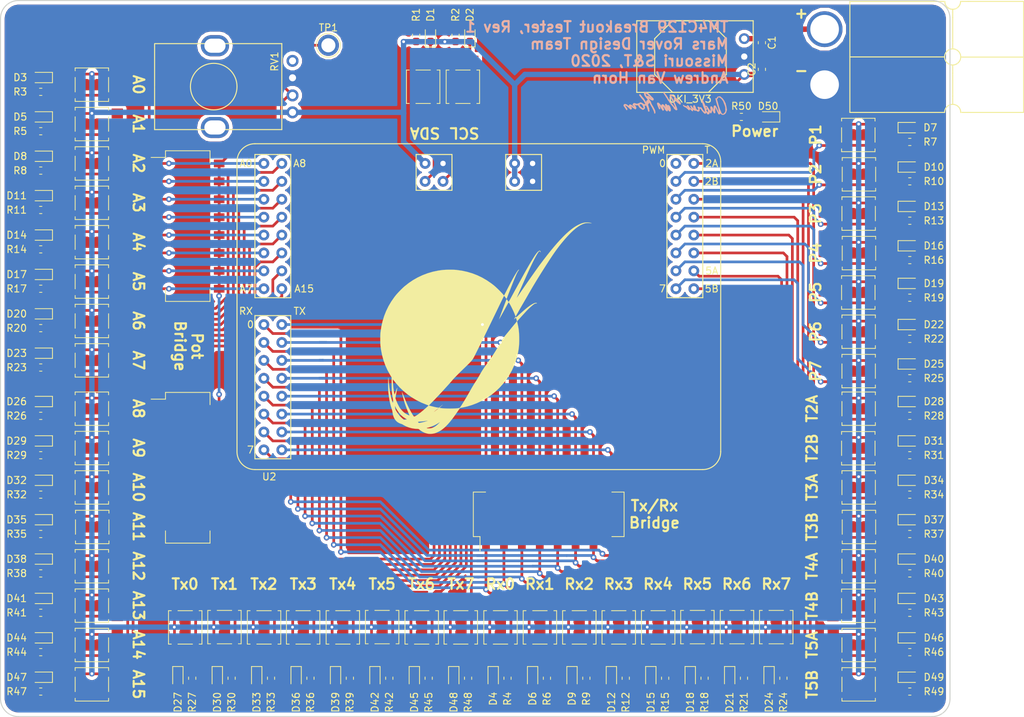
<source format=kicad_pcb>
(kicad_pcb (version 20171130) (host pcbnew "(5.0.2)-1")
  (layers (0 F.Cu signal) (31 B.Cu signal) (34 B.Paste user) (35 F.Paste user) (36 B.SilkS user) (37 F.SilkS user) (38 B.Mask user) (39 F.Mask user) (44 Edge.Cuts user))
  (net 0 "")
  (net 1 GND)
  (net 2 "Net-(C1-Pad1)")
  (net 3 +3V3)
  (net 4 SDA0)
  (net 5 "Net-(D1-Pad2)")
  (net 6 "Net-(D2-Pad2)")
  (net 7 SCL0)
  (net 8 "Net-(D3-Pad2)")
  (net 9 "Net-(D4-Pad2)")
  (net 10 "Net-(D5-Pad2)")
  (net 11 "Net-(D6-Pad2)")
  (net 12 "Net-(D7-Pad2)")
  (net 13 "Net-(D8-Pad2)")
  (net 14 "Net-(D9-Pad2)")
  (net 15 "Net-(D10-Pad2)")
  (net 16 "Net-(D11-Pad2)")
  (net 17 "Net-(D12-Pad2)")
  (net 18 "Net-(D13-Pad2)")
  (net 19 "Net-(D14-Pad2)")
  (net 20 "Net-(D15-Pad2)")
  (net 21 "Net-(D16-Pad2)")
  (net 22 "Net-(D17-Pad2)")
  (net 23 "Net-(D18-Pad2)")
  (net 24 "Net-(D19-Pad2)")
  (net 25 "Net-(D20-Pad2)")
  (net 26 "Net-(D21-Pad2)")
  (net 27 "Net-(D22-Pad2)")
  (net 28 "Net-(D23-Pad2)")
  (net 29 "Net-(D24-Pad2)")
  (net 30 "Net-(D25-Pad2)")
  (net 31 "Net-(D26-Pad2)")
  (net 32 "Net-(D27-Pad2)")
  (net 33 "Net-(D28-Pad2)")
  (net 34 "Net-(D29-Pad2)")
  (net 35 "Net-(D30-Pad2)")
  (net 36 "Net-(D31-Pad2)")
  (net 37 "Net-(D32-Pad2)")
  (net 38 "Net-(D33-Pad2)")
  (net 39 "Net-(D34-Pad2)")
  (net 40 "Net-(D35-Pad2)")
  (net 41 "Net-(D36-Pad2)")
  (net 42 "Net-(D37-Pad2)")
  (net 43 "Net-(D38-Pad2)")
  (net 44 "Net-(D39-Pad2)")
  (net 45 "Net-(D40-Pad2)")
  (net 46 "Net-(D41-Pad2)")
  (net 47 "Net-(D42-Pad2)")
  (net 48 "Net-(D43-Pad2)")
  (net 49 "Net-(D44-Pad2)")
  (net 50 "Net-(D45-Pad2)")
  (net 51 "Net-(D46-Pad2)")
  (net 52 "Net-(D47-Pad2)")
  (net 53 "Net-(D48-Pad2)")
  (net 54 "Net-(D49-Pad2)")
  (net 55 A0)
  (net 56 Rx0)
  (net 57 A1)
  (net 58 Rx1)
  (net 59 PWM1)
  (net 60 A2)
  (net 61 Rx2)
  (net 62 PWM2)
  (net 63 A3)
  (net 64 Rx3)
  (net 65 PWM3)
  (net 66 A4)
  (net 67 Rx4)
  (net 68 PWM4)
  (net 69 A5)
  (net 70 Rx5)
  (net 71 PWM5)
  (net 72 A6)
  (net 73 Rx6)
  (net 74 PWM6)
  (net 75 A7)
  (net 76 Rx7)
  (net 77 PWM7)
  (net 78 A8)
  (net 79 Tx0)
  (net 80 T2A)
  (net 81 A9)
  (net 82 Tx1)
  (net 83 T2B)
  (net 84 A10)
  (net 85 Tx2)
  (net 86 T3A)
  (net 87 A11)
  (net 88 Tx3)
  (net 89 T3B)
  (net 90 A12)
  (net 91 Tx4)
  (net 92 T4A)
  (net 93 A13)
  (net 94 Tx5)
  (net 95 T4B)
  (net 96 A14)
  (net 97 Tx6)
  (net 98 T5A)
  (net 99 A15)
  (net 100 Tx7)
  (net 101 T5B)
  (net 102 "Net-(U2-PadNC)")
  (net 103 "Net-(RV1-Pad2)")
  (net 104 "Net-(D50-Pad2)")
  (module MRDT_Shields:TM4C129Breakout_THT (layer F.Cu) (at 81.788 72.644)
    (fp_text reference U2 (at 3.302 46.99) (layer F.SilkS))
    (fp_text value TM4C129Breakout)
    (fp_text user A0 (at 0 2.54 180) (layer F.SilkS))
    (fp_text user A7 (at 0 20.32 180) (layer F.SilkS))
    (fp_text user A8 (at 7.62 2.54 180) (layer F.SilkS))
    (fp_text user A15 (at 8.255 20.32 180) (layer F.SilkS))
    (fp_text user RX (at 0 23.495) (layer F.SilkS))
    (fp_text user TX (at 7.62 23.495) (layer F.SilkS))
    (fp_text user 0 (at 0.635 25.4) (layer F.SilkS))
    (fp_text user 7 (at 0.635 43.18) (layer F.SilkS))
    (fp_text user PWM (at 57.785 0.635) (layer F.SilkS))
    (fp_text user 0 (at 59.055 2.54) (layer F.SilkS))
    (fp_text user 7 (at 59.055 20.32) (layer F.SilkS))
    (fp_text user T (at 65.405 0.635) (layer F.SilkS))
    (fp_text user 2A (at 66.04 2.54) (layer F.SilkS))
    (fp_text user 2B (at 66.04 5.08) (layer F.SilkS))
    (fp_text user 5A (at 66.04 17.78) (layer F.SilkS))
    (fp_text user 5B (at 66.04 20.32) (layer F.SilkS))
    (pad PE3 thru_hole circle (at 2.54 2.54) (size 1.524 1.524) (drill 0.762) (layers *.Cu *.Mask) (net 55 A0))
    (pad PE2 thru_hole circle (at 2.54 5.08) (size 1.524 1.524) (drill 0.762) (layers *.Cu *.Mask) (net 57 A1))
    (pad PE1 thru_hole circle (at 2.54 7.62) (size 1.524 1.524) (drill 0.762) (layers *.Cu *.Mask) (net 60 A2))
    (pad PE0 thru_hole circle (at 2.54 10.16) (size 1.524 1.524) (drill 0.762) (layers *.Cu *.Mask) (net 63 A3))
    (pad PD7 thru_hole circle (at 2.54 12.7) (size 1.524 1.524) (drill 0.762) (layers *.Cu *.Mask) (net 66 A4))
    (pad PD6 thru_hole circle (at 2.54 15.24) (size 1.524 1.524) (drill 0.762) (layers *.Cu *.Mask) (net 69 A5))
    (pad PD5 thru_hole circle (at 2.54 17.78) (size 1.524 1.524) (drill 0.762) (layers *.Cu *.Mask) (net 72 A6))
    (pad PD4 thru_hole circle (at 2.54 20.32) (size 1.524 1.524) (drill 0.762) (layers *.Cu *.Mask) (net 75 A7))
    (pad PE5 thru_hole circle (at 5.08 2.54) (size 1.524 1.524) (drill 0.762) (layers *.Cu *.Mask) (net 78 A8))
    (pad PE4 thru_hole circle (at 5.08 5.08) (size 1.524 1.524) (drill 0.762) (layers *.Cu *.Mask) (net 81 A9))
    (pad PB4 thru_hole circle (at 5.08 7.62) (size 1.524 1.524) (drill 0.762) (layers *.Cu *.Mask) (net 84 A10))
    (pad PB5 thru_hole circle (at 5.08 10.16) (size 1.524 1.524) (drill 0.762) (layers *.Cu *.Mask) (net 87 A11))
    (pad PD3 thru_hole circle (at 5.08 12.7) (size 1.524 1.524) (drill 0.762) (layers *.Cu *.Mask) (net 90 A12))
    (pad PD2 thru_hole circle (at 5.08 15.24) (size 1.524 1.524) (drill 0.762) (layers *.Cu *.Mask) (net 93 A13))
    (pad PD1 thru_hole circle (at 5.08 17.78) (size 1.524 1.524) (drill 0.762) (layers *.Cu *.Mask) (net 96 A14))
    (pad PD0 thru_hole circle (at 5.08 20.32) (size 1.524 1.524) (drill 0.762) (layers *.Cu *.Mask) (net 99 A15))
    (pad PA0 thru_hole circle (at 2.54 25.4) (size 1.524 1.524) (drill 0.762) (layers *.Cu *.Mask) (net 56 Rx0))
    (pad PB0 thru_hole circle (at 2.54 27.94) (size 1.524 1.524) (drill 0.762) (layers *.Cu *.Mask) (net 58 Rx1))
    (pad PA6 thru_hole circle (at 2.54 30.48) (size 1.524 1.524) (drill 0.762) (layers *.Cu *.Mask) (net 61 Rx2))
    (pad PA4 thru_hole circle (at 2.54 33.02) (size 1.524 1.524) (drill 0.762) (layers *.Cu *.Mask) (net 64 Rx3))
    (pad PK0 thru_hole circle (at 2.54 35.56) (size 1.524 1.524) (drill 0.762) (layers *.Cu *.Mask) (net 67 Rx4))
    (pad PC6 thru_hole circle (at 2.54 38.1) (size 1.524 1.524) (drill 0.762) (layers *.Cu *.Mask) (net 70 Rx5))
    (pad PP0 thru_hole circle (at 2.54 40.64) (size 1.524 1.524) (drill 0.762) (layers *.Cu *.Mask) (net 73 Rx6))
    (pad PC4 thru_hole circle (at 2.54 43.18) (size 1.524 1.524) (drill 0.762) (layers *.Cu *.Mask) (net 76 Rx7))
    (pad PA1 thru_hole circle (at 5.08 25.4) (size 1.524 1.524) (drill 0.762) (layers *.Cu *.Mask) (net 79 Tx0))
    (pad PB1 thru_hole circle (at 5.08 27.94) (size 1.524 1.524) (drill 0.762) (layers *.Cu *.Mask) (net 82 Tx1))
    (pad PA7 thru_hole circle (at 5.08 30.48) (size 1.524 1.524) (drill 0.762) (layers *.Cu *.Mask) (net 85 Tx2))
    (pad PA5 thru_hole circle (at 5.08 33.02) (size 1.524 1.524) (drill 0.762) (layers *.Cu *.Mask) (net 88 Tx3))
    (pad PK1 thru_hole circle (at 5.08 35.56) (size 1.524 1.524) (drill 0.762) (layers *.Cu *.Mask) (net 91 Tx4))
    (pad PC7 thru_hole circle (at 5.08 38.1) (size 1.524 1.524) (drill 0.762) (layers *.Cu *.Mask) (net 94 Tx5))
    (pad PP1 thru_hole circle (at 5.08 40.64) (size 1.524 1.524) (drill 0.762) (layers *.Cu *.Mask) (net 97 Tx6))
    (pad PC5 thru_hole circle (at 5.08 43.18) (size 1.524 1.524) (drill 0.762) (layers *.Cu *.Mask) (net 100 Tx7))
    (pad NC thru_hole circle (at 60.96 2.54) (size 1.524 1.524) (drill 0.762) (layers *.Cu *.Mask) (net 102 "Net-(U2-PadNC)"))
    (pad +3V3 thru_hole circle (at 38.1 2.54) (size 1.524 1.524) (drill 0.762) (layers *.Cu *.Mask) (net 3 +3V3))
    (pad PF1 thru_hole circle (at 60.96 5.08) (size 1.524 1.524) (drill 0.762) (layers *.Cu *.Mask) (net 59 PWM1))
    (pad PF2 thru_hole circle (at 60.96 7.62) (size 1.524 1.524) (drill 0.762) (layers *.Cu *.Mask) (net 62 PWM2))
    (pad PF3 thru_hole circle (at 60.96 10.16) (size 1.524 1.524) (drill 0.762) (layers *.Cu *.Mask) (net 65 PWM3))
    (pad PG0 thru_hole circle (at 60.96 12.7) (size 1.524 1.524) (drill 0.762) (layers *.Cu *.Mask) (net 68 PWM4))
    (pad PG1 thru_hole circle (at 60.96 15.24) (size 1.524 1.524) (drill 0.762) (layers *.Cu *.Mask) (net 71 PWM5))
    (pad PK4 thru_hole circle (at 60.96 17.78) (size 1.524 1.524) (drill 0.762) (layers *.Cu *.Mask) (net 74 PWM6))
    (pad PK5 thru_hole circle (at 60.96 20.32) (size 1.524 1.524) (drill 0.762) (layers *.Cu *.Mask) (net 77 PWM7))
    (pad PM0 thru_hole circle (at 63.5 2.54) (size 1.524 1.524) (drill 0.762) (layers *.Cu *.Mask) (net 80 T2A))
    (pad PM1 thru_hole circle (at 63.5 5.08) (size 1.524 1.524) (drill 0.762) (layers *.Cu *.Mask) (net 83 T2B))
    (pad PM2 thru_hole circle (at 63.5 7.62) (size 1.524 1.524) (drill 0.762) (layers *.Cu *.Mask) (net 86 T3A))
    (pad PM3 thru_hole circle (at 63.5 10.16) (size 1.524 1.524) (drill 0.762) (layers *.Cu *.Mask) (net 89 T3B))
    (pad PM4 thru_hole circle (at 63.5 12.7) (size 1.524 1.524) (drill 0.762) (layers *.Cu *.Mask) (net 92 T4A))
    (pad PM5 thru_hole circle (at 63.5 15.24) (size 1.524 1.524) (drill 0.762) (layers *.Cu *.Mask) (net 95 T4B))
    (pad PM6 thru_hole circle (at 63.5 17.78) (size 1.524 1.524) (drill 0.762) (layers *.Cu *.Mask) (net 98 T5A))
    (pad PM7 thru_hole circle (at 63.5 20.32) (size 1.524 1.524) (drill 0.762) (layers *.Cu *.Mask) (net 101 T5B))
    (pad +3V3 thru_hole circle (at 38.1 5.08) (size 1.524 1.524) (drill 0.762) (layers *.Cu *.Mask) (net 3 +3V3))
    (pad +3V3 thru_hole circle (at 25.4 2.54) (size 1.524 1.524) (drill 0.762) (layers *.Cu *.Mask) (net 3 +3V3))
    (pad PB3 thru_hole circle (at 25.4 5.08) (size 1.524 1.524) (drill 0.762) (layers *.Cu *.Mask) (net 4 SDA0))
    (pad GND thru_hole circle (at 40.64 2.54) (size 1.524 1.524) (drill 0.762) (layers *.Cu *.Mask) (net 1 GND))
    (pad GND thru_hole circle (at 40.64 5.08) (size 1.524 1.524) (drill 0.762) (layers *.Cu *.Mask) (net 1 GND))
    (pad GND thru_hole circle (at 27.94 2.54) (size 1.524 1.524) (drill 0.762) (layers *.Cu *.Mask) (net 1 GND))
    (pad PB2 thru_hole circle (at 27.94 5.08) (size 1.524 1.524) (drill 0.762) (layers *.Cu *.Mask) (net 7 SCL0))
  )
  (module LED_SMD:LED_0603_1608Metric_Pad1.05x0.95mm_HandSolder (layer F.Cu) (at 107.95 57.009 90)
    (fp_text reference D1 (at 2.907 0 90) (layer F.SilkS))
    (fp_text value LED_Small)
    (pad 1 smd roundrect (at -0.875 0 90) (size 1.05 0.95) (layers F.Cu F.Paste F.Mask) (net 4 SDA0))
    (pad 2 smd roundrect (at 0.875 0 90) (size 1.05 0.95) (layers F.Cu F.Paste F.Mask) (net 5 "Net-(D1-Pad2)"))
  )
  (module LED_SMD:LED_0603_1608Metric_Pad1.05x0.95mm_HandSolder (layer F.Cu) (at 113.538 57.009 90)
    (fp_text reference D2 (at 2.907 0 90) (layer F.SilkS))
    (fp_text value LED_Small)
    (pad 2 smd roundrect (at 0.875 0 90) (size 1.05 0.95) (layers F.Cu F.Paste F.Mask) (net 6 "Net-(D2-Pad2)"))
    (pad 1 smd roundrect (at -0.875 0 90) (size 1.05 0.95) (layers F.Cu F.Paste F.Mask) (net 7 SCL0))
  )
  (module LED_SMD:LED_0603_1608Metric_Pad1.05x0.95mm_HandSolder (layer F.Cu) (at 52.691 62.992 180)
    (fp_text reference D3 (at 2.907 0 180) (layer F.SilkS))
    (fp_text value LED_Small)
    (pad 1 smd roundrect (at -0.875 0 180) (size 1.05 0.95) (layers F.Cu F.Paste F.Mask) (net 1 GND))
    (pad 2 smd roundrect (at 0.875 0 180) (size 1.05 0.95) (layers F.Cu F.Paste F.Mask) (net 8 "Net-(D3-Pad2)"))
  )
  (module LED_SMD:LED_0603_1608Metric_Pad1.05x0.95mm_HandSolder (layer F.Cu) (at 116.84 148.223 270)
    (fp_text reference D4 (at 2.907 0 270) (layer F.SilkS))
    (fp_text value LED_Small)
    (pad 1 smd roundrect (at -0.875 0 270) (size 1.05 0.95) (layers F.Cu F.Paste F.Mask) (net 1 GND))
    (pad 2 smd roundrect (at 0.875 0 270) (size 1.05 0.95) (layers F.Cu F.Paste F.Mask) (net 9 "Net-(D4-Pad2)"))
  )
  (module LED_SMD:LED_0603_1608Metric_Pad1.05x0.95mm_HandSolder (layer F.Cu) (at 52.691 68.58 180)
    (fp_text reference D5 (at 2.907 0 180) (layer F.SilkS))
    (fp_text value LED_Small)
    (pad 2 smd roundrect (at 0.875 0 180) (size 1.05 0.95) (layers F.Cu F.Paste F.Mask) (net 10 "Net-(D5-Pad2)"))
    (pad 1 smd roundrect (at -0.875 0 180) (size 1.05 0.95) (layers F.Cu F.Paste F.Mask) (net 1 GND))
  )
  (module LED_SMD:LED_0603_1608Metric_Pad1.05x0.95mm_HandSolder (layer F.Cu) (at 122.428 148.223 270)
    (fp_text reference D6 (at 2.907 0 270) (layer F.SilkS))
    (fp_text value LED_Small)
    (pad 2 smd roundrect (at 0.875 0 270) (size 1.05 0.95) (layers F.Cu F.Paste F.Mask) (net 11 "Net-(D6-Pad2)"))
    (pad 1 smd roundrect (at -0.875 0 270) (size 1.05 0.95) (layers F.Cu F.Paste F.Mask) (net 1 GND))
  )
  (module LED_SMD:LED_0603_1608Metric_Pad1.05x0.95mm_HandSolder (layer F.Cu) (at 175.909 70.104)
    (fp_text reference D7 (at 2.907 0) (layer F.SilkS))
    (fp_text value LED_Small)
    (pad 2 smd roundrect (at 0.875 0) (size 1.05 0.95) (layers F.Cu F.Paste F.Mask) (net 12 "Net-(D7-Pad2)"))
    (pad 1 smd roundrect (at -0.875 0) (size 1.05 0.95) (layers F.Cu F.Paste F.Mask) (net 1 GND))
  )
  (module LED_SMD:LED_0603_1608Metric_Pad1.05x0.95mm_HandSolder (layer F.Cu) (at 52.691 74.168 180)
    (fp_text reference D8 (at 2.907 0 180) (layer F.SilkS))
    (fp_text value LED_Small)
    (pad 1 smd roundrect (at -0.875 0 180) (size 1.05 0.95) (layers F.Cu F.Paste F.Mask) (net 1 GND))
    (pad 2 smd roundrect (at 0.875 0 180) (size 1.05 0.95) (layers F.Cu F.Paste F.Mask) (net 13 "Net-(D8-Pad2)"))
  )
  (module LED_SMD:LED_0603_1608Metric_Pad1.05x0.95mm_HandSolder (layer F.Cu) (at 128.016 148.223 270)
    (fp_text reference D9 (at 2.907 0 270) (layer F.SilkS))
    (fp_text value LED_Small)
    (pad 1 smd roundrect (at -0.875 0 270) (size 1.05 0.95) (layers F.Cu F.Paste F.Mask) (net 1 GND))
    (pad 2 smd roundrect (at 0.875 0 270) (size 1.05 0.95) (layers F.Cu F.Paste F.Mask) (net 14 "Net-(D9-Pad2)"))
  )
  (module LED_SMD:LED_0603_1608Metric_Pad1.05x0.95mm_HandSolder (layer F.Cu) (at 175.909 75.692)
    (fp_text reference D10 (at 3.415 0) (layer F.SilkS))
    (fp_text value LED_Small)
    (pad 2 smd roundrect (at 0.875 0) (size 1.05 0.95) (layers F.Cu F.Paste F.Mask) (net 15 "Net-(D10-Pad2)"))
    (pad 1 smd roundrect (at -0.875 0) (size 1.05 0.95) (layers F.Cu F.Paste F.Mask) (net 1 GND))
  )
  (module LED_SMD:LED_0603_1608Metric_Pad1.05x0.95mm_HandSolder (layer F.Cu) (at 52.691 79.756 180)
    (fp_text reference D11 (at 3.415 0 180) (layer F.SilkS))
    (fp_text value LED_Small)
    (pad 2 smd roundrect (at 0.875 0 180) (size 1.05 0.95) (layers F.Cu F.Paste F.Mask) (net 16 "Net-(D11-Pad2)"))
    (pad 1 smd roundrect (at -0.875 0 180) (size 1.05 0.95) (layers F.Cu F.Paste F.Mask) (net 1 GND))
  )
  (module LED_SMD:LED_0603_1608Metric_Pad1.05x0.95mm_HandSolder (layer F.Cu) (at 133.604 148.223 270)
    (fp_text reference D12 (at 3.415 0 270) (layer F.SilkS))
    (fp_text value LED_Small)
    (pad 2 smd roundrect (at 0.875 0 270) (size 1.05 0.95) (layers F.Cu F.Paste F.Mask) (net 17 "Net-(D12-Pad2)"))
    (pad 1 smd roundrect (at -0.875 0 270) (size 1.05 0.95) (layers F.Cu F.Paste F.Mask) (net 1 GND))
  )
  (module LED_SMD:LED_0603_1608Metric_Pad1.05x0.95mm_HandSolder (layer F.Cu) (at 175.909 81.28)
    (fp_text reference D13 (at 3.415 0) (layer F.SilkS))
    (fp_text value LED_Small)
    (pad 2 smd roundrect (at 0.875 0) (size 1.05 0.95) (layers F.Cu F.Paste F.Mask) (net 18 "Net-(D13-Pad2)"))
    (pad 1 smd roundrect (at -0.875 0) (size 1.05 0.95) (layers F.Cu F.Paste F.Mask) (net 1 GND))
  )
  (module LED_SMD:LED_0603_1608Metric_Pad1.05x0.95mm_HandSolder (layer F.Cu) (at 52.691 85.344 180)
    (fp_text reference D14 (at 3.415 0 180) (layer F.SilkS))
    (fp_text value LED_Small)
    (pad 1 smd roundrect (at -0.875 0 180) (size 1.05 0.95) (layers F.Cu F.Paste F.Mask) (net 1 GND))
    (pad 2 smd roundrect (at 0.875 0 180) (size 1.05 0.95) (layers F.Cu F.Paste F.Mask) (net 19 "Net-(D14-Pad2)"))
  )
  (module LED_SMD:LED_0603_1608Metric_Pad1.05x0.95mm_HandSolder (layer F.Cu) (at 139.192 148.223 270)
    (fp_text reference D15 (at 3.415 0 270) (layer F.SilkS))
    (fp_text value LED_Small)
    (pad 1 smd roundrect (at -0.875 0 270) (size 1.05 0.95) (layers F.Cu F.Paste F.Mask) (net 1 GND))
    (pad 2 smd roundrect (at 0.875 0 270) (size 1.05 0.95) (layers F.Cu F.Paste F.Mask) (net 20 "Net-(D15-Pad2)"))
  )
  (module LED_SMD:LED_0603_1608Metric_Pad1.05x0.95mm_HandSolder (layer F.Cu) (at 175.909 86.868)
    (fp_text reference D16 (at 3.415 0) (layer F.SilkS))
    (fp_text value LED_Small)
    (pad 2 smd roundrect (at 0.875 0) (size 1.05 0.95) (layers F.Cu F.Paste F.Mask) (net 21 "Net-(D16-Pad2)"))
    (pad 1 smd roundrect (at -0.875 0) (size 1.05 0.95) (layers F.Cu F.Paste F.Mask) (net 1 GND))
  )
  (module LED_SMD:LED_0603_1608Metric_Pad1.05x0.95mm_HandSolder (layer F.Cu) (at 52.691 90.932 180)
    (fp_text reference D17 (at 3.415 0 180) (layer F.SilkS))
    (fp_text value LED_Small)
    (pad 2 smd roundrect (at 0.875 0 180) (size 1.05 0.95) (layers F.Cu F.Paste F.Mask) (net 22 "Net-(D17-Pad2)"))
    (pad 1 smd roundrect (at -0.875 0 180) (size 1.05 0.95) (layers F.Cu F.Paste F.Mask) (net 1 GND))
  )
  (module LED_SMD:LED_0603_1608Metric_Pad1.05x0.95mm_HandSolder (layer F.Cu) (at 144.78 148.223 270)
    (fp_text reference D18 (at 3.415 0 270) (layer F.SilkS))
    (fp_text value LED_Small)
    (pad 2 smd roundrect (at 0.875 0 270) (size 1.05 0.95) (layers F.Cu F.Paste F.Mask) (net 23 "Net-(D18-Pad2)"))
    (pad 1 smd roundrect (at -0.875 0 270) (size 1.05 0.95) (layers F.Cu F.Paste F.Mask) (net 1 GND))
  )
  (module LED_SMD:LED_0603_1608Metric_Pad1.05x0.95mm_HandSolder (layer F.Cu) (at 175.909 92.202)
    (fp_text reference D19 (at 3.415 0) (layer F.SilkS))
    (fp_text value LED_Small)
    (pad 1 smd roundrect (at -0.875 0) (size 1.05 0.95) (layers F.Cu F.Paste F.Mask) (net 1 GND))
    (pad 2 smd roundrect (at 0.875 0) (size 1.05 0.95) (layers F.Cu F.Paste F.Mask) (net 24 "Net-(D19-Pad2)"))
  )
  (module LED_SMD:LED_0603_1608Metric_Pad1.05x0.95mm_HandSolder (layer F.Cu) (at 52.691 96.52 180)
    (fp_text reference D20 (at 3.415 0 180) (layer F.SilkS))
    (fp_text value LED_Small)
    (pad 2 smd roundrect (at 0.875 0 180) (size 1.05 0.95) (layers F.Cu F.Paste F.Mask) (net 25 "Net-(D20-Pad2)"))
    (pad 1 smd roundrect (at -0.875 0 180) (size 1.05 0.95) (layers F.Cu F.Paste F.Mask) (net 1 GND))
  )
  (module LED_SMD:LED_0603_1608Metric_Pad1.05x0.95mm_HandSolder (layer F.Cu) (at 150.368 148.223 270)
    (fp_text reference D21 (at 3.415 0 270) (layer F.SilkS))
    (fp_text value LED_Small)
    (pad 1 smd roundrect (at -0.875 0 270) (size 1.05 0.95) (layers F.Cu F.Paste F.Mask) (net 1 GND))
    (pad 2 smd roundrect (at 0.875 0 270) (size 1.05 0.95) (layers F.Cu F.Paste F.Mask) (net 26 "Net-(D21-Pad2)"))
  )
  (module LED_SMD:LED_0603_1608Metric_Pad1.05x0.95mm_HandSolder (layer F.Cu) (at 175.909 98.044)
    (fp_text reference D22 (at 3.415 0) (layer F.SilkS))
    (fp_text value LED_Small)
    (pad 2 smd roundrect (at 0.875 0) (size 1.05 0.95) (layers F.Cu F.Paste F.Mask) (net 27 "Net-(D22-Pad2)"))
    (pad 1 smd roundrect (at -0.875 0) (size 1.05 0.95) (layers F.Cu F.Paste F.Mask) (net 1 GND))
  )
  (module LED_SMD:LED_0603_1608Metric_Pad1.05x0.95mm_HandSolder (layer F.Cu) (at 52.691 102.108 180)
    (fp_text reference D23 (at 3.415 0 180) (layer F.SilkS))
    (fp_text value LED_Small)
    (pad 2 smd roundrect (at 0.875 0 180) (size 1.05 0.95) (layers F.Cu F.Paste F.Mask) (net 28 "Net-(D23-Pad2)"))
    (pad 1 smd roundrect (at -0.875 0 180) (size 1.05 0.95) (layers F.Cu F.Paste F.Mask) (net 1 GND))
  )
  (module LED_SMD:LED_0603_1608Metric_Pad1.05x0.95mm_HandSolder (layer F.Cu) (at 155.956 148.223 270)
    (fp_text reference D24 (at 3.415 0 270) (layer F.SilkS))
    (fp_text value LED_Small)
    (pad 1 smd roundrect (at -0.875 0 270) (size 1.05 0.95) (layers F.Cu F.Paste F.Mask) (net 1 GND))
    (pad 2 smd roundrect (at 0.875 0 270) (size 1.05 0.95) (layers F.Cu F.Paste F.Mask) (net 29 "Net-(D24-Pad2)"))
  )
  (module LED_SMD:LED_0603_1608Metric_Pad1.05x0.95mm_HandSolder (layer F.Cu) (at 175.909 103.632)
    (fp_text reference D25 (at 3.415 0) (layer F.SilkS))
    (fp_text value LED_Small)
    (pad 1 smd roundrect (at -0.875 0) (size 1.05 0.95) (layers F.Cu F.Paste F.Mask) (net 1 GND))
    (pad 2 smd roundrect (at 0.875 0) (size 1.05 0.95) (layers F.Cu F.Paste F.Mask) (net 30 "Net-(D25-Pad2)"))
  )
  (module LED_SMD:LED_0603_1608Metric_Pad1.05x0.95mm_HandSolder (layer F.Cu) (at 52.691 108.966 180)
    (fp_text reference D26 (at 3.415 0 180) (layer F.SilkS))
    (fp_text value LED_Small)
    (pad 2 smd roundrect (at 0.875 0 180) (size 1.05 0.95) (layers F.Cu F.Paste F.Mask) (net 31 "Net-(D26-Pad2)"))
    (pad 1 smd roundrect (at -0.875 0 180) (size 1.05 0.95) (layers F.Cu F.Paste F.Mask) (net 1 GND))
  )
  (module LED_SMD:LED_0603_1608Metric_Pad1.05x0.95mm_HandSolder (layer F.Cu) (at 72.136 148.223 270)
    (fp_text reference D27 (at 3.415 0 270) (layer F.SilkS))
    (fp_text value LED_Small)
    (pad 2 smd roundrect (at 0.875 0 270) (size 1.05 0.95) (layers F.Cu F.Paste F.Mask) (net 32 "Net-(D27-Pad2)"))
    (pad 1 smd roundrect (at -0.875 0 270) (size 1.05 0.95) (layers F.Cu F.Paste F.Mask) (net 1 GND))
  )
  (module LED_SMD:LED_0603_1608Metric_Pad1.05x0.95mm_HandSolder (layer F.Cu) (at 175.909 108.966)
    (fp_text reference D28 (at 3.415 0) (layer F.SilkS))
    (fp_text value LED_Small)
    (pad 2 smd roundrect (at 0.875 0) (size 1.05 0.95) (layers F.Cu F.Paste F.Mask) (net 33 "Net-(D28-Pad2)"))
    (pad 1 smd roundrect (at -0.875 0) (size 1.05 0.95) (layers F.Cu F.Paste F.Mask) (net 1 GND))
  )
  (module LED_SMD:LED_0603_1608Metric_Pad1.05x0.95mm_HandSolder (layer F.Cu) (at 52.691 114.554 180)
    (fp_text reference D29 (at 3.415 0 180) (layer F.SilkS))
    (fp_text value LED_Small)
    (pad 1 smd roundrect (at -0.875 0 180) (size 1.05 0.95) (layers F.Cu F.Paste F.Mask) (net 1 GND))
    (pad 2 smd roundrect (at 0.875 0 180) (size 1.05 0.95) (layers F.Cu F.Paste F.Mask) (net 34 "Net-(D29-Pad2)"))
  )
  (module LED_SMD:LED_0603_1608Metric_Pad1.05x0.95mm_HandSolder (layer F.Cu) (at 77.724 148.223 270)
    (fp_text reference D30 (at 3.415 0 270) (layer F.SilkS))
    (fp_text value LED_Small)
    (pad 1 smd roundrect (at -0.875 0 270) (size 1.05 0.95) (layers F.Cu F.Paste F.Mask) (net 1 GND))
    (pad 2 smd roundrect (at 0.875 0 270) (size 1.05 0.95) (layers F.Cu F.Paste F.Mask) (net 35 "Net-(D30-Pad2)"))
  )
  (module LED_SMD:LED_0603_1608Metric_Pad1.05x0.95mm_HandSolder (layer F.Cu) (at 175.909 114.554)
    (fp_text reference D31 (at 3.415 0) (layer F.SilkS))
    (fp_text value LED_Small)
    (pad 1 smd roundrect (at -0.875 0) (size 1.05 0.95) (layers F.Cu F.Paste F.Mask) (net 1 GND))
    (pad 2 smd roundrect (at 0.875 0) (size 1.05 0.95) (layers F.Cu F.Paste F.Mask) (net 36 "Net-(D31-Pad2)"))
  )
  (module LED_SMD:LED_0603_1608Metric_Pad1.05x0.95mm_HandSolder (layer F.Cu) (at 52.691 120.142 180)
    (fp_text reference D32 (at 3.415 0 180) (layer F.SilkS))
    (fp_text value LED_Small)
    (pad 2 smd roundrect (at 0.875 0 180) (size 1.05 0.95) (layers F.Cu F.Paste F.Mask) (net 37 "Net-(D32-Pad2)"))
    (pad 1 smd roundrect (at -0.875 0 180) (size 1.05 0.95) (layers F.Cu F.Paste F.Mask) (net 1 GND))
  )
  (module LED_SMD:LED_0603_1608Metric_Pad1.05x0.95mm_HandSolder (layer F.Cu) (at 83.312 148.223 270)
    (fp_text reference D33 (at 3.415 0 270) (layer F.SilkS))
    (fp_text value LED_Small)
    (pad 2 smd roundrect (at 0.875 0 270) (size 1.05 0.95) (layers F.Cu F.Paste F.Mask) (net 38 "Net-(D33-Pad2)"))
    (pad 1 smd roundrect (at -0.875 0 270) (size 1.05 0.95) (layers F.Cu F.Paste F.Mask) (net 1 GND))
  )
  (module LED_SMD:LED_0603_1608Metric_Pad1.05x0.95mm_HandSolder (layer F.Cu) (at 175.909 120.142)
    (fp_text reference D34 (at 3.415 0) (layer F.SilkS))
    (fp_text value LED_Small)
    (pad 1 smd roundrect (at -0.875 0) (size 1.05 0.95) (layers F.Cu F.Paste F.Mask) (net 1 GND))
    (pad 2 smd roundrect (at 0.875 0) (size 1.05 0.95) (layers F.Cu F.Paste F.Mask) (net 39 "Net-(D34-Pad2)"))
  )
  (module LED_SMD:LED_0603_1608Metric_Pad1.05x0.95mm_HandSolder (layer F.Cu) (at 52.691 125.73 180)
    (fp_text reference D35 (at 3.415 0 180) (layer F.SilkS))
    (fp_text value LED_Small)
    (pad 1 smd roundrect (at -0.875 0 180) (size 1.05 0.95) (layers F.Cu F.Paste F.Mask) (net 1 GND))
    (pad 2 smd roundrect (at 0.875 0 180) (size 1.05 0.95) (layers F.Cu F.Paste F.Mask) (net 40 "Net-(D35-Pad2)"))
  )
  (module LED_SMD:LED_0603_1608Metric_Pad1.05x0.95mm_HandSolder (layer F.Cu) (at 88.9 148.223 270)
    (fp_text reference D36 (at 3.415 0 270) (layer F.SilkS))
    (fp_text value LED_Small)
    (pad 1 smd roundrect (at -0.875 0 270) (size 1.05 0.95) (layers F.Cu F.Paste F.Mask) (net 1 GND))
    (pad 2 smd roundrect (at 0.875 0 270) (size 1.05 0.95) (layers F.Cu F.Paste F.Mask) (net 41 "Net-(D36-Pad2)"))
  )
  (module LED_SMD:LED_0603_1608Metric_Pad1.05x0.95mm_HandSolder (layer F.Cu) (at 175.909 125.73)
    (fp_text reference D37 (at 3.415 0) (layer F.SilkS))
    (fp_text value LED_Small)
    (pad 1 smd roundrect (at -0.875 0) (size 1.05 0.95) (layers F.Cu F.Paste F.Mask) (net 1 GND))
    (pad 2 smd roundrect (at 0.875 0) (size 1.05 0.95) (layers F.Cu F.Paste F.Mask) (net 42 "Net-(D37-Pad2)"))
  )
  (module LED_SMD:LED_0603_1608Metric_Pad1.05x0.95mm_HandSolder (layer F.Cu) (at 52.691 131.318 180)
    (fp_text reference D38 (at 3.415 0 180) (layer F.SilkS))
    (fp_text value LED_Small)
    (pad 2 smd roundrect (at 0.875 0 180) (size 1.05 0.95) (layers F.Cu F.Paste F.Mask) (net 43 "Net-(D38-Pad2)"))
    (pad 1 smd roundrect (at -0.875 0 180) (size 1.05 0.95) (layers F.Cu F.Paste F.Mask) (net 1 GND))
  )
  (module LED_SMD:LED_0603_1608Metric_Pad1.05x0.95mm_HandSolder (layer F.Cu) (at 94.488 148.223 270)
    (fp_text reference D39 (at 3.415 0 270) (layer F.SilkS))
    (fp_text value LED_Small)
    (pad 2 smd roundrect (at 0.875 0 270) (size 1.05 0.95) (layers F.Cu F.Paste F.Mask) (net 44 "Net-(D39-Pad2)"))
    (pad 1 smd roundrect (at -0.875 0 270) (size 1.05 0.95) (layers F.Cu F.Paste F.Mask) (net 1 GND))
  )
  (module LED_SMD:LED_0603_1608Metric_Pad1.05x0.95mm_HandSolder (layer F.Cu) (at 175.909 131.318)
    (fp_text reference D40 (at 3.415 0) (layer F.SilkS))
    (fp_text value LED_Small)
    (pad 1 smd roundrect (at -0.875 0) (size 1.05 0.95) (layers F.Cu F.Paste F.Mask) (net 1 GND))
    (pad 2 smd roundrect (at 0.875 0) (size 1.05 0.95) (layers F.Cu F.Paste F.Mask) (net 45 "Net-(D40-Pad2)"))
  )
  (module LED_SMD:LED_0603_1608Metric_Pad1.05x0.95mm_HandSolder (layer F.Cu) (at 52.691 136.906 180)
    (fp_text reference D41 (at 3.415 0 180) (layer F.SilkS))
    (fp_text value LED_Small)
    (pad 1 smd roundrect (at -0.875 0 180) (size 1.05 0.95) (layers F.Cu F.Paste F.Mask) (net 1 GND))
    (pad 2 smd roundrect (at 0.875 0 180) (size 1.05 0.95) (layers F.Cu F.Paste F.Mask) (net 46 "Net-(D41-Pad2)"))
  )
  (module LED_SMD:LED_0603_1608Metric_Pad1.05x0.95mm_HandSolder (layer F.Cu) (at 100.076 148.223 270)
    (fp_text reference D42 (at 3.415 0 270) (layer F.SilkS))
    (fp_text value LED_Small)
    (pad 1 smd roundrect (at -0.875 0 270) (size 1.05 0.95) (layers F.Cu F.Paste F.Mask) (net 1 GND))
    (pad 2 smd roundrect (at 0.875 0 270) (size 1.05 0.95) (layers F.Cu F.Paste F.Mask) (net 47 "Net-(D42-Pad2)"))
  )
  (module LED_SMD:LED_0603_1608Metric_Pad1.05x0.95mm_HandSolder (layer F.Cu) (at 175.909 136.906)
    (fp_text reference D43 (at 3.415 0) (layer F.SilkS))
    (fp_text value LED_Small)
    (pad 1 smd roundrect (at -0.875 0) (size 1.05 0.95) (layers F.Cu F.Paste F.Mask) (net 1 GND))
    (pad 2 smd roundrect (at 0.875 0) (size 1.05 0.95) (layers F.Cu F.Paste F.Mask) (net 48 "Net-(D43-Pad2)"))
  )
  (module LED_SMD:LED_0603_1608Metric_Pad1.05x0.95mm_HandSolder (layer F.Cu) (at 52.691 142.494 180)
    (fp_text reference D44 (at 3.415 0 180) (layer F.SilkS))
    (fp_text value LED_Small)
    (pad 2 smd roundrect (at 0.875 0 180) (size 1.05 0.95) (layers F.Cu F.Paste F.Mask) (net 49 "Net-(D44-Pad2)"))
    (pad 1 smd roundrect (at -0.875 0 180) (size 1.05 0.95) (layers F.Cu F.Paste F.Mask) (net 1 GND))
  )
  (module LED_SMD:LED_0603_1608Metric_Pad1.05x0.95mm_HandSolder (layer F.Cu) (at 105.664 148.223 270)
    (fp_text reference D45 (at 3.415 0 270) (layer F.SilkS))
    (fp_text value LED_Small)
    (pad 1 smd roundrect (at -0.875 0 270) (size 1.05 0.95) (layers F.Cu F.Paste F.Mask) (net 1 GND))
    (pad 2 smd roundrect (at 0.875 0 270) (size 1.05 0.95) (layers F.Cu F.Paste F.Mask) (net 50 "Net-(D45-Pad2)"))
  )
  (module LED_SMD:LED_0603_1608Metric_Pad1.05x0.95mm_HandSolder (layer F.Cu) (at 175.909 142.494)
    (fp_text reference D46 (at 3.415 0) (layer F.SilkS))
    (fp_text value LED_Small)
    (pad 2 smd roundrect (at 0.875 0) (size 1.05 0.95) (layers F.Cu F.Paste F.Mask) (net 51 "Net-(D46-Pad2)"))
    (pad 1 smd roundrect (at -0.875 0) (size 1.05 0.95) (layers F.Cu F.Paste F.Mask) (net 1 GND))
  )
  (module LED_SMD:LED_0603_1608Metric_Pad1.05x0.95mm_HandSolder (layer F.Cu) (at 52.691 148.082 180)
    (fp_text reference D47 (at 3.415 0 180) (layer F.SilkS))
    (fp_text value LED_Small)
    (pad 1 smd roundrect (at -0.875 0 180) (size 1.05 0.95) (layers F.Cu F.Paste F.Mask) (net 1 GND))
    (pad 2 smd roundrect (at 0.875 0 180) (size 1.05 0.95) (layers F.Cu F.Paste F.Mask) (net 52 "Net-(D47-Pad2)"))
  )
  (module LED_SMD:LED_0603_1608Metric_Pad1.05x0.95mm_HandSolder (layer F.Cu) (at 111.252 148.223 270)
    (fp_text reference D48 (at 3.415 0 270) (layer F.SilkS))
    (fp_text value LED_Small)
    (pad 2 smd roundrect (at 0.875 0 270) (size 1.05 0.95) (layers F.Cu F.Paste F.Mask) (net 53 "Net-(D48-Pad2)"))
    (pad 1 smd roundrect (at -0.875 0 270) (size 1.05 0.95) (layers F.Cu F.Paste F.Mask) (net 1 GND))
  )
  (module LED_SMD:LED_0603_1608Metric_Pad1.05x0.95mm_HandSolder (layer F.Cu) (at 175.909 148.082)
    (fp_text reference D49 (at 3.415 0) (layer F.SilkS))
    (fp_text value LED_Small)
    (pad 1 smd roundrect (at -0.875 0) (size 1.05 0.95) (layers F.Cu F.Paste F.Mask) (net 1 GND))
    (pad 2 smd roundrect (at 0.875 0) (size 1.05 0.95) (layers F.Cu F.Paste F.Mask) (net 54 "Net-(D49-Pad2)"))
  )
  (module Resistor_SMD:R_0603_1608Metric_Pad1.05x0.95mm_HandSolder (layer F.Cu) (at 105.918 57.009 90)
    (fp_text reference R1 (at 2.907 0 90) (layer F.SilkS))
    (fp_text value 500)
    (pad 1 smd roundrect (at -0.875 0 90) (size 1.05 0.95) (layers F.Cu F.Paste F.Mask) (net 3 +3V3))
    (pad 2 smd roundrect (at 0.875 0 90) (size 1.05 0.95) (layers F.Cu F.Paste F.Mask) (net 5 "Net-(D1-Pad2)"))
  )
  (module Resistor_SMD:R_0603_1608Metric_Pad1.05x0.95mm_HandSolder (layer F.Cu) (at 111.506 57.009 90)
    (fp_text reference R2 (at 2.907 0 90) (layer F.SilkS))
    (fp_text value 500)
    (pad 1 smd roundrect (at -0.875 0 90) (size 1.05 0.95) (layers F.Cu F.Paste F.Mask) (net 3 +3V3))
    (pad 2 smd roundrect (at 0.875 0 90) (size 1.05 0.95) (layers F.Cu F.Paste F.Mask) (net 6 "Net-(D2-Pad2)"))
  )
  (module Resistor_SMD:R_0603_1608Metric_Pad1.05x0.95mm_HandSolder (layer F.Cu) (at 52.691 65.024 180)
    (fp_text reference R3 (at 2.907 0 180) (layer F.SilkS))
    (fp_text value 500)
    (pad 2 smd roundrect (at 0.875 0 180) (size 1.05 0.95) (layers F.Cu F.Paste F.Mask) (net 8 "Net-(D3-Pad2)"))
    (pad 1 smd roundrect (at -0.875 0 180) (size 1.05 0.95) (layers F.Cu F.Paste F.Mask) (net 55 A0))
  )
  (module Resistor_SMD:R_0603_1608Metric_Pad1.05x0.95mm_HandSolder (layer F.Cu) (at 118.872 148.223 270)
    (fp_text reference R4 (at 2.907 0 270) (layer F.SilkS))
    (fp_text value 500)
    (pad 2 smd roundrect (at 0.875 0 270) (size 1.05 0.95) (layers F.Cu F.Paste F.Mask) (net 9 "Net-(D4-Pad2)"))
    (pad 1 smd roundrect (at -0.875 0 270) (size 1.05 0.95) (layers F.Cu F.Paste F.Mask) (net 56 Rx0))
  )
  (module Resistor_SMD:R_0603_1608Metric_Pad1.05x0.95mm_HandSolder (layer F.Cu) (at 52.691 70.612 180)
    (fp_text reference R5 (at 2.907 0 180) (layer F.SilkS))
    (fp_text value 500)
    (pad 2 smd roundrect (at 0.875 0 180) (size 1.05 0.95) (layers F.Cu F.Paste F.Mask) (net 10 "Net-(D5-Pad2)"))
    (pad 1 smd roundrect (at -0.875 0 180) (size 1.05 0.95) (layers F.Cu F.Paste F.Mask) (net 57 A1))
  )
  (module Resistor_SMD:R_0603_1608Metric_Pad1.05x0.95mm_HandSolder (layer F.Cu) (at 124.46 148.223 270)
    (fp_text reference R6 (at 2.907 0 270) (layer F.SilkS))
    (fp_text value 500)
    (pad 1 smd roundrect (at -0.875 0 270) (size 1.05 0.95) (layers F.Cu F.Paste F.Mask) (net 58 Rx1))
    (pad 2 smd roundrect (at 0.875 0 270) (size 1.05 0.95) (layers F.Cu F.Paste F.Mask) (net 11 "Net-(D6-Pad2)"))
  )
  (module Resistor_SMD:R_0603_1608Metric_Pad1.05x0.95mm_HandSolder (layer F.Cu) (at 175.909 72.136)
    (fp_text reference R7 (at 2.907 0) (layer F.SilkS))
    (fp_text value 500)
    (pad 1 smd roundrect (at -0.875 0) (size 1.05 0.95) (layers F.Cu F.Paste F.Mask) (net 59 PWM1))
    (pad 2 smd roundrect (at 0.875 0) (size 1.05 0.95) (layers F.Cu F.Paste F.Mask) (net 12 "Net-(D7-Pad2)"))
  )
  (module Resistor_SMD:R_0603_1608Metric_Pad1.05x0.95mm_HandSolder (layer F.Cu) (at 52.691 76.2 180)
    (fp_text reference R8 (at 2.907 0 180) (layer F.SilkS))
    (fp_text value 500)
    (pad 2 smd roundrect (at 0.875 0 180) (size 1.05 0.95) (layers F.Cu F.Paste F.Mask) (net 13 "Net-(D8-Pad2)"))
    (pad 1 smd roundrect (at -0.875 0 180) (size 1.05 0.95) (layers F.Cu F.Paste F.Mask) (net 60 A2))
  )
  (module Resistor_SMD:R_0603_1608Metric_Pad1.05x0.95mm_HandSolder (layer F.Cu) (at 130.048 148.223 270)
    (fp_text reference R9 (at 2.907 0 270) (layer F.SilkS))
    (fp_text value 500)
    (pad 2 smd roundrect (at 0.875 0 270) (size 1.05 0.95) (layers F.Cu F.Paste F.Mask) (net 14 "Net-(D9-Pad2)"))
    (pad 1 smd roundrect (at -0.875 0 270) (size 1.05 0.95) (layers F.Cu F.Paste F.Mask) (net 61 Rx2))
  )
  (module Resistor_SMD:R_0603_1608Metric_Pad1.05x0.95mm_HandSolder (layer F.Cu) (at 175.909 77.724)
    (fp_text reference R10 (at 3.415 0) (layer F.SilkS))
    (fp_text value 500)
    (pad 1 smd roundrect (at -0.875 0) (size 1.05 0.95) (layers F.Cu F.Paste F.Mask) (net 62 PWM2))
    (pad 2 smd roundrect (at 0.875 0) (size 1.05 0.95) (layers F.Cu F.Paste F.Mask) (net 15 "Net-(D10-Pad2)"))
  )
  (module Resistor_SMD:R_0603_1608Metric_Pad1.05x0.95mm_HandSolder (layer F.Cu) (at 52.691 81.788 180)
    (fp_text reference R11 (at 3.415 0 180) (layer F.SilkS))
    (fp_text value 500)
    (pad 2 smd roundrect (at 0.875 0 180) (size 1.05 0.95) (layers F.Cu F.Paste F.Mask) (net 16 "Net-(D11-Pad2)"))
    (pad 1 smd roundrect (at -0.875 0 180) (size 1.05 0.95) (layers F.Cu F.Paste F.Mask) (net 63 A3))
  )
  (module Resistor_SMD:R_0603_1608Metric_Pad1.05x0.95mm_HandSolder (layer F.Cu) (at 135.636 148.223 270)
    (fp_text reference R12 (at 3.415 0 270) (layer F.SilkS))
    (fp_text value 500)
    (pad 1 smd roundrect (at -0.875 0 270) (size 1.05 0.95) (layers F.Cu F.Paste F.Mask) (net 64 Rx3))
    (pad 2 smd roundrect (at 0.875 0 270) (size 1.05 0.95) (layers F.Cu F.Paste F.Mask) (net 17 "Net-(D12-Pad2)"))
  )
  (module Resistor_SMD:R_0603_1608Metric_Pad1.05x0.95mm_HandSolder (layer F.Cu) (at 175.909 83.312)
    (fp_text reference R13 (at 3.415 0) (layer F.SilkS))
    (fp_text value 500)
    (pad 1 smd roundrect (at -0.875 0) (size 1.05 0.95) (layers F.Cu F.Paste F.Mask) (net 65 PWM3))
    (pad 2 smd roundrect (at 0.875 0) (size 1.05 0.95) (layers F.Cu F.Paste F.Mask) (net 18 "Net-(D13-Pad2)"))
  )
  (module Resistor_SMD:R_0603_1608Metric_Pad1.05x0.95mm_HandSolder (layer F.Cu) (at 52.691 87.376 180)
    (fp_text reference R14 (at 3.415 0 180) (layer F.SilkS))
    (fp_text value 500)
    (pad 2 smd roundrect (at 0.875 0 180) (size 1.05 0.95) (layers F.Cu F.Paste F.Mask) (net 19 "Net-(D14-Pad2)"))
    (pad 1 smd roundrect (at -0.875 0 180) (size 1.05 0.95) (layers F.Cu F.Paste F.Mask) (net 66 A4))
  )
  (module Resistor_SMD:R_0603_1608Metric_Pad1.05x0.95mm_HandSolder (layer F.Cu) (at 141.224 148.223 270)
    (fp_text reference R15 (at 3.415 0 270) (layer F.SilkS))
    (fp_text value 500)
    (pad 1 smd roundrect (at -0.875 0 270) (size 1.05 0.95) (layers F.Cu F.Paste F.Mask) (net 67 Rx4))
    (pad 2 smd roundrect (at 0.875 0 270) (size 1.05 0.95) (layers F.Cu F.Paste F.Mask) (net 20 "Net-(D15-Pad2)"))
  )
  (module Resistor_SMD:R_0603_1608Metric_Pad1.05x0.95mm_HandSolder (layer F.Cu) (at 175.909 88.9)
    (fp_text reference R16 (at 3.415 0) (layer F.SilkS))
    (fp_text value 500)
    (pad 2 smd roundrect (at 0.875 0) (size 1.05 0.95) (layers F.Cu F.Paste F.Mask) (net 21 "Net-(D16-Pad2)"))
    (pad 1 smd roundrect (at -0.875 0) (size 1.05 0.95) (layers F.Cu F.Paste F.Mask) (net 68 PWM4))
  )
  (module Resistor_SMD:R_0603_1608Metric_Pad1.05x0.95mm_HandSolder (layer F.Cu) (at 52.691 92.964 180)
    (fp_text reference R17 (at 3.415 0 180) (layer F.SilkS))
    (fp_text value 500)
    (pad 2 smd roundrect (at 0.875 0 180) (size 1.05 0.95) (layers F.Cu F.Paste F.Mask) (net 22 "Net-(D17-Pad2)"))
    (pad 1 smd roundrect (at -0.875 0 180) (size 1.05 0.95) (layers F.Cu F.Paste F.Mask) (net 69 A5))
  )
  (module Resistor_SMD:R_0603_1608Metric_Pad1.05x0.95mm_HandSolder (layer F.Cu) (at 146.812 148.223 270)
    (fp_text reference R18 (at 3.415 0 270) (layer F.SilkS))
    (fp_text value 500)
    (pad 1 smd roundrect (at -0.875 0 270) (size 1.05 0.95) (layers F.Cu F.Paste F.Mask) (net 70 Rx5))
    (pad 2 smd roundrect (at 0.875 0 270) (size 1.05 0.95) (layers F.Cu F.Paste F.Mask) (net 23 "Net-(D18-Pad2)"))
  )
  (module Resistor_SMD:R_0603_1608Metric_Pad1.05x0.95mm_HandSolder (layer F.Cu) (at 175.909 94.234)
    (fp_text reference R19 (at 3.415 0) (layer F.SilkS))
    (fp_text value 500)
    (pad 2 smd roundrect (at 0.875 0) (size 1.05 0.95) (layers F.Cu F.Paste F.Mask) (net 24 "Net-(D19-Pad2)"))
    (pad 1 smd roundrect (at -0.875 0) (size 1.05 0.95) (layers F.Cu F.Paste F.Mask) (net 71 PWM5))
  )
  (module Resistor_SMD:R_0603_1608Metric_Pad1.05x0.95mm_HandSolder (layer F.Cu) (at 52.691 98.552 180)
    (fp_text reference R20 (at 3.415 0 180) (layer F.SilkS))
    (fp_text value 500)
    (pad 2 smd roundrect (at 0.875 0 180) (size 1.05 0.95) (layers F.Cu F.Paste F.Mask) (net 25 "Net-(D20-Pad2)"))
    (pad 1 smd roundrect (at -0.875 0 180) (size 1.05 0.95) (layers F.Cu F.Paste F.Mask) (net 72 A6))
  )
  (module Resistor_SMD:R_0603_1608Metric_Pad1.05x0.95mm_HandSolder (layer F.Cu) (at 152.4 148.223 270)
    (fp_text reference R21 (at 3.415 0 270) (layer F.SilkS))
    (fp_text value 500)
    (pad 1 smd roundrect (at -0.875 0 270) (size 1.05 0.95) (layers F.Cu F.Paste F.Mask) (net 73 Rx6))
    (pad 2 smd roundrect (at 0.875 0 270) (size 1.05 0.95) (layers F.Cu F.Paste F.Mask) (net 26 "Net-(D21-Pad2)"))
  )
  (module Resistor_SMD:R_0603_1608Metric_Pad1.05x0.95mm_HandSolder (layer F.Cu) (at 175.909 100.076)
    (fp_text reference R22 (at 3.415 0) (layer F.SilkS))
    (fp_text value 500)
    (pad 2 smd roundrect (at 0.875 0) (size 1.05 0.95) (layers F.Cu F.Paste F.Mask) (net 27 "Net-(D22-Pad2)"))
    (pad 1 smd roundrect (at -0.875 0) (size 1.05 0.95) (layers F.Cu F.Paste F.Mask) (net 74 PWM6))
  )
  (module Resistor_SMD:R_0603_1608Metric_Pad1.05x0.95mm_HandSolder (layer F.Cu) (at 52.691 104.14 180)
    (fp_text reference R23 (at 3.415 0 180) (layer F.SilkS))
    (fp_text value 500)
    (pad 2 smd roundrect (at 0.875 0 180) (size 1.05 0.95) (layers F.Cu F.Paste F.Mask) (net 28 "Net-(D23-Pad2)"))
    (pad 1 smd roundrect (at -0.875 0 180) (size 1.05 0.95) (layers F.Cu F.Paste F.Mask) (net 75 A7))
  )
  (module Resistor_SMD:R_0603_1608Metric_Pad1.05x0.95mm_HandSolder (layer F.Cu) (at 157.988 148.223 270)
    (fp_text reference R24 (at 3.415 0 270) (layer F.SilkS))
    (fp_text value 500)
    (pad 1 smd roundrect (at -0.875 0 270) (size 1.05 0.95) (layers F.Cu F.Paste F.Mask) (net 76 Rx7))
    (pad 2 smd roundrect (at 0.875 0 270) (size 1.05 0.95) (layers F.Cu F.Paste F.Mask) (net 29 "Net-(D24-Pad2)"))
  )
  (module Resistor_SMD:R_0603_1608Metric_Pad1.05x0.95mm_HandSolder (layer F.Cu) (at 175.909 105.664)
    (fp_text reference R25 (at 3.415 0) (layer F.SilkS))
    (fp_text value 500)
    (pad 1 smd roundrect (at -0.875 0) (size 1.05 0.95) (layers F.Cu F.Paste F.Mask) (net 77 PWM7))
    (pad 2 smd roundrect (at 0.875 0) (size 1.05 0.95) (layers F.Cu F.Paste F.Mask) (net 30 "Net-(D25-Pad2)"))
  )
  (module Resistor_SMD:R_0603_1608Metric_Pad1.05x0.95mm_HandSolder (layer F.Cu) (at 52.691 110.998 180)
    (fp_text reference R26 (at 3.415 0 180) (layer F.SilkS))
    (fp_text value 500)
    (pad 1 smd roundrect (at -0.875 0 180) (size 1.05 0.95) (layers F.Cu F.Paste F.Mask) (net 78 A8))
    (pad 2 smd roundrect (at 0.875 0 180) (size 1.05 0.95) (layers F.Cu F.Paste F.Mask) (net 31 "Net-(D26-Pad2)"))
  )
  (module Resistor_SMD:R_0603_1608Metric_Pad1.05x0.95mm_HandSolder (layer F.Cu) (at 74.168 148.223 270)
    (fp_text reference R27 (at 3.415 0 270) (layer F.SilkS))
    (fp_text value 500)
    (pad 2 smd roundrect (at 0.875 0 270) (size 1.05 0.95) (layers F.Cu F.Paste F.Mask) (net 32 "Net-(D27-Pad2)"))
    (pad 1 smd roundrect (at -0.875 0 270) (size 1.05 0.95) (layers F.Cu F.Paste F.Mask) (net 79 Tx0))
  )
  (module Resistor_SMD:R_0603_1608Metric_Pad1.05x0.95mm_HandSolder (layer F.Cu) (at 175.909 110.998)
    (fp_text reference R28 (at 3.415 0) (layer F.SilkS))
    (fp_text value 500)
    (pad 1 smd roundrect (at -0.875 0) (size 1.05 0.95) (layers F.Cu F.Paste F.Mask) (net 80 T2A))
    (pad 2 smd roundrect (at 0.875 0) (size 1.05 0.95) (layers F.Cu F.Paste F.Mask) (net 33 "Net-(D28-Pad2)"))
  )
  (module Resistor_SMD:R_0603_1608Metric_Pad1.05x0.95mm_HandSolder (layer F.Cu) (at 52.691 116.586 180)
    (fp_text reference R29 (at 3.415 0 180) (layer F.SilkS))
    (fp_text value 500)
    (pad 1 smd roundrect (at -0.875 0 180) (size 1.05 0.95) (layers F.Cu F.Paste F.Mask) (net 81 A9))
    (pad 2 smd roundrect (at 0.875 0 180) (size 1.05 0.95) (layers F.Cu F.Paste F.Mask) (net 34 "Net-(D29-Pad2)"))
  )
  (module Resistor_SMD:R_0603_1608Metric_Pad1.05x0.95mm_HandSolder (layer F.Cu) (at 79.756 148.223 270)
    (fp_text reference R30 (at 3.415 0 270) (layer F.SilkS))
    (fp_text value 500)
    (pad 1 smd roundrect (at -0.875 0 270) (size 1.05 0.95) (layers F.Cu F.Paste F.Mask) (net 82 Tx1))
    (pad 2 smd roundrect (at 0.875 0 270) (size 1.05 0.95) (layers F.Cu F.Paste F.Mask) (net 35 "Net-(D30-Pad2)"))
  )
  (module Resistor_SMD:R_0603_1608Metric_Pad1.05x0.95mm_HandSolder (layer F.Cu) (at 175.909 116.586)
    (fp_text reference R31 (at 3.415 0) (layer F.SilkS))
    (fp_text value 500)
    (pad 1 smd roundrect (at -0.875 0) (size 1.05 0.95) (layers F.Cu F.Paste F.Mask) (net 83 T2B))
    (pad 2 smd roundrect (at 0.875 0) (size 1.05 0.95) (layers F.Cu F.Paste F.Mask) (net 36 "Net-(D31-Pad2)"))
  )
  (module Resistor_SMD:R_0603_1608Metric_Pad1.05x0.95mm_HandSolder (layer F.Cu) (at 52.691 122.174 180)
    (fp_text reference R32 (at 3.415 0 180) (layer F.SilkS))
    (fp_text value 500)
    (pad 1 smd roundrect (at -0.875 0 180) (size 1.05 0.95) (layers F.Cu F.Paste F.Mask) (net 84 A10))
    (pad 2 smd roundrect (at 0.875 0 180) (size 1.05 0.95) (layers F.Cu F.Paste F.Mask) (net 37 "Net-(D32-Pad2)"))
  )
  (module Resistor_SMD:R_0603_1608Metric_Pad1.05x0.95mm_HandSolder (layer F.Cu) (at 85.344 148.223 270)
    (fp_text reference R33 (at 3.415 0 270) (layer F.SilkS))
    (fp_text value 500)
    (pad 1 smd roundrect (at -0.875 0 270) (size 1.05 0.95) (layers F.Cu F.Paste F.Mask) (net 85 Tx2))
    (pad 2 smd roundrect (at 0.875 0 270) (size 1.05 0.95) (layers F.Cu F.Paste F.Mask) (net 38 "Net-(D33-Pad2)"))
  )
  (module Resistor_SMD:R_0603_1608Metric_Pad1.05x0.95mm_HandSolder (layer F.Cu) (at 175.909 122.174)
    (fp_text reference R34 (at 3.415 0) (layer F.SilkS))
    (fp_text value 500)
    (pad 1 smd roundrect (at -0.875 0) (size 1.05 0.95) (layers F.Cu F.Paste F.Mask) (net 86 T3A))
    (pad 2 smd roundrect (at 0.875 0) (size 1.05 0.95) (layers F.Cu F.Paste F.Mask) (net 39 "Net-(D34-Pad2)"))
  )
  (module Resistor_SMD:R_0603_1608Metric_Pad1.05x0.95mm_HandSolder (layer F.Cu) (at 52.691 127.762 180)
    (fp_text reference R35 (at 3.415 0 180) (layer F.SilkS))
    (fp_text value 500)
    (pad 1 smd roundrect (at -0.875 0 180) (size 1.05 0.95) (layers F.Cu F.Paste F.Mask) (net 87 A11))
    (pad 2 smd roundrect (at 0.875 0 180) (size 1.05 0.95) (layers F.Cu F.Paste F.Mask) (net 40 "Net-(D35-Pad2)"))
  )
  (module Resistor_SMD:R_0603_1608Metric_Pad1.05x0.95mm_HandSolder (layer F.Cu) (at 90.932 148.223 270)
    (fp_text reference R36 (at 3.415 0 270) (layer F.SilkS))
    (fp_text value 500)
    (pad 2 smd roundrect (at 0.875 0 270) (size 1.05 0.95) (layers F.Cu F.Paste F.Mask) (net 41 "Net-(D36-Pad2)"))
    (pad 1 smd roundrect (at -0.875 0 270) (size 1.05 0.95) (layers F.Cu F.Paste F.Mask) (net 88 Tx3))
  )
  (module Resistor_SMD:R_0603_1608Metric_Pad1.05x0.95mm_HandSolder (layer F.Cu) (at 175.909 127.762)
    (fp_text reference R37 (at 3.415 0) (layer F.SilkS))
    (fp_text value 500)
    (pad 1 smd roundrect (at -0.875 0) (size 1.05 0.95) (layers F.Cu F.Paste F.Mask) (net 89 T3B))
    (pad 2 smd roundrect (at 0.875 0) (size 1.05 0.95) (layers F.Cu F.Paste F.Mask) (net 42 "Net-(D37-Pad2)"))
  )
  (module Resistor_SMD:R_0603_1608Metric_Pad1.05x0.95mm_HandSolder (layer F.Cu) (at 52.691 133.35 180)
    (fp_text reference R38 (at 3.415 0 180) (layer F.SilkS))
    (fp_text value 500)
    (pad 1 smd roundrect (at -0.875 0 180) (size 1.05 0.95) (layers F.Cu F.Paste F.Mask) (net 90 A12))
    (pad 2 smd roundrect (at 0.875 0 180) (size 1.05 0.95) (layers F.Cu F.Paste F.Mask) (net 43 "Net-(D38-Pad2)"))
  )
  (module Resistor_SMD:R_0603_1608Metric_Pad1.05x0.95mm_HandSolder (layer F.Cu) (at 96.52 148.223 270)
    (fp_text reference R39 (at 3.415 0 270) (layer F.SilkS))
    (fp_text value 500)
    (pad 1 smd roundrect (at -0.875 0 270) (size 1.05 0.95) (layers F.Cu F.Paste F.Mask) (net 91 Tx4))
    (pad 2 smd roundrect (at 0.875 0 270) (size 1.05 0.95) (layers F.Cu F.Paste F.Mask) (net 44 "Net-(D39-Pad2)"))
  )
  (module Resistor_SMD:R_0603_1608Metric_Pad1.05x0.95mm_HandSolder (layer F.Cu) (at 175.909 133.35)
    (fp_text reference R40 (at 3.415 0) (layer F.SilkS))
    (fp_text value 500)
    (pad 1 smd roundrect (at -0.875 0) (size 1.05 0.95) (layers F.Cu F.Paste F.Mask) (net 92 T4A))
    (pad 2 smd roundrect (at 0.875 0) (size 1.05 0.95) (layers F.Cu F.Paste F.Mask) (net 45 "Net-(D40-Pad2)"))
  )
  (module Resistor_SMD:R_0603_1608Metric_Pad1.05x0.95mm_HandSolder (layer F.Cu) (at 52.691 138.938 180)
    (fp_text reference R41 (at 3.415 0 180) (layer F.SilkS))
    (fp_text value 500)
    (pad 1 smd roundrect (at -0.875 0 180) (size 1.05 0.95) (layers F.Cu F.Paste F.Mask) (net 93 A13))
    (pad 2 smd roundrect (at 0.875 0 180) (size 1.05 0.95) (layers F.Cu F.Paste F.Mask) (net 46 "Net-(D41-Pad2)"))
  )
  (module Resistor_SMD:R_0603_1608Metric_Pad1.05x0.95mm_HandSolder (layer F.Cu) (at 102.108 148.223 270)
    (fp_text reference R42 (at 3.415 0 270) (layer F.SilkS))
    (fp_text value 500)
    (pad 1 smd roundrect (at -0.875 0 270) (size 1.05 0.95) (layers F.Cu F.Paste F.Mask) (net 94 Tx5))
    (pad 2 smd roundrect (at 0.875 0 270) (size 1.05 0.95) (layers F.Cu F.Paste F.Mask) (net 47 "Net-(D42-Pad2)"))
  )
  (module Resistor_SMD:R_0603_1608Metric_Pad1.05x0.95mm_HandSolder (layer F.Cu) (at 175.909 138.938)
    (fp_text reference R43 (at 3.415 0) (layer F.SilkS))
    (fp_text value 500)
    (pad 1 smd roundrect (at -0.875 0) (size 1.05 0.95) (layers F.Cu F.Paste F.Mask) (net 95 T4B))
    (pad 2 smd roundrect (at 0.875 0) (size 1.05 0.95) (layers F.Cu F.Paste F.Mask) (net 48 "Net-(D43-Pad2)"))
  )
  (module Resistor_SMD:R_0603_1608Metric_Pad1.05x0.95mm_HandSolder (layer F.Cu) (at 52.691 144.526 180)
    (fp_text reference R44 (at 3.415 0 180) (layer F.SilkS))
    (fp_text value 500)
    (pad 1 smd roundrect (at -0.875 0 180) (size 1.05 0.95) (layers F.Cu F.Paste F.Mask) (net 96 A14))
    (pad 2 smd roundrect (at 0.875 0 180) (size 1.05 0.95) (layers F.Cu F.Paste F.Mask) (net 49 "Net-(D44-Pad2)"))
  )
  (module Resistor_SMD:R_0603_1608Metric_Pad1.05x0.95mm_HandSolder (layer F.Cu) (at 107.696 148.223 270)
    (fp_text reference R45 (at 3.415 0 270) (layer F.SilkS))
    (fp_text value 500)
    (pad 1 smd roundrect (at -0.875 0 270) (size 1.05 0.95) (layers F.Cu F.Paste F.Mask) (net 97 Tx6))
    (pad 2 smd roundrect (at 0.875 0 270) (size 1.05 0.95) (layers F.Cu F.Paste F.Mask) (net 50 "Net-(D45-Pad2)"))
  )
  (module Resistor_SMD:R_0603_1608Metric_Pad1.05x0.95mm_HandSolder (layer F.Cu) (at 175.909 144.526)
    (fp_text reference R46 (at 3.415 0) (layer F.SilkS))
    (fp_text value 500)
    (pad 1 smd roundrect (at -0.875 0) (size 1.05 0.95) (layers F.Cu F.Paste F.Mask) (net 98 T5A))
    (pad 2 smd roundrect (at 0.875 0) (size 1.05 0.95) (layers F.Cu F.Paste F.Mask) (net 51 "Net-(D46-Pad2)"))
  )
  (module Resistor_SMD:R_0603_1608Metric_Pad1.05x0.95mm_HandSolder (layer F.Cu) (at 52.691 150.114 180)
    (fp_text reference R47 (at 3.415 0 180) (layer F.SilkS))
    (fp_text value 500)
    (pad 1 smd roundrect (at -0.875 0 180) (size 1.05 0.95) (layers F.Cu F.Paste F.Mask) (net 99 A15))
    (pad 2 smd roundrect (at 0.875 0 180) (size 1.05 0.95) (layers F.Cu F.Paste F.Mask) (net 52 "Net-(D47-Pad2)"))
  )
  (module Resistor_SMD:R_0603_1608Metric_Pad1.05x0.95mm_HandSolder (layer F.Cu) (at 113.284 148.223 270)
    (fp_text reference R48 (at 3.415 0 270) (layer F.SilkS))
    (fp_text value 500)
    (pad 2 smd roundrect (at 0.875 0 270) (size 1.05 0.95) (layers F.Cu F.Paste F.Mask) (net 53 "Net-(D48-Pad2)"))
    (pad 1 smd roundrect (at -0.875 0 270) (size 1.05 0.95) (layers F.Cu F.Paste F.Mask) (net 100 Tx7))
  )
  (module Resistor_SMD:R_0603_1608Metric_Pad1.05x0.95mm_HandSolder (layer F.Cu) (at 175.909 150.114)
    (fp_text reference R49 (at 3.415 0) (layer F.SilkS))
    (fp_text value 500)
    (pad 1 smd roundrect (at -0.875 0) (size 1.05 0.95) (layers F.Cu F.Paste F.Mask) (net 101 T5B))
    (pad 2 smd roundrect (at 0.875 0) (size 1.05 0.95) (layers F.Cu F.Paste F.Mask) (net 54 "Net-(D49-Pad2)"))
  )
  (module Button_Switch_SMD:SW_SPST_TL3305A (layer F.Cu) (at 59.944 64.008)
    (fp_text reference SW1 hide)
    (fp_text value SW_Push)
    (pad 1 smd rect (at 3.6 -1.5) (size 1.6 1.4) (layers F.Cu F.Paste F.Mask) (net 3 +3V3))
    (pad 1 smd rect (at -3.6 -1.5) (size 1.6 1.4) (layers F.Cu F.Paste F.Mask) (net 3 +3V3))
    (pad 2 smd rect (at 3.6 1.5) (size 1.6 1.4) (layers F.Cu F.Paste F.Mask) (net 55 A0))
    (pad 2 smd rect (at -3.6 1.5) (size 1.6 1.4) (layers F.Cu F.Paste F.Mask) (net 55 A0))
  )
  (module Button_Switch_SMD:SW_SPST_TL3305A (layer F.Cu) (at 59.944 69.596)
    (fp_text reference SW2 hide)
    (fp_text value SW_Push)
    (pad 2 smd rect (at -3.6 1.5) (size 1.6 1.4) (layers F.Cu F.Paste F.Mask) (net 57 A1))
    (pad 2 smd rect (at 3.6 1.5) (size 1.6 1.4) (layers F.Cu F.Paste F.Mask) (net 57 A1))
    (pad 1 smd rect (at -3.6 -1.5) (size 1.6 1.4) (layers F.Cu F.Paste F.Mask) (net 3 +3V3))
    (pad 1 smd rect (at 3.6 -1.5) (size 1.6 1.4) (layers F.Cu F.Paste F.Mask) (net 3 +3V3))
  )
  (module Button_Switch_SMD:SW_SPST_TL3305A (layer F.Cu) (at 59.944 75.184)
    (fp_text reference SW3 hide)
    (fp_text value SW_Push)
    (pad 1 smd rect (at 3.6 -1.5) (size 1.6 1.4) (layers F.Cu F.Paste F.Mask) (net 3 +3V3))
    (pad 1 smd rect (at -3.6 -1.5) (size 1.6 1.4) (layers F.Cu F.Paste F.Mask) (net 3 +3V3))
    (pad 2 smd rect (at 3.6 1.5) (size 1.6 1.4) (layers F.Cu F.Paste F.Mask) (net 60 A2))
    (pad 2 smd rect (at -3.6 1.5) (size 1.6 1.4) (layers F.Cu F.Paste F.Mask) (net 60 A2))
  )
  (module Button_Switch_SMD:SW_SPST_TL3305A (layer F.Cu) (at 59.944 80.772)
    (fp_text reference SW4 hide)
    (fp_text value SW_Push)
    (pad 2 smd rect (at -3.6 1.5) (size 1.6 1.4) (layers F.Cu F.Paste F.Mask) (net 63 A3))
    (pad 2 smd rect (at 3.6 1.5) (size 1.6 1.4) (layers F.Cu F.Paste F.Mask) (net 63 A3))
    (pad 1 smd rect (at -3.6 -1.5) (size 1.6 1.4) (layers F.Cu F.Paste F.Mask) (net 3 +3V3))
    (pad 1 smd rect (at 3.6 -1.5) (size 1.6 1.4) (layers F.Cu F.Paste F.Mask) (net 3 +3V3))
  )
  (module Button_Switch_SMD:SW_SPST_TL3305A (layer F.Cu) (at 59.944 86.36)
    (fp_text reference SW5 hide)
    (fp_text value SW_Push)
    (pad 1 smd rect (at 3.6 -1.5) (size 1.6 1.4) (layers F.Cu F.Paste F.Mask) (net 3 +3V3))
    (pad 1 smd rect (at -3.6 -1.5) (size 1.6 1.4) (layers F.Cu F.Paste F.Mask) (net 3 +3V3))
    (pad 2 smd rect (at 3.6 1.5) (size 1.6 1.4) (layers F.Cu F.Paste F.Mask) (net 66 A4))
    (pad 2 smd rect (at -3.6 1.5) (size 1.6 1.4) (layers F.Cu F.Paste F.Mask) (net 66 A4))
  )
  (module Button_Switch_SMD:SW_SPST_TL3305A (layer F.Cu) (at 59.944 91.948)
    (fp_text reference SW6 hide)
    (fp_text value SW_Push)
    (pad 2 smd rect (at -3.6 1.5) (size 1.6 1.4) (layers F.Cu F.Paste F.Mask) (net 69 A5))
    (pad 2 smd rect (at 3.6 1.5) (size 1.6 1.4) (layers F.Cu F.Paste F.Mask) (net 69 A5))
    (pad 1 smd rect (at -3.6 -1.5) (size 1.6 1.4) (layers F.Cu F.Paste F.Mask) (net 3 +3V3))
    (pad 1 smd rect (at 3.6 -1.5) (size 1.6 1.4) (layers F.Cu F.Paste F.Mask) (net 3 +3V3))
  )
  (module Button_Switch_SMD:SW_SPST_TL3305A (layer F.Cu) (at 59.944 97.536)
    (fp_text reference SW7 hide)
    (fp_text value SW_Push)
    (pad 1 smd rect (at 3.6 -1.5) (size 1.6 1.4) (layers F.Cu F.Paste F.Mask) (net 3 +3V3))
    (pad 1 smd rect (at -3.6 -1.5) (size 1.6 1.4) (layers F.Cu F.Paste F.Mask) (net 3 +3V3))
    (pad 2 smd rect (at 3.6 1.5) (size 1.6 1.4) (layers F.Cu F.Paste F.Mask) (net 72 A6))
    (pad 2 smd rect (at -3.6 1.5) (size 1.6 1.4) (layers F.Cu F.Paste F.Mask) (net 72 A6))
  )
  (module Button_Switch_SMD:SW_SPST_TL3305A (layer F.Cu) (at 59.944 103.124)
    (fp_text reference SW8 hide)
    (fp_text value SW_Push)
    (pad 2 smd rect (at -3.6 1.5) (size 1.6 1.4) (layers F.Cu F.Paste F.Mask) (net 75 A7))
    (pad 2 smd rect (at 3.6 1.5) (size 1.6 1.4) (layers F.Cu F.Paste F.Mask) (net 75 A7))
    (pad 1 smd rect (at -3.6 -1.5) (size 1.6 1.4) (layers F.Cu F.Paste F.Mask) (net 3 +3V3))
    (pad 1 smd rect (at 3.6 -1.5) (size 1.6 1.4) (layers F.Cu F.Paste F.Mask) (net 3 +3V3))
  )
  (module Button_Switch_SMD:SW_SPST_TL3305A (layer F.Cu) (at 59.944 109.982)
    (fp_text reference SW9 hide)
    (fp_text value SW_Push)
    (pad 2 smd rect (at -3.6 1.5) (size 1.6 1.4) (layers F.Cu F.Paste F.Mask) (net 78 A8))
    (pad 2 smd rect (at 3.6 1.5) (size 1.6 1.4) (layers F.Cu F.Paste F.Mask) (net 78 A8))
    (pad 1 smd rect (at -3.6 -1.5) (size 1.6 1.4) (layers F.Cu F.Paste F.Mask) (net 3 +3V3))
    (pad 1 smd rect (at 3.6 -1.5) (size 1.6 1.4) (layers F.Cu F.Paste F.Mask) (net 3 +3V3))
  )
  (module Button_Switch_SMD:SW_SPST_TL3305A (layer F.Cu) (at 59.944 115.57)
    (fp_text reference SW10 hide)
    (fp_text value SW_Push)
    (pad 2 smd rect (at -3.6 1.5) (size 1.6 1.4) (layers F.Cu F.Paste F.Mask) (net 81 A9))
    (pad 2 smd rect (at 3.6 1.5) (size 1.6 1.4) (layers F.Cu F.Paste F.Mask) (net 81 A9))
    (pad 1 smd rect (at -3.6 -1.5) (size 1.6 1.4) (layers F.Cu F.Paste F.Mask) (net 3 +3V3))
    (pad 1 smd rect (at 3.6 -1.5) (size 1.6 1.4) (layers F.Cu F.Paste F.Mask) (net 3 +3V3))
  )
  (module Button_Switch_SMD:SW_SPST_TL3305A (layer F.Cu) (at 59.944 121.158)
    (fp_text reference SW11 hide)
    (fp_text value SW_Push)
    (pad 1 smd rect (at 3.6 -1.5) (size 1.6 1.4) (layers F.Cu F.Paste F.Mask) (net 3 +3V3))
    (pad 1 smd rect (at -3.6 -1.5) (size 1.6 1.4) (layers F.Cu F.Paste F.Mask) (net 3 +3V3))
    (pad 2 smd rect (at 3.6 1.5) (size 1.6 1.4) (layers F.Cu F.Paste F.Mask) (net 84 A10))
    (pad 2 smd rect (at -3.6 1.5) (size 1.6 1.4) (layers F.Cu F.Paste F.Mask) (net 84 A10))
  )
  (module Button_Switch_SMD:SW_SPST_TL3305A (layer F.Cu) (at 59.988 126.77)
    (fp_text reference SW12 hide)
    (fp_text value SW_Push)
    (pad 2 smd rect (at -3.6 1.5) (size 1.6 1.4) (layers F.Cu F.Paste F.Mask) (net 87 A11))
    (pad 2 smd rect (at 3.6 1.5) (size 1.6 1.4) (layers F.Cu F.Paste F.Mask) (net 87 A11))
    (pad 1 smd rect (at -3.6 -1.5) (size 1.6 1.4) (layers F.Cu F.Paste F.Mask) (net 3 +3V3))
    (pad 1 smd rect (at 3.6 -1.5) (size 1.6 1.4) (layers F.Cu F.Paste F.Mask) (net 3 +3V3))
  )
  (module Button_Switch_SMD:SW_SPST_TL3305A (layer F.Cu) (at 59.944 132.334)
    (fp_text reference SW13 hide)
    (fp_text value SW_Push)
    (pad 1 smd rect (at 3.6 -1.5) (size 1.6 1.4) (layers F.Cu F.Paste F.Mask) (net 3 +3V3))
    (pad 1 smd rect (at -3.6 -1.5) (size 1.6 1.4) (layers F.Cu F.Paste F.Mask) (net 3 +3V3))
    (pad 2 smd rect (at 3.6 1.5) (size 1.6 1.4) (layers F.Cu F.Paste F.Mask) (net 90 A12))
    (pad 2 smd rect (at -3.6 1.5) (size 1.6 1.4) (layers F.Cu F.Paste F.Mask) (net 90 A12))
  )
  (module Button_Switch_SMD:SW_SPST_TL3305A (layer F.Cu) (at 59.944 137.922)
    (fp_text reference SW14 hide)
    (fp_text value SW_Push)
    (pad 2 smd rect (at -3.6 1.5) (size 1.6 1.4) (layers F.Cu F.Paste F.Mask) (net 93 A13))
    (pad 2 smd rect (at 3.6 1.5) (size 1.6 1.4) (layers F.Cu F.Paste F.Mask) (net 93 A13))
    (pad 1 smd rect (at -3.6 -1.5) (size 1.6 1.4) (layers F.Cu F.Paste F.Mask) (net 3 +3V3))
    (pad 1 smd rect (at 3.6 -1.5) (size 1.6 1.4) (layers F.Cu F.Paste F.Mask) (net 3 +3V3))
  )
  (module Button_Switch_SMD:SW_SPST_TL3305A (layer F.Cu) (at 59.944 143.51)
    (fp_text reference SW15 hide)
    (fp_text value SW_Push)
    (pad 1 smd rect (at 3.6 -1.5) (size 1.6 1.4) (layers F.Cu F.Paste F.Mask) (net 3 +3V3))
    (pad 1 smd rect (at -3.6 -1.5) (size 1.6 1.4) (layers F.Cu F.Paste F.Mask) (net 3 +3V3))
    (pad 2 smd rect (at 3.6 1.5) (size 1.6 1.4) (layers F.Cu F.Paste F.Mask) (net 96 A14))
    (pad 2 smd rect (at -3.6 1.5) (size 1.6 1.4) (layers F.Cu F.Paste F.Mask) (net 96 A14))
  )
  (module Button_Switch_SMD:SW_SPST_TL3305A (layer F.Cu) (at 59.944 149.098)
    (fp_text reference SW16 hide)
    (fp_text value SW_Push)
    (pad 2 smd rect (at -3.6 1.5) (size 1.6 1.4) (layers F.Cu F.Paste F.Mask) (net 99 A15))
    (pad 2 smd rect (at 3.6 1.5) (size 1.6 1.4) (layers F.Cu F.Paste F.Mask) (net 99 A15))
    (pad 1 smd rect (at -3.6 -1.5) (size 1.6 1.4) (layers F.Cu F.Paste F.Mask) (net 3 +3V3))
    (pad 1 smd rect (at 3.6 -1.5) (size 1.6 1.4) (layers F.Cu F.Paste F.Mask) (net 3 +3V3))
  )
  (module Button_Switch_SMD:SW_SPST_TL3305A (layer F.Cu) (at 117.88 141.014 90)
    (fp_text reference SW17 hide)
    (fp_text value SW_Push)
    (pad 2 smd rect (at -3.6 1.5 90) (size 1.6 1.4) (layers F.Cu F.Paste F.Mask) (net 56 Rx0))
    (pad 2 smd rect (at 3.6 1.5 90) (size 1.6 1.4) (layers F.Cu F.Paste F.Mask) (net 56 Rx0))
    (pad 1 smd rect (at -3.6 -1.5 90) (size 1.6 1.4) (layers F.Cu F.Paste F.Mask) (net 3 +3V3))
    (pad 1 smd rect (at 3.6 -1.5 90) (size 1.6 1.4) (layers F.Cu F.Paste F.Mask) (net 3 +3V3))
  )
  (module Button_Switch_SMD:SW_SPST_TL3305A (layer F.Cu) (at 123.468 141.014 90)
    (fp_text reference SW18 hide)
    (fp_text value SW_Push)
    (pad 1 smd rect (at 3.6 -1.5 90) (size 1.6 1.4) (layers F.Cu F.Paste F.Mask) (net 3 +3V3))
    (pad 1 smd rect (at -3.6 -1.5 90) (size 1.6 1.4) (layers F.Cu F.Paste F.Mask) (net 3 +3V3))
    (pad 2 smd rect (at 3.6 1.5 90) (size 1.6 1.4) (layers F.Cu F.Paste F.Mask) (net 58 Rx1))
    (pad 2 smd rect (at -3.6 1.5 90) (size 1.6 1.4) (layers F.Cu F.Paste F.Mask) (net 58 Rx1))
  )
  (module Button_Switch_SMD:SW_SPST_TL3305A (layer F.Cu) (at 129.056 141.014 90)
    (fp_text reference SW19 hide)
    (fp_text value SW_Push)
    (pad 2 smd rect (at -3.6 1.5 90) (size 1.6 1.4) (layers F.Cu F.Paste F.Mask) (net 61 Rx2))
    (pad 2 smd rect (at 3.6 1.5 90) (size 1.6 1.4) (layers F.Cu F.Paste F.Mask) (net 61 Rx2))
    (pad 1 smd rect (at -3.6 -1.5 90) (size 1.6 1.4) (layers F.Cu F.Paste F.Mask) (net 3 +3V3))
    (pad 1 smd rect (at 3.6 -1.5 90) (size 1.6 1.4) (layers F.Cu F.Paste F.Mask) (net 3 +3V3))
  )
  (module Button_Switch_SMD:SW_SPST_TL3305A (layer F.Cu) (at 134.644 141.014 90)
    (fp_text reference SW20 hide)
    (fp_text value SW_Push)
    (pad 1 smd rect (at 3.6 -1.5 90) (size 1.6 1.4) (layers F.Cu F.Paste F.Mask) (net 3 +3V3))
    (pad 1 smd rect (at -3.6 -1.5 90) (size 1.6 1.4) (layers F.Cu F.Paste F.Mask) (net 3 +3V3))
    (pad 2 smd rect (at 3.6 1.5 90) (size 1.6 1.4) (layers F.Cu F.Paste F.Mask) (net 64 Rx3))
    (pad 2 smd rect (at -3.6 1.5 90) (size 1.6 1.4) (layers F.Cu F.Paste F.Mask) (net 64 Rx3))
  )
  (module Button_Switch_SMD:SW_SPST_TL3305A (layer F.Cu) (at 140.232 141.014 90)
    (fp_text reference SW21 hide)
    (fp_text value SW_Push)
    (pad 2 smd rect (at -3.6 1.5 90) (size 1.6 1.4) (layers F.Cu F.Paste F.Mask) (net 67 Rx4))
    (pad 2 smd rect (at 3.6 1.5 90) (size 1.6 1.4) (layers F.Cu F.Paste F.Mask) (net 67 Rx4))
    (pad 1 smd rect (at -3.6 -1.5 90) (size 1.6 1.4) (layers F.Cu F.Paste F.Mask) (net 3 +3V3))
    (pad 1 smd rect (at 3.6 -1.5 90) (size 1.6 1.4) (layers F.Cu F.Paste F.Mask) (net 3 +3V3))
  )
  (module Button_Switch_SMD:SW_SPST_TL3305A (layer F.Cu) (at 145.796 140.97 90)
    (fp_text reference SW22 hide)
    (fp_text value SW_Push)
    (pad 1 smd rect (at 3.6 -1.5 90) (size 1.6 1.4) (layers F.Cu F.Paste F.Mask) (net 3 +3V3))
    (pad 1 smd rect (at -3.6 -1.5 90) (size 1.6 1.4) (layers F.Cu F.Paste F.Mask) (net 3 +3V3))
    (pad 2 smd rect (at 3.6 1.5 90) (size 1.6 1.4) (layers F.Cu F.Paste F.Mask) (net 70 Rx5))
    (pad 2 smd rect (at -3.6 1.5 90) (size 1.6 1.4) (layers F.Cu F.Paste F.Mask) (net 70 Rx5))
  )
  (module Button_Switch_SMD:SW_SPST_TL3305A (layer F.Cu) (at 151.408 140.97 90)
    (fp_text reference SW23 hide)
    (fp_text value SW_Push)
    (pad 2 smd rect (at -3.6 1.5 90) (size 1.6 1.4) (layers F.Cu F.Paste F.Mask) (net 73 Rx6))
    (pad 2 smd rect (at 3.6 1.5 90) (size 1.6 1.4) (layers F.Cu F.Paste F.Mask) (net 73 Rx6))
    (pad 1 smd rect (at -3.6 -1.5 90) (size 1.6 1.4) (layers F.Cu F.Paste F.Mask) (net 3 +3V3))
    (pad 1 smd rect (at 3.6 -1.5 90) (size 1.6 1.4) (layers F.Cu F.Paste F.Mask) (net 3 +3V3))
  )
  (module Button_Switch_SMD:SW_SPST_TL3305A (layer F.Cu) (at 156.972 140.97 90)
    (fp_text reference SW24 hide)
    (fp_text value SW_Push)
    (pad 2 smd rect (at -3.6 1.5 90) (size 1.6 1.4) (layers F.Cu F.Paste F.Mask) (net 76 Rx7))
    (pad 2 smd rect (at 3.6 1.5 90) (size 1.6 1.4) (layers F.Cu F.Paste F.Mask) (net 76 Rx7))
    (pad 1 smd rect (at -3.6 -1.5 90) (size 1.6 1.4) (layers F.Cu F.Paste F.Mask) (net 3 +3V3))
    (pad 1 smd rect (at 3.6 -1.5 90) (size 1.6 1.4) (layers F.Cu F.Paste F.Mask) (net 3 +3V3))
  )
  (module Button_Switch_SMD:SW_SPST_TL3305A (layer F.Cu) (at 73.176 141.014 90)
    (fp_text reference SW25 hide)
    (fp_text value SW_Push)
    (pad 1 smd rect (at 3.6 -1.5 90) (size 1.6 1.4) (layers F.Cu F.Paste F.Mask) (net 3 +3V3))
    (pad 1 smd rect (at -3.6 -1.5 90) (size 1.6 1.4) (layers F.Cu F.Paste F.Mask) (net 3 +3V3))
    (pad 2 smd rect (at 3.6 1.5 90) (size 1.6 1.4) (layers F.Cu F.Paste F.Mask) (net 79 Tx0))
    (pad 2 smd rect (at -3.6 1.5 90) (size 1.6 1.4) (layers F.Cu F.Paste F.Mask) (net 79 Tx0))
  )
  (module Button_Switch_SMD:SW_SPST_TL3305A (layer F.Cu) (at 78.74 140.97 90)
    (fp_text reference SW26 hide)
    (fp_text value SW_Push)
    (pad 2 smd rect (at -3.6 1.5 90) (size 1.6 1.4) (layers F.Cu F.Paste F.Mask) (net 82 Tx1))
    (pad 2 smd rect (at 3.6 1.5 90) (size 1.6 1.4) (layers F.Cu F.Paste F.Mask) (net 82 Tx1))
    (pad 1 smd rect (at -3.6 -1.5 90) (size 1.6 1.4) (layers F.Cu F.Paste F.Mask) (net 3 +3V3))
    (pad 1 smd rect (at 3.6 -1.5 90) (size 1.6 1.4) (layers F.Cu F.Paste F.Mask) (net 3 +3V3))
  )
  (module Button_Switch_SMD:SW_SPST_TL3305A (layer F.Cu) (at 84.352 141.014 90)
    (fp_text reference SW27 hide)
    (fp_text value SW_Push)
    (pad 1 smd rect (at 3.6 -1.5 90) (size 1.6 1.4) (layers F.Cu F.Paste F.Mask) (net 3 +3V3))
    (pad 1 smd rect (at -3.6 -1.5 90) (size 1.6 1.4) (layers F.Cu F.Paste F.Mask) (net 3 +3V3))
    (pad 2 smd rect (at 3.6 1.5 90) (size 1.6 1.4) (layers F.Cu F.Paste F.Mask) (net 85 Tx2))
    (pad 2 smd rect (at -3.6 1.5 90) (size 1.6 1.4) (layers F.Cu F.Paste F.Mask) (net 85 Tx2))
  )
  (module Button_Switch_SMD:SW_SPST_TL3305A (layer F.Cu) (at 89.892 141.014 90)
    (fp_text reference SW28 hide)
    (fp_text value SW_Push)
    (pad 2 smd rect (at -3.6 1.5 90) (size 1.6 1.4) (layers F.Cu F.Paste F.Mask) (net 88 Tx3))
    (pad 2 smd rect (at 3.6 1.5 90) (size 1.6 1.4) (layers F.Cu F.Paste F.Mask) (net 88 Tx3))
    (pad 1 smd rect (at -3.6 -1.5 90) (size 1.6 1.4) (layers F.Cu F.Paste F.Mask) (net 3 +3V3))
    (pad 1 smd rect (at 3.6 -1.5 90) (size 1.6 1.4) (layers F.Cu F.Paste F.Mask) (net 3 +3V3))
  )
  (module Button_Switch_SMD:SW_SPST_TL3305A (layer F.Cu) (at 95.528 141.014 90)
    (fp_text reference SW29 hide)
    (fp_text value SW_Push)
    (pad 1 smd rect (at 3.6 -1.5 90) (size 1.6 1.4) (layers F.Cu F.Paste F.Mask) (net 3 +3V3))
    (pad 1 smd rect (at -3.6 -1.5 90) (size 1.6 1.4) (layers F.Cu F.Paste F.Mask) (net 3 +3V3))
    (pad 2 smd rect (at 3.6 1.5 90) (size 1.6 1.4) (layers F.Cu F.Paste F.Mask) (net 91 Tx4))
    (pad 2 smd rect (at -3.6 1.5 90) (size 1.6 1.4) (layers F.Cu F.Paste F.Mask) (net 91 Tx4))
  )
  (module Button_Switch_SMD:SW_SPST_TL3305A (layer F.Cu) (at 101.092 140.97 90)
    (fp_text reference SW30 hide)
    (fp_text value SW_Push)
    (pad 2 smd rect (at -3.6 1.5 90) (size 1.6 1.4) (layers F.Cu F.Paste F.Mask) (net 94 Tx5))
    (pad 2 smd rect (at 3.6 1.5 90) (size 1.6 1.4) (layers F.Cu F.Paste F.Mask) (net 94 Tx5))
    (pad 1 smd rect (at -3.6 -1.5 90) (size 1.6 1.4) (layers F.Cu F.Paste F.Mask) (net 3 +3V3))
    (pad 1 smd rect (at 3.6 -1.5 90) (size 1.6 1.4) (layers F.Cu F.Paste F.Mask) (net 3 +3V3))
  )
  (module Button_Switch_SMD:SW_SPST_TL3305A (layer F.Cu) (at 106.704 141.014 90)
    (fp_text reference SW31 hide)
    (fp_text value SW_Push)
    (pad 1 smd rect (at 3.6 -1.5 90) (size 1.6 1.4) (layers F.Cu F.Paste F.Mask) (net 3 +3V3))
    (pad 1 smd rect (at -3.6 -1.5 90) (size 1.6 1.4) (layers F.Cu F.Paste F.Mask) (net 3 +3V3))
    (pad 2 smd rect (at 3.6 1.5 90) (size 1.6 1.4) (layers F.Cu F.Paste F.Mask) (net 97 Tx6))
    (pad 2 smd rect (at -3.6 1.5 90) (size 1.6 1.4) (layers F.Cu F.Paste F.Mask) (net 97 Tx6))
  )
  (module Button_Switch_SMD:SW_SPST_TL3305A (layer F.Cu) (at 112.244 141.014 90)
    (fp_text reference SW32 hide)
    (fp_text value SW_Push)
    (pad 2 smd rect (at -3.6 1.5 90) (size 1.6 1.4) (layers F.Cu F.Paste F.Mask) (net 100 Tx7))
    (pad 2 smd rect (at 3.6 1.5 90) (size 1.6 1.4) (layers F.Cu F.Paste F.Mask) (net 100 Tx7))
    (pad 1 smd rect (at -3.6 -1.5 90) (size 1.6 1.4) (layers F.Cu F.Paste F.Mask) (net 3 +3V3))
    (pad 1 smd rect (at 3.6 -1.5 90) (size 1.6 1.4) (layers F.Cu F.Paste F.Mask) (net 3 +3V3))
  )
  (module Button_Switch_SMD:SW_SPST_TL3305A (layer F.Cu) (at 168.612 71.144)
    (fp_text reference SW33 hide)
    (fp_text value SW_Push)
    (pad 1 smd rect (at 3.6 -1.5) (size 1.6 1.4) (layers F.Cu F.Paste F.Mask) (net 3 +3V3))
    (pad 1 smd rect (at -3.6 -1.5) (size 1.6 1.4) (layers F.Cu F.Paste F.Mask) (net 3 +3V3))
    (pad 2 smd rect (at 3.6 1.5) (size 1.6 1.4) (layers F.Cu F.Paste F.Mask) (net 59 PWM1))
    (pad 2 smd rect (at -3.6 1.5) (size 1.6 1.4) (layers F.Cu F.Paste F.Mask) (net 59 PWM1))
  )
  (module Button_Switch_SMD:SW_SPST_TL3305A (layer F.Cu) (at 168.7 76.732)
    (fp_text reference SW34 hide)
    (fp_text value SW_Push)
    (pad 1 smd rect (at 3.6 -1.5) (size 1.6 1.4) (layers F.Cu F.Paste F.Mask) (net 3 +3V3))
    (pad 1 smd rect (at -3.6 -1.5) (size 1.6 1.4) (layers F.Cu F.Paste F.Mask) (net 3 +3V3))
    (pad 2 smd rect (at 3.6 1.5) (size 1.6 1.4) (layers F.Cu F.Paste F.Mask) (net 62 PWM2))
    (pad 2 smd rect (at -3.6 1.5) (size 1.6 1.4) (layers F.Cu F.Paste F.Mask) (net 62 PWM2))
  )
  (module Button_Switch_SMD:SW_SPST_TL3305A (layer F.Cu) (at 168.656 82.296)
    (fp_text reference SW35 hide)
    (fp_text value SW_Push)
    (pad 2 smd rect (at -3.6 1.5) (size 1.6 1.4) (layers F.Cu F.Paste F.Mask) (net 65 PWM3))
    (pad 2 smd rect (at 3.6 1.5) (size 1.6 1.4) (layers F.Cu F.Paste F.Mask) (net 65 PWM3))
    (pad 1 smd rect (at -3.6 -1.5) (size 1.6 1.4) (layers F.Cu F.Paste F.Mask) (net 3 +3V3))
    (pad 1 smd rect (at 3.6 -1.5) (size 1.6 1.4) (layers F.Cu F.Paste F.Mask) (net 3 +3V3))
  )
  (module Button_Switch_SMD:SW_SPST_TL3305A (layer F.Cu) (at 168.7 87.908)
    (fp_text reference SW36 hide)
    (fp_text value SW_Push)
    (pad 1 smd rect (at 3.6 -1.5) (size 1.6 1.4) (layers F.Cu F.Paste F.Mask) (net 3 +3V3))
    (pad 1 smd rect (at -3.6 -1.5) (size 1.6 1.4) (layers F.Cu F.Paste F.Mask) (net 3 +3V3))
    (pad 2 smd rect (at 3.6 1.5) (size 1.6 1.4) (layers F.Cu F.Paste F.Mask) (net 68 PWM4))
    (pad 2 smd rect (at -3.6 1.5) (size 1.6 1.4) (layers F.Cu F.Paste F.Mask) (net 68 PWM4))
  )
  (module Button_Switch_SMD:SW_SPST_TL3305A (layer F.Cu) (at 168.612 93.496)
    (fp_text reference SW37 hide)
    (fp_text value SW_Push)
    (pad 2 smd rect (at -3.6 1.5) (size 1.6 1.4) (layers F.Cu F.Paste F.Mask) (net 71 PWM5))
    (pad 2 smd rect (at 3.6 1.5) (size 1.6 1.4) (layers F.Cu F.Paste F.Mask) (net 71 PWM5))
    (pad 1 smd rect (at -3.6 -1.5) (size 1.6 1.4) (layers F.Cu F.Paste F.Mask) (net 3 +3V3))
    (pad 1 smd rect (at 3.6 -1.5) (size 1.6 1.4) (layers F.Cu F.Paste F.Mask) (net 3 +3V3))
  )
  (module Button_Switch_SMD:SW_SPST_TL3305A (layer F.Cu) (at 168.656 99.06)
    (fp_text reference SW38 hide)
    (fp_text value SW_Push)
    (pad 1 smd rect (at 3.6 -1.5) (size 1.6 1.4) (layers F.Cu F.Paste F.Mask) (net 3 +3V3))
    (pad 1 smd rect (at -3.6 -1.5) (size 1.6 1.4) (layers F.Cu F.Paste F.Mask) (net 3 +3V3))
    (pad 2 smd rect (at 3.6 1.5) (size 1.6 1.4) (layers F.Cu F.Paste F.Mask) (net 74 PWM6))
    (pad 2 smd rect (at -3.6 1.5) (size 1.6 1.4) (layers F.Cu F.Paste F.Mask) (net 74 PWM6))
  )
  (module Button_Switch_SMD:SW_SPST_TL3305A (layer F.Cu) (at 168.656 104.648)
    (fp_text reference SW39 hide)
    (fp_text value SW_Push)
    (pad 1 smd rect (at 3.6 -1.5) (size 1.6 1.4) (layers F.Cu F.Paste F.Mask) (net 3 +3V3))
    (pad 1 smd rect (at -3.6 -1.5) (size 1.6 1.4) (layers F.Cu F.Paste F.Mask) (net 3 +3V3))
    (pad 2 smd rect (at 3.6 1.5) (size 1.6 1.4) (layers F.Cu F.Paste F.Mask) (net 77 PWM7))
    (pad 2 smd rect (at -3.6 1.5) (size 1.6 1.4) (layers F.Cu F.Paste F.Mask) (net 77 PWM7))
  )
  (module Button_Switch_SMD:SW_SPST_TL3305A (layer F.Cu) (at 168.656 109.982)
    (fp_text reference SW40 hide)
    (fp_text value SW_Push)
    (pad 2 smd rect (at -3.6 1.5) (size 1.6 1.4) (layers F.Cu F.Paste F.Mask) (net 80 T2A))
    (pad 2 smd rect (at 3.6 1.5) (size 1.6 1.4) (layers F.Cu F.Paste F.Mask) (net 80 T2A))
    (pad 1 smd rect (at -3.6 -1.5) (size 1.6 1.4) (layers F.Cu F.Paste F.Mask) (net 3 +3V3))
    (pad 1 smd rect (at 3.6 -1.5) (size 1.6 1.4) (layers F.Cu F.Paste F.Mask) (net 3 +3V3))
  )
  (module Button_Switch_SMD:SW_SPST_TL3305A (layer F.Cu) (at 168.612 115.594)
    (fp_text reference SW41 hide)
    (fp_text value SW_Push)
    (pad 1 smd rect (at 3.6 -1.5) (size 1.6 1.4) (layers F.Cu F.Paste F.Mask) (net 3 +3V3))
    (pad 1 smd rect (at -3.6 -1.5) (size 1.6 1.4) (layers F.Cu F.Paste F.Mask) (net 3 +3V3))
    (pad 2 smd rect (at 3.6 1.5) (size 1.6 1.4) (layers F.Cu F.Paste F.Mask) (net 83 T2B))
    (pad 2 smd rect (at -3.6 1.5) (size 1.6 1.4) (layers F.Cu F.Paste F.Mask) (net 83 T2B))
  )
  (module Button_Switch_SMD:SW_SPST_TL3305A (layer F.Cu) (at 168.656 121.158)
    (fp_text reference SW42 hide)
    (fp_text value SW_Push)
    (pad 2 smd rect (at -3.6 1.5) (size 1.6 1.4) (layers F.Cu F.Paste F.Mask) (net 86 T3A))
    (pad 2 smd rect (at 3.6 1.5) (size 1.6 1.4) (layers F.Cu F.Paste F.Mask) (net 86 T3A))
    (pad 1 smd rect (at -3.6 -1.5) (size 1.6 1.4) (layers F.Cu F.Paste F.Mask) (net 3 +3V3))
    (pad 1 smd rect (at 3.6 -1.5) (size 1.6 1.4) (layers F.Cu F.Paste F.Mask) (net 3 +3V3))
  )
  (module Button_Switch_SMD:SW_SPST_TL3305A (layer F.Cu) (at 168.7 126.77)
    (fp_text reference SW43 hide)
    (fp_text value SW_Push)
    (pad 2 smd rect (at -3.6 1.5) (size 1.6 1.4) (layers F.Cu F.Paste F.Mask) (net 89 T3B))
    (pad 2 smd rect (at 3.6 1.5) (size 1.6 1.4) (layers F.Cu F.Paste F.Mask) (net 89 T3B))
    (pad 1 smd rect (at -3.6 -1.5) (size 1.6 1.4) (layers F.Cu F.Paste F.Mask) (net 3 +3V3))
    (pad 1 smd rect (at 3.6 -1.5) (size 1.6 1.4) (layers F.Cu F.Paste F.Mask) (net 3 +3V3))
  )
  (module Button_Switch_SMD:SW_SPST_TL3305A (layer F.Cu) (at 168.656 132.334)
    (fp_text reference SW44 hide)
    (fp_text value SW_Push)
    (pad 1 smd rect (at 3.6 -1.5) (size 1.6 1.4) (layers F.Cu F.Paste F.Mask) (net 3 +3V3))
    (pad 1 smd rect (at -3.6 -1.5) (size 1.6 1.4) (layers F.Cu F.Paste F.Mask) (net 3 +3V3))
    (pad 2 smd rect (at 3.6 1.5) (size 1.6 1.4) (layers F.Cu F.Paste F.Mask) (net 92 T4A))
    (pad 2 smd rect (at -3.6 1.5) (size 1.6 1.4) (layers F.Cu F.Paste F.Mask) (net 92 T4A))
  )
  (module Button_Switch_SMD:SW_SPST_TL3305A (layer F.Cu) (at 168.612 137.946)
    (fp_text reference SW45 hide)
    (fp_text value SW_Push)
    (pad 2 smd rect (at -3.6 1.5) (size 1.6 1.4) (layers F.Cu F.Paste F.Mask) (net 95 T4B))
    (pad 2 smd rect (at 3.6 1.5) (size 1.6 1.4) (layers F.Cu F.Paste F.Mask) (net 95 T4B))
    (pad 1 smd rect (at -3.6 -1.5) (size 1.6 1.4) (layers F.Cu F.Paste F.Mask) (net 3 +3V3))
    (pad 1 smd rect (at 3.6 -1.5) (size 1.6 1.4) (layers F.Cu F.Paste F.Mask) (net 3 +3V3))
  )
  (module Button_Switch_SMD:SW_SPST_TL3305A (layer F.Cu) (at 168.656 143.51)
    (fp_text reference SW46 hide)
    (fp_text value SW_Push)
    (pad 1 smd rect (at 3.6 -1.5) (size 1.6 1.4) (layers F.Cu F.Paste F.Mask) (net 3 +3V3))
    (pad 1 smd rect (at -3.6 -1.5) (size 1.6 1.4) (layers F.Cu F.Paste F.Mask) (net 3 +3V3))
    (pad 2 smd rect (at 3.6 1.5) (size 1.6 1.4) (layers F.Cu F.Paste F.Mask) (net 98 T5A))
    (pad 2 smd rect (at -3.6 1.5) (size 1.6 1.4) (layers F.Cu F.Paste F.Mask) (net 98 T5A))
  )
  (module Button_Switch_SMD:SW_SPST_TL3305A (layer F.Cu) (at 168.656 149.098)
    (fp_text reference SW47 hide)
    (fp_text value SW_Push)
    (pad 2 smd rect (at -3.6 1.5) (size 1.6 1.4) (layers F.Cu F.Paste F.Mask) (net 101 T5B))
    (pad 2 smd rect (at 3.6 1.5) (size 1.6 1.4) (layers F.Cu F.Paste F.Mask) (net 101 T5B))
    (pad 1 smd rect (at -3.6 -1.5) (size 1.6 1.4) (layers F.Cu F.Paste F.Mask) (net 3 +3V3))
    (pad 1 smd rect (at 3.6 -1.5) (size 1.6 1.4) (layers F.Cu F.Paste F.Mask) (net 3 +3V3))
  )
  (module Button_Switch_SMD:SW_SPST_TL3305A (layer F.Cu) (at 112.546 64.306 270)
    (fp_text reference SW48 hide)
    (fp_text value SW_Push)
    (pad 1 smd rect (at 3.6 -1.5 270) (size 1.6 1.4) (layers F.Cu F.Paste F.Mask) (net 7 SCL0))
    (pad 1 smd rect (at -3.6 -1.5 270) (size 1.6 1.4) (layers F.Cu F.Paste F.Mask) (net 7 SCL0))
    (pad 2 smd rect (at 3.6 1.5 270) (size 1.6 1.4) (layers F.Cu F.Paste F.Mask) (net 1 GND))
    (pad 2 smd rect (at -3.6 1.5 270) (size 1.6 1.4) (layers F.Cu F.Paste F.Mask) (net 1 GND))
  )
  (module Button_Switch_SMD:SW_SPST_TL3305A (layer F.Cu) (at 106.91 64.306 270)
    (fp_text reference SW49 hide)
    (fp_text value SW_Push)
    (pad 2 smd rect (at -3.6 1.5 270) (size 1.6 1.4) (layers F.Cu F.Paste F.Mask) (net 1 GND))
    (pad 2 smd rect (at 3.6 1.5 270) (size 1.6 1.4) (layers F.Cu F.Paste F.Mask) (net 1 GND))
    (pad 1 smd rect (at -3.6 -1.5 270) (size 1.6 1.4) (layers F.Cu F.Paste F.Mask) (net 4 SDA0))
    (pad 1 smd rect (at 3.6 -1.5 270) (size 1.6 1.4) (layers F.Cu F.Paste F.Mask) (net 4 SDA0))
  )
  (module Button_Switch_SMD:SW_DIP_SPSTx08_Slide_Omron_A6S-810x_W8.9mm_P2.54mm (layer F.Cu) (at 73.538 84.074)
    (fp_text reference SW50 hide)
    (fp_text value SW_DIP_x08)
    (pad 1 smd rect (at -4.45 -8.89) (size 1.5 1.1) (layers F.Cu F.Paste F.Mask) (net 55 A0))
    (pad 9 smd rect (at 4.45 8.89) (size 1.5 1.1) (layers F.Cu F.Paste F.Mask) (net 103 "Net-(RV1-Pad2)"))
    (pad 2 smd rect (at -4.45 -6.35) (size 1.5 1.1) (layers F.Cu F.Paste F.Mask) (net 57 A1))
    (pad 10 smd rect (at 4.45 6.35) (size 1.5 1.1) (layers F.Cu F.Paste F.Mask) (net 103 "Net-(RV1-Pad2)"))
    (pad 3 smd rect (at -4.45 -3.81) (size 1.5 1.1) (layers F.Cu F.Paste F.Mask) (net 60 A2))
    (pad 11 smd rect (at 4.45 3.81) (size 1.5 1.1) (layers F.Cu F.Paste F.Mask) (net 103 "Net-(RV1-Pad2)"))
    (pad 4 smd rect (at -4.45 -1.27) (size 1.5 1.1) (layers F.Cu F.Paste F.Mask) (net 63 A3))
    (pad 12 smd rect (at 4.45 1.27) (size 1.5 1.1) (layers F.Cu F.Paste F.Mask) (net 103 "Net-(RV1-Pad2)"))
    (pad 5 smd rect (at -4.45 1.27) (size 1.5 1.1) (layers F.Cu F.Paste F.Mask) (net 66 A4))
    (pad 13 smd rect (at 4.45 -1.27) (size 1.5 1.1) (layers F.Cu F.Paste F.Mask) (net 103 "Net-(RV1-Pad2)"))
    (pad 6 smd rect (at -4.45 3.81) (size 1.5 1.1) (layers F.Cu F.Paste F.Mask) (net 69 A5))
    (pad 14 smd rect (at 4.45 -3.81) (size 1.5 1.1) (layers F.Cu F.Paste F.Mask) (net 103 "Net-(RV1-Pad2)"))
    (pad 7 smd rect (at -4.45 6.35) (size 1.5 1.1) (layers F.Cu F.Paste F.Mask) (net 72 A6))
    (pad 15 smd rect (at 4.45 -6.35) (size 1.5 1.1) (layers F.Cu F.Paste F.Mask) (net 103 "Net-(RV1-Pad2)"))
    (pad 8 smd rect (at -4.45 8.89) (size 1.5 1.1) (layers F.Cu F.Paste F.Mask) (net 75 A7))
    (pad 16 smd rect (at 4.45 -8.89) (size 1.5 1.1) (layers F.Cu F.Paste F.Mask) (net 103 "Net-(RV1-Pad2)"))
  )
  (module Capacitor_SMD:C_0603_1608Metric_Pad1.05x0.95mm_HandSolder (layer F.Cu) (at 154.94 58.053 270)
    (fp_text reference C1 (at 0 -1.43 270) (layer F.SilkS))
    (fp_text value 10u)
    (pad 1 smd roundrect (at -0.875 0 270) (size 1.05 0.95) (layers F.Cu F.Paste F.Mask) (net 2 "Net-(C1-Pad1)"))
    (pad 2 smd roundrect (at 0.875 0 270) (size 1.05 0.95) (layers F.Cu F.Paste F.Mask) (net 1 GND))
  )
  (module Capacitor_SMD:C_0603_1608Metric_Pad1.05x0.95mm_HandSolder (layer F.Cu) (at 154.94 61.835 90)
    (fp_text reference C2 (at 0 -1.43 90) (layer F.SilkS))
    (fp_text value 10u)
    (pad 2 smd roundrect (at 0.875 0 90) (size 1.05 0.95) (layers F.Cu F.Paste F.Mask) (net 1 GND))
    (pad 1 smd roundrect (at -0.875 0 90) (size 1.05 0.95) (layers F.Cu F.Paste F.Mask) (net 3 +3V3))
  )
  (module MRDT_Connectors:Anderson_2_Horizontal_Side_by_Side (layer F.Cu) (at 163.8554 64.008 180)
    (fp_text reference Conn1 hide)
    (fp_text value AndersonPP)
    (pad 2 thru_hole circle (at 0.0254 7.874 180) (size 5.08 5.08) (drill 4.06) (layers *.Cu *.Mask F.Paste) (net 2 "Net-(C1-Pad1)"))
    (pad 1 thru_hole circle (at 0.0254 0 180) (size 5.08 5.08) (drill 4.06) (layers *.Cu *.Mask F.Paste) (net 1 GND))
  )
  (module "Project Library:P110KH" (layer F.Cu) (at 88.392 64.282 90)
    (fp_text reference RV1 (at 3.556 -2.54 90) (layer F.SilkS))
    (fp_text value R_POT)
    (pad 1 thru_hole circle (at -3.65 0 90) (size 1.7 1.7) (drill 1) (layers *.Cu *.Mask) (net 3 +3V3))
    (pad 2 thru_hole circle (at -1.25 0 90) (size 1.7 1.7) (drill 1) (layers *.Cu *.Mask) (net 103 "Net-(RV1-Pad2)"))
    (pad 3 thru_hole circle (at 1.25 0 90) (size 1.7 1.7) (drill 1) (layers *.Cu *.Mask) (net 1 GND))
    (pad "" thru_hole circle (at 3.65 0 90) (size 1.7 1.7) (drill 1) (layers *.Cu *.Mask))
    (pad "" thru_hole oval (at 5.8 -11 90) (size 3 4) (drill oval 2 3) (layers *.Cu *.Mask))
    (pad "" thru_hole oval (at -5.8 -11 90) (size 3 4) (drill oval 2 3) (layers *.Cu *.Mask))
  )
  (module Button_Switch_SMD:SW_DIP_SPSTx08_Slide_Omron_A6S-810x_W8.9mm_P2.54mm (layer F.Cu) (at 73.538 118.364)
    (fp_text reference SW51 hide)
    (fp_text value SW_DIP_x08)
    (pad 1 smd rect (at -4.45 -8.89) (size 1.5 1.1) (layers F.Cu F.Paste F.Mask) (net 78 A8))
    (pad 9 smd rect (at 4.45 8.89) (size 1.5 1.1) (layers F.Cu F.Paste F.Mask) (net 103 "Net-(RV1-Pad2)"))
    (pad 2 smd rect (at -4.45 -6.35) (size 1.5 1.1) (layers F.Cu F.Paste F.Mask) (net 81 A9))
    (pad 10 smd rect (at 4.45 6.35) (size 1.5 1.1) (layers F.Cu F.Paste F.Mask) (net 103 "Net-(RV1-Pad2)"))
    (pad 3 smd rect (at -4.45 -3.81) (size 1.5 1.1) (layers F.Cu F.Paste F.Mask) (net 84 A10))
    (pad 11 smd rect (at 4.45 3.81) (size 1.5 1.1) (layers F.Cu F.Paste F.Mask) (net 103 "Net-(RV1-Pad2)"))
    (pad 4 smd rect (at -4.45 -1.27) (size 1.5 1.1) (layers F.Cu F.Paste F.Mask) (net 87 A11))
    (pad 12 smd rect (at 4.45 1.27) (size 1.5 1.1) (layers F.Cu F.Paste F.Mask) (net 103 "Net-(RV1-Pad2)"))
    (pad 5 smd rect (at -4.45 1.27) (size 1.5 1.1) (layers F.Cu F.Paste F.Mask) (net 90 A12))
    (pad 13 smd rect (at 4.45 -1.27) (size 1.5 1.1) (layers F.Cu F.Paste F.Mask) (net 103 "Net-(RV1-Pad2)"))
    (pad 6 smd rect (at -4.45 3.81) (size 1.5 1.1) (layers F.Cu F.Paste F.Mask) (net 93 A13))
    (pad 14 smd rect (at 4.45 -3.81) (size 1.5 1.1) (layers F.Cu F.Paste F.Mask) (net 103 "Net-(RV1-Pad2)"))
    (pad 7 smd rect (at -4.45 6.35) (size 1.5 1.1) (layers F.Cu F.Paste F.Mask) (net 96 A14))
    (pad 15 smd rect (at 4.45 -6.35) (size 1.5 1.1) (layers F.Cu F.Paste F.Mask) (net 103 "Net-(RV1-Pad2)"))
    (pad 8 smd rect (at -4.45 8.89) (size 1.5 1.1) (layers F.Cu F.Paste F.Mask) (net 99 A15))
    (pad 16 smd rect (at 4.45 -8.89) (size 1.5 1.1) (layers F.Cu F.Paste F.Mask) (net 103 "Net-(RV1-Pad2)"))
  )
  (module MRDT_Devices:OKI_Horizontal (layer F.Cu) (at 152.436999 57.479001 270)
    (fp_text reference U1 hide)
    (fp_text value OKI_3V3 (at 8.560999 7.656999) (layer F.SilkS))
    (pad 1 thru_hole circle (at 0 0 270) (size 1.524 1.524) (drill 0.889) (layers *.Cu *.Mask) (net 2 "Net-(C1-Pad1)"))
    (pad 2 thru_hole circle (at 2.54 0 270) (size 1.524 1.524) (drill 0.889) (layers *.Cu *.Mask) (net 1 GND))
    (pad 3 thru_hole circle (at 5.08 0 270) (size 1.524 1.524) (drill 0.889) (layers *.Cu *.Mask) (net 3 +3V3))
  )
  (module TestPoint:TestPoint_Plated_Hole_D2.0mm (layer F.Cu) (at 93.472 58.42)
    (fp_text reference TP1 (at 0 -2.498) (layer F.SilkS))
    (fp_text value TestPoint)
    (pad 1 thru_hole circle (at 0 0) (size 3 3) (drill 2) (layers *.Cu *.Mask) (net 103 "Net-(RV1-Pad2)"))
  )
  (module Button_Switch_SMD:SW_DIP_SPSTx08_Slide_Omron_A6S-810x_W8.9mm_P2.54mm (layer F.Cu) (at 124.714 124.968 90)
    (fp_text reference SW52 hide)
    (fp_text value SW_DIP_x08)
    (pad 1 smd rect (at -4.45 -8.89 90) (size 1.5 1.1) (layers F.Cu F.Paste F.Mask) (net 56 Rx0))
    (pad 9 smd rect (at 4.45 8.89 90) (size 1.5 1.1) (layers F.Cu F.Paste F.Mask) (net 100 Tx7))
    (pad 2 smd rect (at -4.45 -6.35 90) (size 1.5 1.1) (layers F.Cu F.Paste F.Mask) (net 58 Rx1))
    (pad 10 smd rect (at 4.45 6.35 90) (size 1.5 1.1) (layers F.Cu F.Paste F.Mask) (net 97 Tx6))
    (pad 3 smd rect (at -4.45 -3.81 90) (size 1.5 1.1) (layers F.Cu F.Paste F.Mask) (net 61 Rx2))
    (pad 11 smd rect (at 4.45 3.81 90) (size 1.5 1.1) (layers F.Cu F.Paste F.Mask) (net 94 Tx5))
    (pad 4 smd rect (at -4.45 -1.27 90) (size 1.5 1.1) (layers F.Cu F.Paste F.Mask) (net 64 Rx3))
    (pad 12 smd rect (at 4.45 1.27 90) (size 1.5 1.1) (layers F.Cu F.Paste F.Mask) (net 91 Tx4))
    (pad 5 smd rect (at -4.45 1.27 90) (size 1.5 1.1) (layers F.Cu F.Paste F.Mask) (net 67 Rx4))
    (pad 13 smd rect (at 4.45 -1.27 90) (size 1.5 1.1) (layers F.Cu F.Paste F.Mask) (net 88 Tx3))
    (pad 6 smd rect (at -4.45 3.81 90) (size 1.5 1.1) (layers F.Cu F.Paste F.Mask) (net 70 Rx5))
    (pad 14 smd rect (at 4.45 -3.81 90) (size 1.5 1.1) (layers F.Cu F.Paste F.Mask) (net 85 Tx2))
    (pad 7 smd rect (at -4.45 6.35 90) (size 1.5 1.1) (layers F.Cu F.Paste F.Mask) (net 73 Rx6))
    (pad 15 smd rect (at 4.45 -6.35 90) (size 1.5 1.1) (layers F.Cu F.Paste F.Mask) (net 82 Tx1))
    (pad 8 smd rect (at -4.45 8.89 90) (size 1.5 1.1) (layers F.Cu F.Paste F.Mask) (net 76 Rx7))
    (pad 16 smd rect (at 4.45 -8.89 90) (size 1.5 1.1) (layers F.Cu F.Paste F.Mask) (net 79 Tx0))
  )
  (module LED_SMD:LED_0603_1608Metric_Pad1.05x0.95mm_HandSolder (layer F.Cu) (at 155.815 68.58 180)
    (fp_text reference D50 (at 0 1.524 180) (layer F.SilkS))
    (fp_text value LED_Small)
    (pad 1 smd roundrect (at -0.875 0 180) (size 1.05 0.95) (layers F.Cu F.Paste F.Mask) (net 1 GND))
    (pad 2 smd roundrect (at 0.875 0 180) (size 1.05 0.95) (layers F.Cu F.Paste F.Mask) (net 104 "Net-(D50-Pad2)"))
  )
  (module Resistor_SMD:R_0603_1608Metric_Pad1.05x0.95mm_HandSolder (layer F.Cu) (at 152.033 68.58)
    (fp_text reference R50 (at 0 -1.524) (layer F.SilkS))
    (fp_text value 500)
    (pad 1 smd roundrect (at -0.875 0) (size 1.05 0.95) (layers F.Cu F.Paste F.Mask) (net 3 +3V3))
    (pad 2 smd roundrect (at 0.875 0) (size 1.05 0.95) (layers F.Cu F.Paste F.Mask) (net 104 "Net-(D50-Pad2)"))
  )
  (module MRDT_Silkscreens:z_sig_Andrew_Van_Horn_Sig_15mm (layer B.Cu) (at 142.748 66.548 180)
    (fp_text reference G*** hide)
    (fp_text value LOGO hide)
  )
  (module MRDT_Silkscreens:0_MRDT_Logo_30mm (layer F.Cu) (at 115.824 98.552)
    (fp_text reference G*** hide)
    (fp_text value LOGO hide)
  )
  (gr_text "TM4C129 Breakout Tester, Rev 1\nMars Rover Design Team\nMissouri S&T, 2020\nAndrew Van Horn" (at 150.368 59.436) (layer B.SilkS) (effects (font (size 1.5 1.5) (thickness 0.3)) (justify left mirror)))
  (gr_text + (at 160.528 53.848) (layer F.SilkS) (effects (font (size 1.5 1.5) (thickness 0.3))))
  (gr_text - (at 160.528 61.976) (layer F.SilkS) (effects (font (size 1.5 1.5) (thickness 0.3))))
  (gr_text "Tx/Rx\nBridge" (at 139.7 124.968) (layer F.SilkS) (effects (font (size 1.5 1.5) (thickness 0.3))))
  (gr_text "Pot\nBridge" (at 73.66 101.092 270) (layer F.SilkS) (effects (font (size 1.5 1.5) (thickness 0.3))))
  (gr_text Power (at 153.924 70.612) (layer F.SilkS) (effects (font (size 1.5 1.5) (thickness 0.3))))
  (gr_line (start 181.61 54.61) (end 181.61 151.13) (layer Edge.Cuts) (width 0.15))
  (gr_arc (start 179.07 151.13) (end 179.07 153.67) (angle -90) (layer Edge.Cuts) (width 0.15))
  (gr_line (start 179.07 153.67) (end 49.53 153.67) (layer Edge.Cuts) (width 0.15))
  (gr_arc (start 49.53 151.13) (end 46.99 151.13) (angle -90) (layer Edge.Cuts) (width 0.15))
  (gr_line (start 46.99 54.61) (end 46.99 151.13) (layer Edge.Cuts) (width 0.15))
  (gr_arc (start 49.53 54.61) (end 49.53 52.07) (angle -90) (layer Edge.Cuts) (width 0.15))
  (gr_line (start 179.07 52.07) (end 49.53 52.07) (layer Edge.Cuts) (width 0.15))
  (gr_arc (start 179.07 54.61) (end 181.61 54.61) (angle -90) (layer Edge.Cuts) (width 0.15))
  (gr_text Rx0 (at 117.856 134.874) (layer F.SilkS) (effects (font (size 1.5 1.5) (thickness 0.3))))
  (gr_text Rx5 (at 145.796 134.874) (layer F.SilkS) (effects (font (size 1.5 1.5) (thickness 0.3))))
  (gr_text Rx1 (at 123.444 134.874) (layer F.SilkS) (effects (font (size 1.5 1.5) (thickness 0.3))))
  (gr_text Rx7 (at 156.972 134.874) (layer F.SilkS) (effects (font (size 1.5 1.5) (thickness 0.3))))
  (gr_text Rx2 (at 129.032 134.874) (layer F.SilkS) (effects (font (size 1.5 1.5) (thickness 0.3))))
  (gr_text Rx6 (at 151.384 134.874) (layer F.SilkS) (effects (font (size 1.5 1.5) (thickness 0.3))))
  (gr_text Rx3 (at 134.62 134.874) (layer F.SilkS) (effects (font (size 1.5 1.5) (thickness 0.3))))
  (gr_text Rx4 (at 140.208 134.874) (layer F.SilkS) (effects (font (size 1.5 1.5) (thickness 0.3))))
  (gr_text T5B (at 162.052 149.098 90) (layer F.SilkS) (effects (font (size 1.5 1.5) (thickness 0.3))))
  (gr_text T5A (at 162.052 143.51 90) (layer F.SilkS) (effects (font (size 1.5 1.5) (thickness 0.3))))
  (gr_text T4B (at 162.052 137.922 90) (layer F.SilkS) (effects (font (size 1.5 1.5) (thickness 0.3))))
  (gr_text T4A (at 162.052 132.334 90) (layer F.SilkS) (effects (font (size 1.5 1.5) (thickness 0.3))))
  (gr_text T3B (at 162.052 126.746 90) (layer F.SilkS) (effects (font (size 1.5 1.5) (thickness 0.3))))
  (gr_text T3A (at 162.052 121.158 90) (layer F.SilkS) (effects (font (size 1.5 1.5) (thickness 0.3))))
  (gr_text T2B (at 162.052 115.57 90) (layer F.SilkS) (effects (font (size 1.5 1.5) (thickness 0.3))))
  (gr_text T2A (at 162.052 109.982 90) (layer F.SilkS) (effects (font (size 1.5 1.5) (thickness 0.3))))
  (gr_text P7 (at 162.56 104.648 90) (layer F.SilkS) (effects (font (size 1.5 1.5) (thickness 0.3))))
  (gr_text P6 (at 162.56 99.06 90) (layer F.SilkS) (effects (font (size 1.5 1.5) (thickness 0.3))))
  (gr_text P5 (at 162.56 93.472 90) (layer F.SilkS) (effects (font (size 1.5 1.5) (thickness 0.3))))
  (gr_text P4 (at 162.56 87.884 90) (layer F.SilkS) (effects (font (size 1.5 1.5) (thickness 0.3))))
  (gr_text P3 (at 162.56 82.296 90) (layer F.SilkS) (effects (font (size 1.5 1.5) (thickness 0.3))))
  (gr_text P2 (at 162.56 76.708 90) (layer F.SilkS) (effects (font (size 1.5 1.5) (thickness 0.3))))
  (gr_text P1 (at 162.56 71.12 90) (layer F.SilkS) (effects (font (size 1.5 1.5) (thickness 0.3))))
  (gr_text SDA (at 107.188 70.866 180) (layer F.SilkS) (effects (font (size 1.5 1.5) (thickness 0.3))))
  (gr_text SCL (at 112.776 70.866 180) (layer F.SilkS) (effects (font (size 1.5 1.5) (thickness 0.3))))
  (gr_text A0 (at 66.548 64.008 270) (layer F.SilkS) (effects (font (size 1.5 1.5) (thickness 0.3))))
  (gr_text A1 (at 66.548 69.596 270) (layer F.SilkS) (effects (font (size 1.5 1.5) (thickness 0.3))))
  (gr_text A2 (at 66.548 75.184 270) (layer F.SilkS) (effects (font (size 1.5 1.5) (thickness 0.3))))
  (gr_text A3 (at 66.548 80.772 270) (layer F.SilkS) (effects (font (size 1.5 1.5) (thickness 0.3))))
  (gr_text A4 (at 66.548 86.36 270) (layer F.SilkS) (effects (font (size 1.5 1.5) (thickness 0.3))))
  (gr_text A5 (at 66.548 91.948 270) (layer F.SilkS) (effects (font (size 1.5 1.5) (thickness 0.3))))
  (gr_text A6 (at 66.548 97.536 270) (layer F.SilkS) (effects (font (size 1.5 1.5) (thickness 0.3))))
  (gr_text A7 (at 66.548 103.124 270) (layer F.SilkS) (effects (font (size 1.5 1.5) (thickness 0.3))))
  (gr_text A8 (at 66.548 109.982 270) (layer F.SilkS) (effects (font (size 1.5 1.5) (thickness 0.3))))
  (gr_text A9 (at 66.548 115.57 270) (layer F.SilkS) (effects (font (size 1.5 1.5) (thickness 0.3))))
  (gr_text A10 (at 66.548 121.158 270) (layer F.SilkS) (effects (font (size 1.5 1.5) (thickness 0.3))))
  (gr_text A11 (at 66.548 126.746 270) (layer F.SilkS) (effects (font (size 1.5 1.5) (thickness 0.3))))
  (gr_text A12 (at 66.548 132.334 270) (layer F.SilkS) (effects (font (size 1.5 1.5) (thickness 0.3))))
  (gr_text A13 (at 66.548 137.922 270) (layer F.SilkS) (effects (font (size 1.5 1.5) (thickness 0.3))))
  (gr_text A14 (at 66.548 143.51 270) (layer F.SilkS) (effects (font (size 1.5 1.5) (thickness 0.3))))
  (gr_text A15 (at 66.548 149.098 270) (layer F.SilkS) (effects (font (size 1.5 1.5) (thickness 0.3))))
  (gr_text Tx7 (at 112.268 134.874) (layer F.SilkS) (effects (font (size 1.5 1.5) (thickness 0.3))))
  (gr_text Tx6 (at 106.68 134.874) (layer F.SilkS) (effects (font (size 1.5 1.5) (thickness 0.3))))
  (gr_text Tx5 (at 101.092 134.874) (layer F.SilkS) (effects (font (size 1.5 1.5) (thickness 0.3))))
  (gr_text Tx4 (at 95.504 134.874) (layer F.SilkS) (effects (font (size 1.5 1.5) (thickness 0.3))))
  (gr_text Tx3 (at 89.916 134.874) (layer F.SilkS) (effects (font (size 1.5 1.5) (thickness 0.3))))
  (gr_text Tx2 (at 84.328 134.874) (layer F.SilkS) (effects (font (size 1.5 1.5) (thickness 0.3))))
  (gr_text Tx1 (at 78.74 134.874) (layer F.SilkS) (effects (font (size 1.5 1.5) (thickness 0.3))))
  (gr_text Tx0 (at 73.152 134.874) (layer F.SilkS) (effects (font (size 1.5 1.5) (thickness 0.3))))
  (segment (start 154.864999 60.019001) (end 154.94 59.944) (width 0.762) (layer F.Cu) (net 1))
  (segment (start 152.436999 60.019001) (end 154.864999 60.019001) (width 0.762) (layer F.Cu) (net 1))
  (segment (start 154.94 58.928) (end 154.94 59.944) (width 0.762) (layer F.Cu) (net 1))
  (segment (start 154.94 59.944) (end 154.94 60.96) (width 0.762) (layer F.Cu) (net 1))
  (segment (start 155.984 56.134) (end 154.94 57.178) (width 0.762) (layer F.Cu) (net 2))
  (segment (start 154.638999 57.479001) (end 154.94 57.178) (width 0.762) (layer F.Cu) (net 2))
  (segment (start 152.436999 57.479001) (end 154.638999 57.479001) (width 0.762) (layer F.Cu) (net 2))
  (segment (start 158.75 56.134) (end 163.83 56.134) (width 0.762) (layer F.Cu) (net 2))
  (segment (start 158.75 56.134) (end 155.984 56.134) (width 0.762) (layer F.Cu) (net 2))
  (segment (start 161.0106 56.134) (end 158.75 56.134) (width 0.762) (layer F.Cu) (net 2))
  (segment (start 165.056 108.482) (end 172.256 108.482) (width 0.381) (layer F.Cu) (net 3))
  (via (at 168.656 108.458) (size 0.8) (drill 0.4) (layers F.Cu B.Cu) (net 3))
  (via (at 168.656 114.046) (size 0.8) (drill 0.4) (layers F.Cu B.Cu) (net 3))
  (segment (start 165.056 114.07) (end 172.256 114.07) (width 0.381) (layer F.Cu) (net 3))
  (segment (start 165.056 119.658) (end 172.256 119.658) (width 0.381) (layer F.Cu) (net 3))
  (via (at 168.656 119.634) (size 0.8) (drill 0.4) (layers F.Cu B.Cu) (net 3))
  (segment (start 165.056 125.246) (end 172.256 125.246) (width 0.381) (layer F.Cu) (net 3))
  (via (at 168.656 125.222) (size 0.8) (drill 0.4) (layers F.Cu B.Cu) (net 3))
  (segment (start 165.056 130.834) (end 172.256 130.834) (width 0.381) (layer F.Cu) (net 3))
  (via (at 168.656 130.81) (size 0.8) (drill 0.4) (layers F.Cu B.Cu) (net 3))
  (segment (start 165.056 136.422) (end 172.256 136.422) (width 0.381) (layer F.Cu) (net 3))
  (via (at 168.656 136.398) (size 0.8) (drill 0.4) (layers F.Cu B.Cu) (net 3))
  (segment (start 165.056 142.01) (end 172.256 142.01) (width 0.381) (layer F.Cu) (net 3))
  (via (at 168.656 141.986) (size 0.8) (drill 0.4) (layers F.Cu B.Cu) (net 3))
  (segment (start 165.056 147.598) (end 172.256 147.598) (width 0.381) (layer F.Cu) (net 3))
  (via (at 168.656 147.574) (size 0.8) (drill 0.4) (layers F.Cu B.Cu) (net 3))
  (segment (start 165.056 69.62) (end 172.256 69.62) (width 0.381) (layer F.Cu) (net 3))
  (segment (start 165.056 86.384) (end 172.256 86.384) (width 0.381) (layer F.Cu) (net 3))
  (segment (start 165.056 103.148) (end 172.256 103.148) (width 0.381) (layer F.Cu) (net 3))
  (segment (start 165.056 75.208) (end 172.256 75.208) (width 0.381) (layer F.Cu) (net 3))
  (segment (start 165.056 91.972) (end 172.256 91.972) (width 0.381) (layer F.Cu) (net 3))
  (segment (start 165.056 80.796) (end 172.256 80.796) (width 0.381) (layer F.Cu) (net 3))
  (segment (start 165.056 97.56) (end 172.256 97.56) (width 0.381) (layer F.Cu) (net 3))
  (via (at 168.656 103.124) (size 0.8) (drill 0.4) (layers F.Cu B.Cu) (net 3))
  (via (at 168.656 80.772) (size 0.8) (drill 0.4) (layers F.Cu B.Cu) (net 3))
  (via (at 168.656 97.536) (size 0.8) (drill 0.4) (layers F.Cu B.Cu) (net 3))
  (via (at 168.656 75.184) (size 0.8) (drill 0.4) (layers F.Cu B.Cu) (net 3))
  (via (at 168.656 91.948) (size 0.8) (drill 0.4) (layers F.Cu B.Cu) (net 3))
  (via (at 168.656 86.36) (size 0.8) (drill 0.4) (layers F.Cu B.Cu) (net 3))
  (via (at 168.656 69.596) (size 0.8) (drill 0.4) (layers F.Cu B.Cu) (net 3))
  (segment (start 121.944 144.57) (end 121.944 137.37) (width 0.381) (layer F.Cu) (net 3))
  (segment (start 138.708 144.57) (end 138.708 137.37) (width 0.381) (layer F.Cu) (net 3))
  (segment (start 155.472 144.57) (end 155.472 137.37) (width 0.381) (layer F.Cu) (net 3))
  (segment (start 127.532 144.57) (end 127.532 137.37) (width 0.381) (layer F.Cu) (net 3))
  (segment (start 144.296 144.57) (end 144.296 137.37) (width 0.381) (layer F.Cu) (net 3))
  (segment (start 133.12 144.57) (end 133.12 137.37) (width 0.381) (layer F.Cu) (net 3))
  (segment (start 149.884 144.57) (end 149.884 137.37) (width 0.381) (layer F.Cu) (net 3))
  (via (at 155.448 140.97) (size 0.8) (drill 0.4) (layers F.Cu B.Cu) (net 3))
  (via (at 133.096 140.97) (size 0.8) (drill 0.4) (layers F.Cu B.Cu) (net 3))
  (via (at 149.86 140.97) (size 0.8) (drill 0.4) (layers F.Cu B.Cu) (net 3))
  (via (at 127.508 140.97) (size 0.8) (drill 0.4) (layers F.Cu B.Cu) (net 3))
  (via (at 144.272 140.97) (size 0.8) (drill 0.4) (layers F.Cu B.Cu) (net 3))
  (via (at 138.684 140.97) (size 0.8) (drill 0.4) (layers F.Cu B.Cu) (net 3))
  (via (at 116.332 140.97) (size 0.8) (drill 0.4) (layers F.Cu B.Cu) (net 3))
  (via (at 121.92 140.97) (size 0.8) (drill 0.4) (layers F.Cu B.Cu) (net 3))
  (segment (start 155.448 140.97) (end 116.332 140.97) (width 0.762) (layer B.Cu) (net 3))
  (segment (start 116.356 144.57) (end 116.356 137.37) (width 0.381) (layer F.Cu) (net 3))
  (segment (start 99.592 144.57) (end 99.592 137.37) (width 0.381) (layer F.Cu) (net 3))
  (segment (start 110.768 144.57) (end 110.768 137.37) (width 0.381) (layer F.Cu) (net 3))
  (segment (start 82.828 144.57) (end 82.828 137.37) (width 0.381) (layer F.Cu) (net 3))
  (segment (start 94.004 144.57) (end 94.004 137.37) (width 0.381) (layer F.Cu) (net 3))
  (segment (start 77.24 144.57) (end 77.24 137.37) (width 0.381) (layer F.Cu) (net 3))
  (segment (start 105.18 144.57) (end 105.18 137.37) (width 0.381) (layer F.Cu) (net 3))
  (segment (start 71.652 144.57) (end 71.652 137.37) (width 0.381) (layer F.Cu) (net 3))
  (segment (start 110.744 140.97) (end 71.628 140.97) (width 0.762) (layer B.Cu) (net 3))
  (segment (start 88.416 144.57) (end 88.416 137.37) (width 0.381) (layer F.Cu) (net 3))
  (via (at 82.804 140.97) (size 0.8) (drill 0.4) (layers F.Cu B.Cu) (net 3))
  (via (at 99.568 140.97) (size 0.8) (drill 0.4) (layers F.Cu B.Cu) (net 3))
  (via (at 105.156 140.97) (size 0.8) (drill 0.4) (layers F.Cu B.Cu) (net 3))
  (via (at 71.628 140.97) (size 0.8) (drill 0.4) (layers F.Cu B.Cu) (net 3))
  (via (at 88.392 140.97) (size 0.8) (drill 0.4) (layers F.Cu B.Cu) (net 3))
  (via (at 77.216 140.97) (size 0.8) (drill 0.4) (layers F.Cu B.Cu) (net 3))
  (via (at 110.744 140.97) (size 0.8) (drill 0.4) (layers F.Cu B.Cu) (net 3))
  (via (at 93.98 140.97) (size 0.8) (drill 0.4) (layers F.Cu B.Cu) (net 3))
  (via (at 59.944 125.222) (size 0.8) (drill 0.4) (layers F.Cu B.Cu) (net 3))
  (via (at 59.944 119.634) (size 0.8) (drill 0.4) (layers F.Cu B.Cu) (net 3))
  (via (at 59.944 141.986) (size 0.8) (drill 0.4) (layers F.Cu B.Cu) (net 3))
  (via (at 59.944 130.81) (size 0.8) (drill 0.4) (layers F.Cu B.Cu) (net 3))
  (via (at 59.944 114.046) (size 0.8) (drill 0.4) (layers F.Cu B.Cu) (net 3))
  (via (at 59.944 147.574) (size 0.8) (drill 0.4) (layers F.Cu B.Cu) (net 3))
  (via (at 59.944 108.458) (size 0.8) (drill 0.4) (layers F.Cu B.Cu) (net 3))
  (via (at 59.944 136.398) (size 0.8) (drill 0.4) (layers F.Cu B.Cu) (net 3))
  (segment (start 56.344 136.422) (end 63.544 136.422) (width 0.381) (layer F.Cu) (net 3))
  (segment (start 56.344 147.598) (end 63.544 147.598) (width 0.381) (layer F.Cu) (net 3))
  (segment (start 56.344 130.834) (end 63.544 130.834) (width 0.381) (layer F.Cu) (net 3))
  (segment (start 56.344 119.658) (end 63.544 119.658) (width 0.381) (layer F.Cu) (net 3))
  (segment (start 56.344 142.01) (end 63.544 142.01) (width 0.381) (layer F.Cu) (net 3))
  (segment (start 56.344 108.482) (end 63.544 108.482) (width 0.381) (layer F.Cu) (net 3))
  (segment (start 56.344 125.246) (end 63.544 125.246) (width 0.381) (layer F.Cu) (net 3))
  (segment (start 56.344 114.07) (end 63.544 114.07) (width 0.381) (layer F.Cu) (net 3))
  (segment (start 59.944 101.6) (end 59.944 62.484) (width 0.762) (layer B.Cu) (net 3))
  (segment (start 56.344 79.272) (end 63.544 79.272) (width 0.381) (layer F.Cu) (net 3))
  (segment (start 56.344 68.096) (end 63.544 68.096) (width 0.381) (layer F.Cu) (net 3))
  (segment (start 56.344 62.508) (end 63.544 62.508) (width 0.381) (layer F.Cu) (net 3))
  (segment (start 56.344 96.036) (end 63.544 96.036) (width 0.381) (layer F.Cu) (net 3))
  (segment (start 56.344 90.448) (end 63.544 90.448) (width 0.381) (layer F.Cu) (net 3))
  (segment (start 56.344 101.624) (end 63.544 101.624) (width 0.381) (layer F.Cu) (net 3))
  (segment (start 56.344 84.86) (end 63.544 84.86) (width 0.381) (layer F.Cu) (net 3))
  (segment (start 56.344 73.684) (end 63.544 73.684) (width 0.381) (layer F.Cu) (net 3))
  (via (at 59.944 96.012) (size 0.8) (drill 0.4) (layers F.Cu B.Cu) (net 3))
  (via (at 59.944 79.248) (size 0.8) (drill 0.4) (layers F.Cu B.Cu) (net 3))
  (via (at 59.944 73.66) (size 0.8) (drill 0.4) (layers F.Cu B.Cu) (net 3))
  (via (at 59.944 84.836) (size 0.8) (drill 0.4) (layers F.Cu B.Cu) (net 3))
  (via (at 59.944 68.072) (size 0.8) (drill 0.4) (layers F.Cu B.Cu) (net 3))
  (via (at 59.944 101.6) (size 0.8) (drill 0.4) (layers F.Cu B.Cu) (net 3))
  (via (at 59.944 90.424) (size 0.8) (drill 0.4) (layers F.Cu B.Cu) (net 3))
  (via (at 59.944 62.484) (size 0.8) (drill 0.4) (layers F.Cu B.Cu) (net 3))
  (segment (start 59.944 102.87) (end 59.944 108.458) (width 0.762) (layer B.Cu) (net 3))
  (segment (start 168.656 69.596) (end 168.656 103.124) (width 0.762) (layer B.Cu) (net 3))
  (segment (start 116.332 140.97) (end 110.744 140.97) (width 0.762) (layer B.Cu) (net 3))
  (segment (start 59.944 102.87) (end 59.944 101.6) (width 0.762) (layer B.Cu) (net 3))
  (segment (start 60.198 140.97) (end 59.944 140.716) (width 0.762) (layer B.Cu) (net 3))
  (segment (start 71.628 140.97) (end 60.198 140.97) (width 0.762) (layer B.Cu) (net 3))
  (segment (start 59.944 147.574) (end 59.944 140.716) (width 0.762) (layer B.Cu) (net 3))
  (segment (start 59.944 140.716) (end 59.944 108.458) (width 0.762) (layer B.Cu) (net 3))
  (segment (start 168.656 103.124) (end 168.656 109.22) (width 0.762) (layer B.Cu) (net 3))
  (segment (start 168.656 109.22) (end 168.656 108.458) (width 0.762) (layer B.Cu) (net 3))
  (segment (start 155.448 140.97) (end 168.656 140.97) (width 0.762) (layer B.Cu) (net 3))
  (segment (start 168.656 147.574) (end 168.656 140.97) (width 0.762) (layer B.Cu) (net 3))
  (segment (start 168.656 140.97) (end 168.656 109.22) (width 0.762) (layer B.Cu) (net 3))
  (segment (start 154.789001 62.559001) (end 154.94 62.71) (width 0.762) (layer F.Cu) (net 3))
  (segment (start 152.436999 62.559001) (end 154.789001 62.559001) (width 0.762) (layer F.Cu) (net 3))
  (segment (start 60.084 67.932) (end 59.944 68.072) (width 0.762) (layer B.Cu) (net 3))
  (segment (start 88.392 67.932) (end 60.084 67.932) (width 0.762) (layer B.Cu) (net 3))
  (segment (start 119.888 75.184) (end 119.888 77.724) (width 0.762) (layer B.Cu) (net 3))
  (segment (start 121.336999 62.559001) (end 152.436999 62.559001) (width 0.762) (layer B.Cu) (net 3))
  (segment (start 119.888 75.184) (end 119.888 64.008) (width 0.762) (layer B.Cu) (net 3))
  (segment (start 119.888 64.008) (end 121.336999 62.559001) (width 0.762) (layer B.Cu) (net 3))
  (via (at 104.14 57.912) (size 0.8) (drill 0.4) (layers F.Cu B.Cu) (net 3))
  (segment (start 105.918 57.884) (end 104.168 57.884) (width 0.381) (layer F.Cu) (net 3))
  (segment (start 104.168 57.884) (end 104.14 57.912) (width 0.381) (layer F.Cu) (net 3))
  (via (at 109.982 57.912) (size 0.8) (drill 0.4) (layers F.Cu B.Cu) (net 3))
  (segment (start 110.01 57.884) (end 109.982 57.912) (width 0.381) (layer F.Cu) (net 3))
  (segment (start 111.76 57.884) (end 110.01 57.884) (width 0.381) (layer F.Cu) (net 3))
  (segment (start 104.14 57.912) (end 109.982 57.912) (width 0.762) (layer B.Cu) (net 3))
  (segment (start 113.792 57.912) (end 119.888 64.008) (width 0.762) (layer B.Cu) (net 3))
  (segment (start 109.982 57.912) (end 113.792 57.912) (width 0.762) (layer B.Cu) (net 3))
  (segment (start 104.14 72.136) (end 107.188 75.184) (width 0.762) (layer B.Cu) (net 3))
  (segment (start 104 67.932) (end 88.392 67.932) (width 0.762) (layer B.Cu) (net 3))
  (segment (start 104.14 68.072) (end 104 67.932) (width 0.762) (layer B.Cu) (net 3))
  (segment (start 104.14 68.072) (end 104.14 72.136) (width 0.762) (layer B.Cu) (net 3))
  (segment (start 104.14 57.912) (end 104.14 68.072) (width 0.762) (layer B.Cu) (net 3))
  (segment (start 151.158 63.838) (end 152.436999 62.559001) (width 0.381) (layer F.Cu) (net 3))
  (segment (start 151.158 68.58) (end 151.158 63.838) (width 0.381) (layer F.Cu) (net 3))
  (segment (start 107.95 60.246) (end 108.41 60.706) (width 0.381) (layer F.Cu) (net 4))
  (segment (start 107.95 57.884) (end 107.95 60.246) (width 0.381) (layer F.Cu) (net 4))
  (segment (start 108.41 60.706) (end 108.41 67.906) (width 0.381) (layer F.Cu) (net 4))
  (segment (start 108.458 76.454) (end 107.188 77.724) (width 0.381) (layer F.Cu) (net 4))
  (segment (start 108.458 69.135) (end 108.458 76.454) (width 0.381) (layer F.Cu) (net 4))
  (segment (start 108.41 69.087) (end 108.458 69.135) (width 0.381) (layer F.Cu) (net 4))
  (segment (start 108.41 67.906) (end 108.41 69.087) (width 0.381) (layer F.Cu) (net 4))
  (segment (start 107.95 56.134) (end 105.918 56.134) (width 0.381) (layer F.Cu) (net 5))
  (segment (start 111.506 56.134) (end 113.538 56.134) (width 0.381) (layer F.Cu) (net 6))
  (segment (start 113.538 60.198) (end 114.046 60.706) (width 0.381) (layer F.Cu) (net 7))
  (segment (start 113.538 57.884) (end 113.538 60.198) (width 0.381) (layer F.Cu) (net 7))
  (segment (start 114.046 60.706) (end 114.046 67.906) (width 0.381) (layer F.Cu) (net 7))
  (segment (start 114.046 68.006) (end 114.046 67.906) (width 0.381) (layer F.Cu) (net 7))
  (segment (start 112.71 69.342) (end 114.046 68.006) (width 0.381) (layer F.Cu) (net 7))
  (segment (start 111.506 69.342) (end 112.71 69.342) (width 0.381) (layer F.Cu) (net 7))
  (segment (start 110.998 69.85) (end 111.506 69.342) (width 0.381) (layer F.Cu) (net 7))
  (segment (start 110.998 76.454) (end 110.998 69.85) (width 0.381) (layer F.Cu) (net 7))
  (segment (start 109.728 77.724) (end 110.998 76.454) (width 0.381) (layer F.Cu) (net 7))
  (segment (start 51.816 65.024) (end 51.816 62.992) (width 0.381) (layer F.Cu) (net 8))
  (segment (start 118.872 149.098) (end 116.84 149.098) (width 0.381) (layer F.Cu) (net 9))
  (segment (start 51.816 68.58) (end 51.816 70.612) (width 0.381) (layer F.Cu) (net 10))
  (segment (start 122.428 149.098) (end 124.46 149.098) (width 0.381) (layer F.Cu) (net 11))
  (segment (start 176.784 70.104) (end 176.784 72.136) (width 0.381) (layer F.Cu) (net 12))
  (segment (start 51.816 76.2) (end 51.816 74.168) (width 0.381) (layer F.Cu) (net 13))
  (segment (start 130.048 149.098) (end 128.016 149.098) (width 0.381) (layer F.Cu) (net 14))
  (segment (start 176.784 75.692) (end 176.784 77.724) (width 0.381) (layer F.Cu) (net 15))
  (segment (start 51.816 79.756) (end 51.816 81.788) (width 0.381) (layer F.Cu) (net 16))
  (segment (start 133.604 149.098) (end 135.636 149.098) (width 0.381) (layer F.Cu) (net 17))
  (segment (start 176.784 81.28) (end 176.784 83.312) (width 0.381) (layer F.Cu) (net 18))
  (segment (start 51.816 85.344) (end 51.816 87.376) (width 0.381) (layer F.Cu) (net 19))
  (segment (start 139.192 149.098) (end 141.224 149.098) (width 0.381) (layer F.Cu) (net 20))
  (segment (start 176.784 88.9) (end 176.784 86.868) (width 0.381) (layer F.Cu) (net 21))
  (segment (start 51.816 90.932) (end 51.816 92.964) (width 0.381) (layer F.Cu) (net 22))
  (segment (start 144.78 149.098) (end 146.812 149.098) (width 0.381) (layer F.Cu) (net 23))
  (segment (start 176.784 94.234) (end 176.784 92.202) (width 0.381) (layer F.Cu) (net 24))
  (segment (start 51.816 96.52) (end 51.816 98.552) (width 0.381) (layer F.Cu) (net 25))
  (segment (start 150.368 149.098) (end 152.4 149.098) (width 0.381) (layer F.Cu) (net 26))
  (segment (start 176.784 98.044) (end 176.784 100.076) (width 0.381) (layer F.Cu) (net 27))
  (segment (start 51.816 102.108) (end 51.816 104.14) (width 0.381) (layer F.Cu) (net 28))
  (segment (start 155.956 149.098) (end 157.988 149.098) (width 0.381) (layer F.Cu) (net 29))
  (segment (start 176.784 103.632) (end 176.784 105.664) (width 0.381) (layer F.Cu) (net 30))
  (segment (start 51.816 110.998) (end 51.816 108.966) (width 0.381) (layer F.Cu) (net 31))
  (segment (start 74.168 149.098) (end 72.136 149.098) (width 0.381) (layer F.Cu) (net 32))
  (segment (start 176.784 108.966) (end 176.784 110.998) (width 0.381) (layer F.Cu) (net 33))
  (segment (start 51.816 114.554) (end 51.816 116.586) (width 0.381) (layer F.Cu) (net 34))
  (segment (start 77.724 149.098) (end 79.756 149.098) (width 0.381) (layer F.Cu) (net 35))
  (segment (start 176.784 114.554) (end 176.784 116.586) (width 0.381) (layer F.Cu) (net 36))
  (segment (start 51.816 122.174) (end 51.816 120.142) (width 0.381) (layer F.Cu) (net 37))
  (segment (start 85.344 149.098) (end 83.312 149.098) (width 0.381) (layer F.Cu) (net 38))
  (segment (start 176.784 120.142) (end 176.784 122.174) (width 0.381) (layer F.Cu) (net 39))
  (segment (start 51.816 125.73) (end 51.816 127.762) (width 0.381) (layer F.Cu) (net 40))
  (segment (start 88.9 149.098) (end 90.932 149.098) (width 0.381) (layer F.Cu) (net 41))
  (segment (start 176.784 125.73) (end 176.784 127.762) (width 0.381) (layer F.Cu) (net 42))
  (segment (start 51.816 131.318) (end 51.816 133.35) (width 0.381) (layer F.Cu) (net 43))
  (segment (start 94.488 149.098) (end 96.52 149.098) (width 0.381) (layer F.Cu) (net 44))
  (segment (start 176.784 131.318) (end 176.784 133.35) (width 0.381) (layer F.Cu) (net 45))
  (segment (start 51.816 136.906) (end 51.816 138.938) (width 0.381) (layer F.Cu) (net 46))
  (segment (start 100.076 149.098) (end 102.108 149.098) (width 0.381) (layer F.Cu) (net 47))
  (segment (start 176.784 136.906) (end 176.784 138.938) (width 0.381) (layer F.Cu) (net 48))
  (segment (start 51.816 142.494) (end 51.816 144.526) (width 0.381) (layer F.Cu) (net 49))
  (segment (start 105.664 149.098) (end 107.696 149.098) (width 0.381) (layer F.Cu) (net 50))
  (segment (start 176.784 142.494) (end 176.784 144.526) (width 0.381) (layer F.Cu) (net 51))
  (segment (start 51.816 148.082) (end 51.816 150.114) (width 0.381) (layer F.Cu) (net 52))
  (segment (start 111.252 149.098) (end 113.284 149.098) (width 0.381) (layer F.Cu) (net 53))
  (segment (start 176.784 148.082) (end 176.784 150.114) (width 0.381) (layer F.Cu) (net 54))
  (segment (start 56.344 65.508) (end 59.944 65.508) (width 0.381) (layer F.Cu) (net 55))
  (segment (start 59.944 65.508) (end 63.544 65.508) (width 0.381) (layer F.Cu) (net 55))
  (segment (start 56.3 65.532) (end 54.074 65.532) (width 0.381) (layer F.Cu) (net 55))
  (segment (start 54.074 65.532) (end 53.566 65.024) (width 0.381) (layer F.Cu) (net 55))
  (segment (start 63.544 65.508) (end 67.54 65.508) (width 0.381) (layer F.Cu) (net 55))
  (segment (start 67.54 65.508) (end 68.072 66.04) (width 0.381) (layer F.Cu) (net 55))
  (via (at 70.866 75.184) (size 0.8) (drill 0.4) (layers F.Cu B.Cu) (net 55))
  (segment (start 69.088 75.184) (end 70.866 75.184) (width 0.381) (layer F.Cu) (net 55))
  (segment (start 68.072 73.914) (end 68.072 74.422) (width 0.381) (layer F.Cu) (net 55))
  (segment (start 68.072 66.04) (end 68.072 73.914) (width 0.381) (layer F.Cu) (net 55))
  (segment (start 68.072 73.914) (end 68.072 74.676) (width 0.381) (layer F.Cu) (net 55))
  (segment (start 68.072 74.676) (end 68.58 75.184) (width 0.381) (layer F.Cu) (net 55))
  (segment (start 84.328 75.184) (end 71.374 75.184) (width 0.381) (layer B.Cu) (net 55))
  (segment (start 70.866 75.184) (end 71.374 75.184) (width 0.381) (layer B.Cu) (net 55))
  (segment (start 119.356 140.97) (end 119.356 137.37) (width 0.381) (layer F.Cu) (net 56))
  (segment (start 119.356 144.57) (end 119.356 140.97) (width 0.381) (layer F.Cu) (net 56))
  (segment (start 119.38 146.84) (end 118.872 147.348) (width 0.381) (layer F.Cu) (net 56))
  (segment (start 119.38 144.614) (end 119.38 146.84) (width 0.381) (layer F.Cu) (net 56))
  (segment (start 115.824 129.418) (end 115.824 130.549) (width 0.381) (layer F.Cu) (net 56))
  (segment (start 119.126 137.414) (end 119.38 137.414) (width 0.381) (layer F.Cu) (net 56))
  (via (at 115.824 135.636) (size 0.8) (drill 0.4) (layers F.Cu B.Cu) (net 56))
  (segment (start 115.824 130.549) (end 115.824 134.874) (width 0.381) (layer F.Cu) (net 56))
  (segment (start 115.824 135.636) (end 115.824 134.874) (width 0.381) (layer F.Cu) (net 56))
  (segment (start 119.38 136.652) (end 119.38 137.414) (width 0.381) (layer F.Cu) (net 56))
  (segment (start 118.872 136.144) (end 119.38 136.652) (width 0.381) (layer F.Cu) (net 56))
  (segment (start 116.332 136.144) (end 118.872 136.144) (width 0.381) (layer F.Cu) (net 56))
  (segment (start 115.824 135.636) (end 116.332 136.144) (width 0.381) (layer F.Cu) (net 56))
  (via (at 95.25 130.302) (size 0.8) (drill 0.4) (layers F.Cu B.Cu) (net 56))
  (segment (start 95.25 99.822) (end 95.25 130.556) (width 0.381) (layer F.Cu) (net 56))
  (segment (start 94.742 99.314) (end 95.25 99.822) (width 0.381) (layer F.Cu) (net 56))
  (segment (start 84.328 98.044) (end 85.598 99.314) (width 0.381) (layer F.Cu) (net 56))
  (segment (start 85.598 99.314) (end 94.742 99.314) (width 0.381) (layer F.Cu) (net 56))
  (segment (start 115.57 135.382) (end 115.824 135.636) (width 0.381) (layer B.Cu) (net 56))
  (segment (start 105.918 135.382) (end 115.57 135.382) (width 0.381) (layer B.Cu) (net 56))
  (segment (start 95.25 130.302) (end 100.838 130.302) (width 0.381) (layer B.Cu) (net 56))
  (segment (start 100.838 130.302) (end 105.918 135.382) (width 0.381) (layer B.Cu) (net 56))
  (segment (start 56.3 71.12) (end 54.074 71.12) (width 0.381) (layer F.Cu) (net 57))
  (segment (start 54.074 71.12) (end 53.566 70.612) (width 0.381) (layer F.Cu) (net 57))
  (segment (start 56.344 71.096) (end 59.944 71.096) (width 0.381) (layer F.Cu) (net 57))
  (segment (start 59.944 71.096) (end 63.544 71.096) (width 0.381) (layer F.Cu) (net 57))
  (via (at 70.866 77.724) (size 0.8) (drill 0.4) (layers F.Cu B.Cu) (net 57))
  (segment (start 69.088 77.724) (end 70.866 77.724) (width 0.381) (layer F.Cu) (net 57))
  (segment (start 67.31 71.628) (end 66.778 71.096) (width 0.381) (layer F.Cu) (net 57))
  (segment (start 66.778 71.096) (end 63.544 71.096) (width 0.381) (layer F.Cu) (net 57))
  (segment (start 69.342 77.724) (end 67.818 77.724) (width 0.381) (layer F.Cu) (net 57))
  (segment (start 67.31 77.216) (end 67.818 77.724) (width 0.381) (layer F.Cu) (net 57))
  (segment (start 67.31 76.708) (end 67.31 77.216) (width 0.381) (layer F.Cu) (net 57))
  (segment (start 67.31 76.708) (end 67.31 76.962) (width 0.381) (layer F.Cu) (net 57))
  (segment (start 67.31 71.628) (end 67.31 76.708) (width 0.381) (layer F.Cu) (net 57))
  (segment (start 71.374 77.724) (end 84.328 77.724) (width 0.381) (layer B.Cu) (net 57))
  (segment (start 70.866 77.724) (end 71.374 77.724) (width 0.381) (layer B.Cu) (net 57))
  (segment (start 124.944 140.97) (end 124.944 137.37) (width 0.381) (layer F.Cu) (net 58))
  (segment (start 124.944 144.57) (end 124.944 140.97) (width 0.381) (layer F.Cu) (net 58))
  (segment (start 124.968 146.84) (end 124.46 147.348) (width 0.381) (layer F.Cu) (net 58))
  (segment (start 124.968 144.614) (end 124.968 146.84) (width 0.381) (layer F.Cu) (net 58))
  (segment (start 118.364 129.418) (end 118.364 130.549) (width 0.381) (layer F.Cu) (net 58))
  (segment (start 118.364 130.549) (end 118.364 134.874) (width 0.381) (layer F.Cu) (net 58))
  (via (at 118.364 134.874) (size 0.8) (drill 0.4) (layers F.Cu B.Cu) (net 58))
  (segment (start 118.872 135.382) (end 118.364 134.874) (width 0.381) (layer F.Cu) (net 58))
  (segment (start 124.46 135.382) (end 118.872 135.382) (width 0.381) (layer F.Cu) (net 58))
  (segment (start 124.968 137.414) (end 124.968 135.89) (width 0.381) (layer F.Cu) (net 58))
  (segment (start 124.968 135.89) (end 124.46 135.382) (width 0.381) (layer F.Cu) (net 58))
  (via (at 94.234 129.286) (size 0.8) (drill 0.4) (layers F.Cu B.Cu) (net 58))
  (segment (start 85.598 101.854) (end 84.328 100.584) (width 0.381) (layer F.Cu) (net 58))
  (segment (start 93.726 101.854) (end 85.598 101.854) (width 0.381) (layer F.Cu) (net 58))
  (segment (start 94.234 129.54) (end 94.234 102.362) (width 0.381) (layer F.Cu) (net 58))
  (segment (start 94.234 102.362) (end 93.726 101.854) (width 0.381) (layer F.Cu) (net 58))
  (segment (start 118.11 134.62) (end 118.364 134.874) (width 0.381) (layer B.Cu) (net 58))
  (segment (start 106.172 134.62) (end 118.11 134.62) (width 0.381) (layer B.Cu) (net 58))
  (segment (start 100.838 129.286) (end 101.346 129.794) (width 0.381) (layer B.Cu) (net 58))
  (segment (start 98.298 129.286) (end 100.838 129.286) (width 0.381) (layer B.Cu) (net 58))
  (segment (start 101.346 129.794) (end 106.172 134.62) (width 0.381) (layer B.Cu) (net 58))
  (segment (start 101.092 129.54) (end 101.346 129.794) (width 0.381) (layer B.Cu) (net 58))
  (segment (start 94.234 129.286) (end 98.298 129.286) (width 0.381) (layer B.Cu) (net 58))
  (segment (start 168.656 72.62) (end 172.256 72.62) (width 0.381) (layer F.Cu) (net 59))
  (segment (start 165.056 72.62) (end 168.656 72.62) (width 0.381) (layer F.Cu) (net 59))
  (segment (start 172.256 72.62) (end 174.55 72.62) (width 0.381) (layer F.Cu) (net 59))
  (via (at 163.068 72.644) (size 0.8) (drill 0.4) (layers F.Cu B.Cu) (net 59))
  (segment (start 165.012 72.644) (end 163.068 72.644) (width 0.381) (layer F.Cu) (net 59))
  (segment (start 162.306 73.406) (end 163.068 72.644) (width 0.381) (layer B.Cu) (net 59))
  (segment (start 162.306 75.946) (end 162.306 73.406) (width 0.381) (layer B.Cu) (net 59))
  (segment (start 161.798 76.454) (end 162.306 75.946) (width 0.381) (layer B.Cu) (net 59))
  (segment (start 142.748 77.724) (end 144.018 76.454) (width 0.381) (layer B.Cu) (net 59))
  (segment (start 144.018 76.454) (end 161.798 76.454) (width 0.381) (layer B.Cu) (net 59))
  (segment (start 174.55 72.62) (end 175.034 72.136) (width 0.381) (layer F.Cu) (net 59))
  (segment (start 56.3 76.708) (end 54.074 76.708) (width 0.381) (layer F.Cu) (net 60))
  (segment (start 54.074 76.708) (end 53.566 76.2) (width 0.381) (layer F.Cu) (net 60))
  (segment (start 59.944 76.684) (end 63.544 76.684) (width 0.381) (layer F.Cu) (net 60))
  (segment (start 56.344 76.684) (end 59.944 76.684) (width 0.381) (layer F.Cu) (net 60))
  (via (at 70.866 80.264) (size 0.8) (drill 0.4) (layers F.Cu B.Cu) (net 60))
  (segment (start 69.088 80.264) (end 70.866 80.264) (width 0.381) (layer F.Cu) (net 60))
  (segment (start 67.056 80.264) (end 69.342 80.264) (width 0.381) (layer F.Cu) (net 60))
  (segment (start 66.548 79.756) (end 67.056 80.264) (width 0.381) (layer F.Cu) (net 60))
  (segment (start 66.548 77.216) (end 66.548 79.756) (width 0.381) (layer F.Cu) (net 60))
  (segment (start 63.544 76.684) (end 66.016 76.684) (width 0.381) (layer F.Cu) (net 60))
  (segment (start 66.016 76.684) (end 66.548 77.216) (width 0.381) (layer F.Cu) (net 60))
  (segment (start 71.374 80.264) (end 70.866 80.264) (width 0.381) (layer B.Cu) (net 60))
  (segment (start 84.328 80.264) (end 71.374 80.264) (width 0.381) (layer B.Cu) (net 60))
  (segment (start 130.532 144.57) (end 130.532 140.97) (width 0.381) (layer F.Cu) (net 61))
  (segment (start 130.532 140.97) (end 130.532 137.37) (width 0.381) (layer F.Cu) (net 61))
  (segment (start 130.556 146.84) (end 130.048 147.348) (width 0.381) (layer F.Cu) (net 61))
  (segment (start 130.556 144.614) (end 130.556 146.84) (width 0.381) (layer F.Cu) (net 61))
  (segment (start 120.904 129.418) (end 120.904 130.549) (width 0.381) (layer F.Cu) (net 61))
  (segment (start 120.904 130.549) (end 120.904 134.112) (width 0.381) (layer F.Cu) (net 61))
  (segment (start 130.556 135.636) (end 130.556 137.414) (width 0.381) (layer F.Cu) (net 61))
  (segment (start 120.904 134.112) (end 120.904 134.112) (width 0.381) (layer F.Cu) (net 61))
  (via (at 120.904 134.112) (size 0.8) (drill 0.4) (layers F.Cu B.Cu) (net 61))
  (segment (start 120.904 134.112) (end 120.65 133.858) (width 0.381) (layer B.Cu) (net 61))
  (segment (start 120.65 133.858) (end 119.888 133.858) (width 0.381) (layer B.Cu) (net 61))
  (via (at 93.218 128.27) (size 0.8) (drill 0.4) (layers F.Cu B.Cu) (net 61))
  (segment (start 93.218 104.902) (end 93.218 128.524) (width 0.381) (layer F.Cu) (net 61))
  (segment (start 92.71 104.394) (end 93.218 104.902) (width 0.381) (layer F.Cu) (net 61))
  (segment (start 84.328 103.124) (end 85.598 104.394) (width 0.381) (layer F.Cu) (net 61))
  (segment (start 85.598 104.394) (end 92.71 104.394) (width 0.381) (layer F.Cu) (net 61))
  (segment (start 114.808 133.858) (end 114.554 133.858) (width 0.381) (layer B.Cu) (net 61))
  (segment (start 119.888 133.858) (end 114.808 133.858) (width 0.381) (layer B.Cu) (net 61))
  (segment (start 130.556 135.128) (end 130.556 135.636) (width 0.381) (layer F.Cu) (net 61))
  (segment (start 130.048 134.62) (end 130.556 135.128) (width 0.381) (layer F.Cu) (net 61))
  (segment (start 120.904 134.112) (end 121.412 134.62) (width 0.381) (layer F.Cu) (net 61))
  (segment (start 121.412 134.62) (end 130.048 134.62) (width 0.381) (layer F.Cu) (net 61))
  (segment (start 106.426 133.858) (end 114.808 133.858) (width 0.381) (layer B.Cu) (net 61))
  (segment (start 100.838 128.27) (end 101.346 128.778) (width 0.381) (layer B.Cu) (net 61))
  (segment (start 93.218 128.27) (end 100.838 128.27) (width 0.381) (layer B.Cu) (net 61))
  (segment (start 101.092 128.524) (end 101.346 128.778) (width 0.381) (layer B.Cu) (net 61))
  (segment (start 101.346 128.778) (end 106.426 133.858) (width 0.381) (layer B.Cu) (net 61))
  (segment (start 174.55 78.208) (end 175.034 77.724) (width 0.381) (layer F.Cu) (net 62))
  (segment (start 165.056 78.208) (end 168.656 78.208) (width 0.381) (layer F.Cu) (net 62))
  (segment (start 168.656 78.208) (end 172.256 78.208) (width 0.381) (layer F.Cu) (net 62))
  (segment (start 172.256 78.208) (end 174.55 78.208) (width 0.381) (layer F.Cu) (net 62))
  (via (at 163.068 78.232) (size 0.8) (drill 0.4) (layers F.Cu B.Cu) (net 62))
  (segment (start 165.012 78.232) (end 163.068 78.232) (width 0.381) (layer F.Cu) (net 62))
  (segment (start 162.306 78.994) (end 163.068 78.232) (width 0.381) (layer B.Cu) (net 62))
  (segment (start 142.748 80.264) (end 144.018 78.994) (width 0.381) (layer B.Cu) (net 62))
  (segment (start 144.018 78.994) (end 162.306 78.994) (width 0.381) (layer B.Cu) (net 62))
  (segment (start 54.074 82.296) (end 53.566 81.788) (width 0.381) (layer F.Cu) (net 63))
  (segment (start 56.3 82.296) (end 54.074 82.296) (width 0.381) (layer F.Cu) (net 63))
  (segment (start 59.944 82.272) (end 63.544 82.272) (width 0.381) (layer F.Cu) (net 63))
  (segment (start 56.344 82.272) (end 59.944 82.272) (width 0.381) (layer F.Cu) (net 63))
  (via (at 70.866 82.804) (size 0.8) (drill 0.4) (layers F.Cu B.Cu) (net 63))
  (segment (start 69.088 82.804) (end 70.866 82.804) (width 0.381) (layer F.Cu) (net 63))
  (segment (start 67.933 82.272) (end 63.544 82.272) (width 0.381) (layer F.Cu) (net 63))
  (segment (start 69.596 82.804) (end 68.465 82.804) (width 0.381) (layer F.Cu) (net 63))
  (segment (start 68.465 82.804) (end 67.933 82.272) (width 0.381) (layer F.Cu) (net 63))
  (segment (start 71.374 82.804) (end 84.328 82.804) (width 0.381) (layer B.Cu) (net 63))
  (segment (start 71.374 82.804) (end 70.866 82.804) (width 0.381) (layer B.Cu) (net 63))
  (segment (start 136.12 144.57) (end 136.12 140.97) (width 0.381) (layer F.Cu) (net 64))
  (segment (start 136.12 140.97) (end 136.12 137.37) (width 0.381) (layer F.Cu) (net 64))
  (segment (start 136.144 146.84) (end 135.636 147.348) (width 0.381) (layer F.Cu) (net 64))
  (segment (start 136.144 144.614) (end 136.144 146.84) (width 0.381) (layer F.Cu) (net 64))
  (segment (start 123.444 129.418) (end 123.444 133.35) (width 0.381) (layer F.Cu) (net 64))
  (segment (start 123.444 133.35) (end 123.952 133.858) (width 0.381) (layer F.Cu) (net 64))
  (segment (start 129.54 133.858) (end 135.636 133.858) (width 0.381) (layer F.Cu) (net 64))
  (segment (start 129.54 133.858) (end 135.382 133.858) (width 0.381) (layer F.Cu) (net 64))
  (segment (start 123.952 133.858) (end 129.54 133.858) (width 0.381) (layer F.Cu) (net 64))
  (segment (start 136.144 134.874) (end 136.144 137.414) (width 0.381) (layer F.Cu) (net 64))
  (segment (start 135.636 133.858) (end 136.144 134.366) (width 0.381) (layer F.Cu) (net 64))
  (segment (start 123.444 133.35) (end 123.444 133.35) (width 0.381) (layer F.Cu) (net 64))
  (via (at 123.444 133.35) (size 0.8) (drill 0.4) (layers F.Cu B.Cu) (net 64))
  (segment (start 84.328 105.664) (end 85.598 106.934) (width 0.381) (layer F.Cu) (net 64))
  (via (at 92.202 127.254) (size 0.8) (drill 0.4) (layers F.Cu B.Cu) (net 64))
  (segment (start 92.202 127.508) (end 92.202 107.442) (width 0.381) (layer F.Cu) (net 64))
  (segment (start 91.694 106.934) (end 88.392 106.934) (width 0.381) (layer F.Cu) (net 64))
  (segment (start 92.202 107.442) (end 91.694 106.934) (width 0.381) (layer F.Cu) (net 64))
  (segment (start 85.598 106.934) (end 88.392 106.934) (width 0.381) (layer F.Cu) (net 64))
  (segment (start 88.392 106.934) (end 88.646 106.934) (width 0.381) (layer F.Cu) (net 64))
  (segment (start 123.444 133.35) (end 123.19 133.096) (width 0.381) (layer B.Cu) (net 64))
  (segment (start 123.19 133.096) (end 106.68 133.096) (width 0.381) (layer B.Cu) (net 64))
  (segment (start 136.144 134.366) (end 136.144 134.874) (width 0.381) (layer F.Cu) (net 64))
  (segment (start 95.25 127.254) (end 92.202 127.254) (width 0.381) (layer B.Cu) (net 64))
  (segment (start 100.838 127.254) (end 101.346 127.762) (width 0.381) (layer B.Cu) (net 64))
  (segment (start 95.504 127.254) (end 100.838 127.254) (width 0.381) (layer B.Cu) (net 64))
  (segment (start 101.346 127.762) (end 101.092 127.508) (width 0.381) (layer B.Cu) (net 64))
  (segment (start 106.68 133.096) (end 101.346 127.762) (width 0.381) (layer B.Cu) (net 64))
  (segment (start 95.504 127.254) (end 95.25 127.254) (width 0.381) (layer B.Cu) (net 64))
  (segment (start 95.758 127.254) (end 95.504 127.254) (width 0.381) (layer B.Cu) (net 64))
  (segment (start 172.256 83.796) (end 174.55 83.796) (width 0.381) (layer F.Cu) (net 65))
  (segment (start 165.056 83.796) (end 168.656 83.796) (width 0.381) (layer F.Cu) (net 65))
  (segment (start 168.656 83.796) (end 172.256 83.796) (width 0.381) (layer F.Cu) (net 65))
  (segment (start 174.55 83.796) (end 175.034 83.312) (width 0.381) (layer F.Cu) (net 65))
  (via (at 163.278 83.796) (size 0.8) (drill 0.4) (layers F.Cu B.Cu) (net 65))
  (segment (start 165.222 83.796) (end 163.278 83.796) (width 0.381) (layer F.Cu) (net 65))
  (segment (start 162.306 82.824) (end 163.278 83.796) (width 0.381) (layer B.Cu) (net 65))
  (segment (start 162.306 82.042) (end 162.306 82.824) (width 0.381) (layer B.Cu) (net 65))
  (segment (start 161.798 81.534) (end 162.306 82.042) (width 0.381) (layer B.Cu) (net 65))
  (segment (start 142.748 82.804) (end 144.018 81.534) (width 0.381) (layer B.Cu) (net 65))
  (segment (start 144.018 81.534) (end 161.798 81.534) (width 0.381) (layer B.Cu) (net 65))
  (segment (start 54.074 87.884) (end 53.566 87.376) (width 0.381) (layer F.Cu) (net 66))
  (segment (start 56.344 87.86) (end 59.944 87.86) (width 0.381) (layer F.Cu) (net 66))
  (segment (start 56.3 87.884) (end 54.074 87.884) (width 0.381) (layer F.Cu) (net 66))
  (segment (start 59.944 87.86) (end 63.544 87.86) (width 0.381) (layer F.Cu) (net 66))
  (segment (start 65.302 87.86) (end 63.544 87.86) (width 0.381) (layer F.Cu) (net 66))
  (segment (start 65.786 87.376) (end 65.302 87.86) (width 0.381) (layer F.Cu) (net 66))
  (segment (start 69.342 85.344) (end 66.294 85.344) (width 0.381) (layer F.Cu) (net 66))
  (via (at 70.866 85.344) (size 0.8) (drill 0.4) (layers F.Cu B.Cu) (net 66))
  (segment (start 69.088 85.344) (end 70.866 85.344) (width 0.381) (layer F.Cu) (net 66))
  (segment (start 65.786 85.852) (end 66.294 85.344) (width 0.381) (layer F.Cu) (net 66))
  (segment (start 84.328 85.344) (end 71.374 85.344) (width 0.381) (layer B.Cu) (net 66))
  (segment (start 65.786 85.852) (end 65.786 87.376) (width 0.381) (layer F.Cu) (net 66))
  (segment (start 71.374 85.344) (end 70.866 85.344) (width 0.381) (layer B.Cu) (net 66))
  (segment (start 141.708 140.97) (end 141.708 137.37) (width 0.381) (layer F.Cu) (net 67))
  (segment (start 141.708 144.57) (end 141.708 140.97) (width 0.381) (layer F.Cu) (net 67))
  (segment (start 141.732 146.84) (end 141.224 147.348) (width 0.381) (layer F.Cu) (net 67))
  (segment (start 141.732 144.614) (end 141.732 146.84) (width 0.381) (layer F.Cu) (net 67))
  (segment (start 125.984 129.418) (end 125.984 130.549) (width 0.381) (layer F.Cu) (net 67))
  (segment (start 125.984 130.549) (end 125.984 132.588) (width 0.381) (layer F.Cu) (net 67))
  (segment (start 125.984 132.588) (end 126.492 133.096) (width 0.381) (layer F.Cu) (net 67))
  (segment (start 134.62 133.096) (end 135.382 133.096) (width 0.381) (layer F.Cu) (net 67))
  (segment (start 126.492 133.096) (end 134.62 133.096) (width 0.381) (layer F.Cu) (net 67))
  (segment (start 125.984 132.588) (end 125.984 132.588) (width 0.381) (layer F.Cu) (net 67))
  (via (at 125.984 132.588) (size 0.8) (drill 0.4) (layers F.Cu B.Cu) (net 67))
  (segment (start 122.428 132.334) (end 123.444 132.334) (width 0.381) (layer B.Cu) (net 67))
  (segment (start 125.73 132.334) (end 125.984 132.588) (width 0.381) (layer B.Cu) (net 67))
  (segment (start 122.428 132.334) (end 125.73 132.334) (width 0.381) (layer B.Cu) (net 67))
  (segment (start 84.328 108.204) (end 85.598 109.474) (width 0.381) (layer F.Cu) (net 67))
  (via (at 91.186 126.238) (size 0.8) (drill 0.4) (layers F.Cu B.Cu) (net 67))
  (segment (start 88.138 109.474) (end 90.678 109.474) (width 0.381) (layer F.Cu) (net 67))
  (segment (start 88.138 109.474) (end 88.392 109.474) (width 0.381) (layer F.Cu) (net 67))
  (segment (start 85.598 109.474) (end 88.138 109.474) (width 0.381) (layer F.Cu) (net 67))
  (segment (start 90.678 109.474) (end 91.186 109.982) (width 0.381) (layer F.Cu) (net 67))
  (segment (start 91.186 109.982) (end 91.186 126.492) (width 0.381) (layer F.Cu) (net 67))
  (segment (start 141.732 134.112) (end 141.732 137.414) (width 0.381) (layer F.Cu) (net 67))
  (segment (start 141.732 133.604) (end 141.732 134.112) (width 0.381) (layer F.Cu) (net 67))
  (segment (start 134.62 133.096) (end 141.224 133.096) (width 0.381) (layer F.Cu) (net 67))
  (segment (start 141.224 133.096) (end 141.732 133.604) (width 0.381) (layer F.Cu) (net 67))
  (segment (start 106.934 132.334) (end 122.428 132.334) (width 0.381) (layer B.Cu) (net 67))
  (segment (start 100.838 126.238) (end 101.346 126.746) (width 0.381) (layer B.Cu) (net 67))
  (segment (start 91.186 126.238) (end 100.838 126.238) (width 0.381) (layer B.Cu) (net 67))
  (segment (start 101.092 126.492) (end 101.346 126.746) (width 0.381) (layer B.Cu) (net 67))
  (segment (start 101.346 126.746) (end 106.934 132.334) (width 0.381) (layer B.Cu) (net 67))
  (segment (start 168.656 89.384) (end 172.256 89.384) (width 0.381) (layer F.Cu) (net 68))
  (segment (start 165.056 89.384) (end 168.656 89.384) (width 0.381) (layer F.Cu) (net 68))
  (via (at 163.278 89.384) (size 0.8) (drill 0.4) (layers F.Cu B.Cu) (net 68))
  (segment (start 165.222 89.384) (end 163.278 89.384) (width 0.381) (layer F.Cu) (net 68))
  (segment (start 174.526 89.408) (end 175.034 88.9) (width 0.381) (layer F.Cu) (net 68))
  (segment (start 172.3 89.408) (end 174.526 89.408) (width 0.381) (layer F.Cu) (net 68))
  (segment (start 162.306 88.412) (end 163.278 89.384) (width 0.381) (layer B.Cu) (net 68))
  (segment (start 162.306 84.582) (end 162.306 88.412) (width 0.381) (layer B.Cu) (net 68))
  (segment (start 161.798 84.074) (end 162.306 84.582) (width 0.381) (layer B.Cu) (net 68))
  (segment (start 142.748 85.344) (end 144.018 84.074) (width 0.381) (layer B.Cu) (net 68))
  (segment (start 144.018 84.074) (end 161.798 84.074) (width 0.381) (layer B.Cu) (net 68))
  (segment (start 59.944 93.448) (end 63.544 93.448) (width 0.381) (layer F.Cu) (net 69))
  (segment (start 56.344 93.448) (end 54.05 93.448) (width 0.381) (layer F.Cu) (net 69))
  (segment (start 54.05 93.448) (end 53.566 92.964) (width 0.381) (layer F.Cu) (net 69))
  (segment (start 56.344 93.448) (end 59.944 93.448) (width 0.381) (layer F.Cu) (net 69))
  (segment (start 66.064 93.448) (end 63.544 93.448) (width 0.381) (layer F.Cu) (net 69))
  (segment (start 66.548 92.964) (end 66.064 93.448) (width 0.381) (layer F.Cu) (net 69))
  (segment (start 69.342 87.884) (end 67.056 87.884) (width 0.381) (layer F.Cu) (net 69))
  (via (at 70.866 87.884) (size 0.8) (drill 0.4) (layers F.Cu B.Cu) (net 69))
  (segment (start 69.088 87.884) (end 70.866 87.884) (width 0.381) (layer F.Cu) (net 69))
  (segment (start 66.548 88.392) (end 67.056 87.884) (width 0.381) (layer F.Cu) (net 69))
  (segment (start 66.548 88.392) (end 66.548 92.964) (width 0.381) (layer F.Cu) (net 69))
  (segment (start 71.374 87.884) (end 84.328 87.884) (width 0.381) (layer B.Cu) (net 69))
  (segment (start 71.374 87.884) (end 70.866 87.884) (width 0.381) (layer B.Cu) (net 69))
  (segment (start 147.296 140.97) (end 147.296 137.37) (width 0.381) (layer F.Cu) (net 70))
  (segment (start 147.296 144.57) (end 147.296 140.97) (width 0.381) (layer F.Cu) (net 70))
  (segment (start 147.296 146.864) (end 146.812 147.348) (width 0.381) (layer F.Cu) (net 70))
  (segment (start 147.296 144.57) (end 147.296 146.864) (width 0.381) (layer F.Cu) (net 70))
  (segment (start 128.524 129.418) (end 128.524 130.549) (width 0.381) (layer F.Cu) (net 70))
  (segment (start 128.524 130.549) (end 128.524 131.826) (width 0.381) (layer F.Cu) (net 70))
  (segment (start 128.524 131.826) (end 129.032 132.334) (width 0.381) (layer F.Cu) (net 70))
  (segment (start 134.874 132.334) (end 135.382 132.334) (width 0.381) (layer F.Cu) (net 70))
  (segment (start 129.032 132.334) (end 134.874 132.334) (width 0.381) (layer F.Cu) (net 70))
  (segment (start 147.296 133.326) (end 147.296 137.37) (width 0.381) (layer F.Cu) (net 70))
  (segment (start 134.874 132.334) (end 146.812 132.334) (width 0.381) (layer F.Cu) (net 70))
  (segment (start 146.812 132.334) (end 147.296 132.818) (width 0.381) (layer F.Cu) (net 70))
  (segment (start 128.524 131.826) (end 128.524 131.826) (width 0.381) (layer F.Cu) (net 70))
  (via (at 128.524 131.826) (size 0.8) (drill 0.4) (layers F.Cu B.Cu) (net 70))
  (segment (start 128.524 131.826) (end 128.27 131.572) (width 0.381) (layer B.Cu) (net 70))
  (segment (start 128.27 131.572) (end 124.968 131.572) (width 0.381) (layer B.Cu) (net 70))
  (via (at 90.17 125.222) (size 0.8) (drill 0.4) (layers F.Cu B.Cu) (net 70))
  (segment (start 85.598 112.014) (end 84.328 110.744) (width 0.381) (layer F.Cu) (net 70))
  (segment (start 89.662 112.014) (end 85.598 112.014) (width 0.381) (layer F.Cu) (net 70))
  (segment (start 90.17 125.476) (end 90.17 112.522) (width 0.381) (layer F.Cu) (net 70))
  (segment (start 90.17 112.522) (end 89.662 112.014) (width 0.381) (layer F.Cu) (net 70))
  (segment (start 115.57 131.572) (end 114.554 131.572) (width 0.381) (layer B.Cu) (net 70))
  (segment (start 124.968 131.572) (end 115.57 131.572) (width 0.381) (layer B.Cu) (net 70))
  (segment (start 147.296 132.818) (end 147.296 133.326) (width 0.381) (layer F.Cu) (net 70))
  (segment (start 115.57 131.572) (end 107.188 131.572) (width 0.381) (layer B.Cu) (net 70))
  (segment (start 100.838 125.222) (end 101.346 125.73) (width 0.381) (layer B.Cu) (net 70))
  (segment (start 90.17 125.222) (end 100.838 125.222) (width 0.381) (layer B.Cu) (net 70))
  (segment (start 107.188 131.572) (end 101.346 125.73) (width 0.381) (layer B.Cu) (net 70))
  (segment (start 101.346 125.73) (end 101.092 125.476) (width 0.381) (layer B.Cu) (net 70))
  (segment (start 168.656 94.972) (end 172.256 94.972) (width 0.381) (layer F.Cu) (net 71))
  (segment (start 165.056 94.972) (end 168.656 94.972) (width 0.381) (layer F.Cu) (net 71))
  (via (at 163.278 94.972) (size 0.8) (drill 0.4) (layers F.Cu B.Cu) (net 71))
  (segment (start 165.222 94.972) (end 163.278 94.972) (width 0.381) (layer F.Cu) (net 71))
  (segment (start 174.272 94.996) (end 175.034 94.234) (width 0.381) (layer F.Cu) (net 71))
  (segment (start 172.212 94.996) (end 174.272 94.996) (width 0.381) (layer F.Cu) (net 71))
  (segment (start 142.748 87.884) (end 144.018 86.614) (width 0.381) (layer B.Cu) (net 71))
  (segment (start 161.544 93.238) (end 163.278 94.972) (width 0.381) (layer B.Cu) (net 71))
  (segment (start 161.544 87.122) (end 161.544 93.238) (width 0.381) (layer B.Cu) (net 71))
  (segment (start 161.036 86.614) (end 161.544 87.122) (width 0.381) (layer B.Cu) (net 71))
  (segment (start 144.018 86.614) (end 161.036 86.614) (width 0.381) (layer B.Cu) (net 71))
  (segment (start 59.944 99.036) (end 63.544 99.036) (width 0.381) (layer F.Cu) (net 72))
  (segment (start 54.074 99.06) (end 53.566 98.552) (width 0.381) (layer F.Cu) (net 72))
  (segment (start 56.344 99.036) (end 59.944 99.036) (width 0.381) (layer F.Cu) (net 72))
  (segment (start 56.344 99.06) (end 54.074 99.06) (width 0.381) (layer F.Cu) (net 72))
  (segment (start 66.826 99.036) (end 63.544 99.036) (width 0.381) (layer F.Cu) (net 72))
  (segment (start 67.31 98.552) (end 66.826 99.036) (width 0.381) (layer F.Cu) (net 72))
  (segment (start 69.342 90.424) (end 67.818 90.424) (width 0.381) (layer F.Cu) (net 72))
  (via (at 70.866 90.424) (size 0.8) (drill 0.4) (layers F.Cu B.Cu) (net 72))
  (segment (start 69.088 90.424) (end 70.866 90.424) (width 0.381) (layer F.Cu) (net 72))
  (segment (start 67.31 90.932) (end 67.818 90.424) (width 0.381) (layer F.Cu) (net 72))
  (segment (start 67.31 90.932) (end 67.31 98.552) (width 0.381) (layer F.Cu) (net 72))
  (segment (start 71.374 90.424) (end 84.328 90.424) (width 0.381) (layer B.Cu) (net 72))
  (segment (start 71.374 90.424) (end 70.866 90.424) (width 0.381) (layer B.Cu) (net 72))
  (via (at 89.154 124.206) (size 0.8) (drill 0.4) (layers F.Cu B.Cu) (net 73))
  (segment (start 152.884 144.57) (end 152.884 140.97) (width 0.381) (layer F.Cu) (net 73))
  (segment (start 152.884 140.97) (end 152.884 137.37) (width 0.381) (layer F.Cu) (net 73))
  (segment (start 152.908 146.84) (end 152.4 147.348) (width 0.381) (layer F.Cu) (net 73))
  (segment (start 152.908 144.57) (end 152.908 146.84) (width 0.381) (layer F.Cu) (net 73))
  (segment (start 131.064 131.064) (end 131.064 131.064) (width 0.381) (layer F.Cu) (net 73))
  (segment (start 131.572 131.572) (end 131.064 131.064) (width 0.381) (layer F.Cu) (net 73))
  (segment (start 135.128 131.572) (end 152.4 131.572) (width 0.381) (layer F.Cu) (net 73))
  (segment (start 135.128 131.572) (end 131.572 131.572) (width 0.381) (layer F.Cu) (net 73))
  (segment (start 135.382 131.572) (end 135.128 131.572) (width 0.381) (layer F.Cu) (net 73))
  (segment (start 152.908 132.588) (end 152.908 137.37) (width 0.381) (layer F.Cu) (net 73))
  (segment (start 152.4 131.572) (end 152.908 132.08) (width 0.381) (layer F.Cu) (net 73))
  (segment (start 131.064 131.064) (end 131.064 129.418) (width 0.381) (layer F.Cu) (net 73))
  (via (at 131.064 131.064) (size 0.8) (drill 0.4) (layers F.Cu B.Cu) (net 73))
  (segment (start 131.064 131.064) (end 130.81 130.81) (width 0.381) (layer B.Cu) (net 73))
  (segment (start 130.81 130.81) (end 127.254 130.81) (width 0.381) (layer B.Cu) (net 73))
  (segment (start 84.328 113.284) (end 85.598 114.554) (width 0.381) (layer F.Cu) (net 73))
  (segment (start 85.598 114.554) (end 87.303702 114.554) (width 0.381) (layer F.Cu) (net 73))
  (segment (start 88.138 114.554) (end 88.646 114.554) (width 0.381) (layer F.Cu) (net 73))
  (segment (start 88.138 114.554) (end 88.392 114.554) (width 0.381) (layer F.Cu) (net 73))
  (segment (start 87.303702 114.554) (end 88.138 114.554) (width 0.381) (layer F.Cu) (net 73))
  (segment (start 88.646 114.554) (end 89.154 115.062) (width 0.381) (layer F.Cu) (net 73))
  (segment (start 152.908 132.08) (end 152.908 132.588) (width 0.381) (layer F.Cu) (net 73))
  (segment (start 115.316 130.81) (end 114.554 130.81) (width 0.381) (layer B.Cu) (net 73))
  (segment (start 127.254 130.81) (end 115.316 130.81) (width 0.381) (layer B.Cu) (net 73))
  (segment (start 107.442 130.81) (end 115.316 130.81) (width 0.381) (layer B.Cu) (net 73))
  (segment (start 89.154 124.206) (end 100.838 124.206) (width 0.381) (layer B.Cu) (net 73))
  (segment (start 100.838 124.206) (end 107.442 130.81) (width 0.381) (layer B.Cu) (net 73))
  (segment (start 89.154 124.206) (end 89.154 117.602) (width 0.381) (layer F.Cu) (net 73))
  (segment (start 89.154 115.062) (end 89.154 117.602) (width 0.381) (layer F.Cu) (net 73))
  (segment (start 89.154 117.602) (end 89.154 118.618) (width 0.381) (layer F.Cu) (net 73))
  (segment (start 165.056 100.56) (end 168.656 100.56) (width 0.381) (layer F.Cu) (net 74))
  (segment (start 172.256 100.56) (end 174.55 100.56) (width 0.381) (layer F.Cu) (net 74))
  (segment (start 168.656 100.56) (end 172.256 100.56) (width 0.381) (layer F.Cu) (net 74))
  (segment (start 174.55 100.56) (end 175.034 100.076) (width 0.381) (layer F.Cu) (net 74))
  (via (at 163.278 100.56) (size 0.8) (drill 0.4) (layers F.Cu B.Cu) (net 74))
  (segment (start 165.222 100.56) (end 163.278 100.56) (width 0.381) (layer F.Cu) (net 74))
  (segment (start 160.782 98.064) (end 163.278 100.56) (width 0.381) (layer B.Cu) (net 74))
  (segment (start 160.782 89.662) (end 160.782 98.064) (width 0.381) (layer B.Cu) (net 74))
  (segment (start 160.274 89.154) (end 160.782 89.662) (width 0.381) (layer B.Cu) (net 74))
  (segment (start 142.748 90.424) (end 144.018 89.154) (width 0.381) (layer B.Cu) (net 74))
  (segment (start 144.018 89.154) (end 160.274 89.154) (width 0.381) (layer B.Cu) (net 74))
  (segment (start 56.344 104.624) (end 59.944 104.624) (width 0.381) (layer F.Cu) (net 75))
  (segment (start 54.05 104.624) (end 53.566 104.14) (width 0.381) (layer F.Cu) (net 75))
  (segment (start 56.344 104.624) (end 54.05 104.624) (width 0.381) (layer F.Cu) (net 75))
  (segment (start 59.944 104.624) (end 63.544 104.624) (width 0.381) (layer F.Cu) (net 75))
  (via (at 70.866 92.964) (size 0.8) (drill 0.4) (layers F.Cu B.Cu) (net 75))
  (segment (start 69.088 92.964) (end 70.866 92.964) (width 0.381) (layer F.Cu) (net 75))
  (segment (start 63.544 104.624) (end 67.588 104.624) (width 0.381) (layer F.Cu) (net 75))
  (segment (start 68.072 93.472) (end 68.58 92.964) (width 0.381) (layer F.Cu) (net 75))
  (segment (start 67.588 104.624) (end 68.072 104.14) (width 0.381) (layer F.Cu) (net 75))
  (segment (start 68.072 93.472) (end 68.072 104.14) (width 0.381) (layer F.Cu) (net 75))
  (segment (start 71.374 92.964) (end 84.328 92.964) (width 0.381) (layer B.Cu) (net 75))
  (segment (start 71.374 92.964) (end 70.866 92.964) (width 0.381) (layer B.Cu) (net 75))
  (segment (start 158.472 144.57) (end 158.472 140.97) (width 0.381) (layer F.Cu) (net 76))
  (segment (start 158.472 140.97) (end 158.472 137.37) (width 0.381) (layer F.Cu) (net 76))
  (segment (start 158.472 146.864) (end 157.988 147.348) (width 0.381) (layer F.Cu) (net 76))
  (segment (start 158.472 144.57) (end 158.472 146.864) (width 0.381) (layer F.Cu) (net 76))
  (segment (start 133.604 129.418) (end 133.604 130.302) (width 0.381) (layer F.Cu) (net 76))
  (segment (start 133.604 130.302) (end 134.112 130.81) (width 0.381) (layer F.Cu) (net 76))
  (via (at 88.138 123.19) (size 0.8) (drill 0.4) (layers F.Cu B.Cu) (net 76))
  (segment (start 88.138 118.618) (end 88.138 123.444) (width 0.381) (layer F.Cu) (net 76))
  (segment (start 88.138 117.602) (end 88.138 118.618) (width 0.381) (layer F.Cu) (net 76))
  (segment (start 87.63 117.094) (end 88.138 117.602) (width 0.381) (layer F.Cu) (net 76))
  (segment (start 84.328 115.824) (end 85.598 117.094) (width 0.381) (layer F.Cu) (net 76))
  (segment (start 85.598 117.094) (end 87.63 117.094) (width 0.381) (layer F.Cu) (net 76))
  (via (at 132.334 130.556) (size 0.8) (drill 0.4) (layers F.Cu B.Cu) (net 76))
  (segment (start 134.112 130.81) (end 132.588 130.81) (width 0.381) (layer F.Cu) (net 76))
  (segment (start 132.588 130.81) (end 132.334 130.556) (width 0.381) (layer F.Cu) (net 76))
  (segment (start 132.334 130.556) (end 131.826 130.048) (width 0.381) (layer B.Cu) (net 76))
  (segment (start 110.49 130.048) (end 107.696 130.048) (width 0.381) (layer B.Cu) (net 76))
  (segment (start 110.49 130.048) (end 110.236 130.048) (width 0.381) (layer B.Cu) (net 76))
  (segment (start 131.826 130.048) (end 110.49 130.048) (width 0.381) (layer B.Cu) (net 76))
  (segment (start 158.472 132.08) (end 158.472 137.37) (width 0.381) (layer F.Cu) (net 76))
  (segment (start 155.956 130.81) (end 157.734 130.81) (width 0.381) (layer F.Cu) (net 76))
  (segment (start 155.956 130.81) (end 157.202 130.81) (width 0.381) (layer F.Cu) (net 76))
  (segment (start 134.112 130.81) (end 155.956 130.81) (width 0.381) (layer F.Cu) (net 76))
  (segment (start 158.472 131.548) (end 158.472 132.08) (width 0.381) (layer F.Cu) (net 76))
  (segment (start 157.734 130.81) (end 158.472 131.548) (width 0.381) (layer F.Cu) (net 76))
  (segment (start 100.838 123.19) (end 101.346 123.698) (width 0.381) (layer B.Cu) (net 76))
  (segment (start 88.138 123.19) (end 100.838 123.19) (width 0.381) (layer B.Cu) (net 76))
  (segment (start 107.696 130.048) (end 101.346 123.698) (width 0.381) (layer B.Cu) (net 76))
  (segment (start 101.346 123.698) (end 101.092 123.444) (width 0.381) (layer B.Cu) (net 76))
  (segment (start 165.056 106.148) (end 168.656 106.148) (width 0.381) (layer F.Cu) (net 77))
  (segment (start 168.656 106.148) (end 172.256 106.148) (width 0.381) (layer F.Cu) (net 77))
  (segment (start 172.256 106.148) (end 174.55 106.148) (width 0.381) (layer F.Cu) (net 77))
  (segment (start 174.55 106.148) (end 175.034 105.664) (width 0.381) (layer F.Cu) (net 77))
  (via (at 163.278 106.148) (size 0.8) (drill 0.4) (layers F.Cu B.Cu) (net 77))
  (segment (start 165.222 106.148) (end 163.278 106.148) (width 0.381) (layer F.Cu) (net 77))
  (segment (start 160.02 102.89) (end 163.278 106.148) (width 0.381) (layer B.Cu) (net 77))
  (segment (start 160.02 92.202) (end 160.02 102.89) (width 0.381) (layer B.Cu) (net 77))
  (segment (start 159.512 91.694) (end 160.02 92.202) (width 0.381) (layer B.Cu) (net 77))
  (segment (start 142.748 92.964) (end 144.018 91.694) (width 0.381) (layer B.Cu) (net 77))
  (segment (start 144.018 91.694) (end 159.512 91.694) (width 0.381) (layer B.Cu) (net 77))
  (segment (start 56.3 111.506) (end 54.074 111.506) (width 0.381) (layer F.Cu) (net 78))
  (segment (start 54.074 111.506) (end 53.566 110.998) (width 0.381) (layer F.Cu) (net 78))
  (segment (start 59.944 111.482) (end 63.544 111.482) (width 0.381) (layer F.Cu) (net 78))
  (segment (start 56.344 111.482) (end 59.944 111.482) (width 0.381) (layer F.Cu) (net 78))
  (segment (start 63.644 111.482) (end 65.652 109.474) (width 0.381) (layer F.Cu) (net 78))
  (segment (start 63.544 111.482) (end 63.644 111.482) (width 0.381) (layer F.Cu) (net 78))
  (segment (start 86.868 75.184) (end 85.598 76.454) (width 0.381) (layer F.Cu) (net 78))
  (segment (start 83.312 76.454) (end 83.058 76.454) (width 0.381) (layer F.Cu) (net 78))
  (segment (start 85.598 76.454) (end 83.312 76.454) (width 0.381) (layer F.Cu) (net 78))
  (segment (start 69.088 109.474) (end 70.358 109.474) (width 0.381) (layer F.Cu) (net 78))
  (segment (start 70.358 109.474) (end 70.866 108.966) (width 0.381) (layer F.Cu) (net 78))
  (segment (start 70.866 108.204) (end 70.866 107.95) (width 0.381) (layer F.Cu) (net 78))
  (segment (start 70.866 108.966) (end 70.866 108.204) (width 0.381) (layer F.Cu) (net 78))
  (segment (start 70.866 108.204) (end 70.866 101.092) (width 0.381) (layer F.Cu) (net 78))
  (segment (start 79.248 93.98) (end 79.248 76.962) (width 0.381) (layer F.Cu) (net 78))
  (segment (start 70.866 101.092) (end 70.866 100.33) (width 0.381) (layer F.Cu) (net 78))
  (segment (start 70.866 100.33) (end 75.438 95.758) (width 0.381) (layer F.Cu) (net 78))
  (segment (start 79.756 76.454) (end 83.312 76.454) (width 0.381) (layer F.Cu) (net 78))
  (segment (start 79.248 76.962) (end 79.756 76.454) (width 0.381) (layer F.Cu) (net 78))
  (segment (start 75.438 95.758) (end 77.47 95.758) (width 0.381) (layer F.Cu) (net 78))
  (segment (start 77.47 95.758) (end 79.248 93.98) (width 0.381) (layer F.Cu) (net 78))
  (segment (start 65.652 109.474) (end 69.088 109.474) (width 0.381) (layer F.Cu) (net 78))
  (segment (start 74.652 140.97) (end 74.652 137.37) (width 0.381) (layer F.Cu) (net 79))
  (segment (start 74.652 144.57) (end 74.652 140.97) (width 0.381) (layer F.Cu) (net 79))
  (segment (start 74.676 144.614) (end 74.676 146.84) (width 0.381) (layer F.Cu) (net 79))
  (segment (start 74.676 146.84) (end 74.168 147.348) (width 0.381) (layer F.Cu) (net 79))
  (segment (start 74.676 131.826) (end 74.676 137.414) (width 0.381) (layer F.Cu) (net 79))
  (segment (start 115.824 121.649) (end 115.316 122.157) (width 0.381) (layer F.Cu) (net 79))
  (segment (start 115.824 120.518) (end 115.824 121.649) (width 0.381) (layer F.Cu) (net 79))
  (segment (start 108.458 130.81) (end 107.95 131.318) (width 0.381) (layer F.Cu) (net 79))
  (segment (start 107.95 131.318) (end 75.184 131.318) (width 0.381) (layer F.Cu) (net 79))
  (via (at 115.316 98.044) (size 0.8) (drill 0.4) (layers F.Cu B.Cu) (net 79))
  (segment (start 115.824 121.026) (end 115.824 98.552) (width 0.381) (layer F.Cu) (net 79))
  (segment (start 115.824 98.552) (end 115.316 98.044) (width 0.381) (layer F.Cu) (net 79))
  (segment (start 115.316 122.157) (end 112.285 122.157) (width 0.381) (layer F.Cu) (net 79))
  (segment (start 108.458 125.984) (end 108.458 127.254) (width 0.381) (layer F.Cu) (net 79))
  (segment (start 112.285 122.157) (end 108.458 125.984) (width 0.381) (layer F.Cu) (net 79))
  (segment (start 108.458 126.238) (end 108.458 127.254) (width 0.381) (layer F.Cu) (net 79))
  (segment (start 108.458 127.254) (end 108.458 130.81) (width 0.381) (layer F.Cu) (net 79))
  (segment (start 74.676 131.826) (end 75.184 131.318) (width 0.381) (layer F.Cu) (net 79))
  (segment (start 86.868 98.044) (end 93.98 98.044) (width 0.381) (layer B.Cu) (net 79))
  (segment (start 115.316 98.044) (end 93.98 98.044) (width 0.381) (layer B.Cu) (net 79))
  (segment (start 93.98 98.044) (end 92.202 98.044) (width 0.381) (layer B.Cu) (net 79))
  (segment (start 165.056 111.482) (end 168.656 111.482) (width 0.381) (layer F.Cu) (net 80))
  (segment (start 168.656 111.482) (end 172.256 111.482) (width 0.381) (layer F.Cu) (net 80))
  (segment (start 174.55 111.482) (end 175.034 110.998) (width 0.381) (layer F.Cu) (net 80))
  (segment (start 172.256 111.482) (end 174.55 111.482) (width 0.381) (layer F.Cu) (net 80))
  (segment (start 161.798 75.184) (end 159.512 75.184) (width 0.381) (layer F.Cu) (net 80))
  (segment (start 162.79 111.482) (end 162.306 110.998) (width 0.381) (layer F.Cu) (net 80))
  (segment (start 165.056 111.482) (end 162.79 111.482) (width 0.381) (layer F.Cu) (net 80))
  (segment (start 162.306 110.998) (end 162.306 107.696) (width 0.381) (layer F.Cu) (net 80))
  (segment (start 162.306 107.696) (end 162.277499 107.667499) (width 0.381) (layer F.Cu) (net 80))
  (segment (start 162.277499 107.667499) (end 162.277499 75.663499) (width 0.381) (layer F.Cu) (net 80))
  (segment (start 159.512 75.184) (end 145.288 75.184) (width 0.381) (layer F.Cu) (net 80))
  (segment (start 162.277499 75.663499) (end 161.798 75.184) (width 0.381) (layer F.Cu) (net 80))
  (segment (start 59.944 117.07) (end 63.544 117.07) (width 0.381) (layer F.Cu) (net 81))
  (segment (start 56.344 117.07) (end 59.944 117.07) (width 0.381) (layer F.Cu) (net 81))
  (segment (start 56.3 117.094) (end 54.074 117.094) (width 0.381) (layer F.Cu) (net 81))
  (segment (start 54.074 117.094) (end 53.566 116.586) (width 0.381) (layer F.Cu) (net 81))
  (segment (start 63.644 117.07) (end 63.544 117.07) (width 0.381) (layer F.Cu) (net 81))
  (segment (start 65.024 115.69) (end 63.644 117.07) (width 0.381) (layer F.Cu) (net 81))
  (segment (start 65.024 112.522) (end 65.024 115.69) (width 0.381) (layer F.Cu) (net 81))
  (segment (start 65.532 112.014) (end 65.024 112.522) (width 0.381) (layer F.Cu) (net 81))
  (segment (start 69.088 112.014) (end 70.219 112.014) (width 0.381) (layer F.Cu) (net 81))
  (segment (start 70.219 112.014) (end 71.12 112.014) (width 0.381) (layer F.Cu) (net 81))
  (segment (start 71.12 112.014) (end 71.628 111.506) (width 0.381) (layer F.Cu) (net 81))
  (segment (start 71.628 108.712) (end 71.628 107.95) (width 0.381) (layer F.Cu) (net 81))
  (segment (start 71.628 111.506) (end 71.628 108.712) (width 0.381) (layer F.Cu) (net 81))
  (segment (start 85.598 78.994) (end 86.868 77.724) (width 0.381) (layer F.Cu) (net 81))
  (segment (start 80.01 79.502) (end 80.518 78.994) (width 0.381) (layer F.Cu) (net 81))
  (segment (start 80.518 78.994) (end 85.598 78.994) (width 0.381) (layer F.Cu) (net 81))
  (segment (start 80.01 94.234) (end 80.01 79.502) (width 0.381) (layer F.Cu) (net 81))
  (segment (start 71.628 108.712) (end 71.628 101.346) (width 0.381) (layer F.Cu) (net 81))
  (segment (start 71.628 101.346) (end 71.628 100.584) (width 0.381) (layer F.Cu) (net 81))
  (segment (start 71.628 100.584) (end 75.692 96.52) (width 0.381) (layer F.Cu) (net 81))
  (segment (start 75.692 96.52) (end 77.724 96.52) (width 0.381) (layer F.Cu) (net 81))
  (segment (start 71.628 101.346) (end 71.628 100.838) (width 0.381) (layer F.Cu) (net 81))
  (segment (start 77.724 96.52) (end 80.01 94.234) (width 0.381) (layer F.Cu) (net 81))
  (segment (start 69.088 112.014) (end 65.532 112.014) (width 0.381) (layer F.Cu) (net 81))
  (segment (start 80.24 140.97) (end 80.24 137.37) (width 0.381) (layer F.Cu) (net 82))
  (segment (start 80.24 144.57) (end 80.24 140.97) (width 0.381) (layer F.Cu) (net 82))
  (segment (start 80.264 144.614) (end 80.264 146.84) (width 0.381) (layer F.Cu) (net 82))
  (segment (start 80.264 146.84) (end 79.756 147.348) (width 0.381) (layer F.Cu) (net 82))
  (segment (start 118.364 120.518) (end 118.364 121.649) (width 0.381) (layer F.Cu) (net 82))
  (segment (start 118.364 121.649) (end 118.364 122.428) (width 0.381) (layer F.Cu) (net 82))
  (segment (start 118.364 122.428) (end 117.856 122.936) (width 0.381) (layer F.Cu) (net 82))
  (segment (start 80.24 132.612) (end 80.24 137.37) (width 0.381) (layer F.Cu) (net 82))
  (segment (start 108.204 132.08) (end 80.772 132.08) (width 0.381) (layer F.Cu) (net 82))
  (segment (start 109.22 131.064) (end 108.204 132.08) (width 0.381) (layer F.Cu) (net 82))
  (via (at 117.856 100.584) (size 0.8) (drill 0.4) (layers F.Cu B.Cu) (net 82))
  (segment (start 118.364 121.026) (end 118.364 101.092) (width 0.381) (layer F.Cu) (net 82))
  (segment (start 118.364 101.092) (end 117.856 100.584) (width 0.381) (layer F.Cu) (net 82))
  (segment (start 117.856 100.584) (end 92.202 100.584) (width 0.381) (layer B.Cu) (net 82))
  (segment (start 117.856 122.936) (end 114.808 122.936) (width 0.381) (layer F.Cu) (net 82))
  (segment (start 109.22 126.746) (end 109.22 126.238) (width 0.381) (layer F.Cu) (net 82))
  (segment (start 109.22 126.746) (end 109.22 131.064) (width 0.381) (layer F.Cu) (net 82))
  (segment (start 109.22 126.492) (end 109.22 126.746) (width 0.381) (layer F.Cu) (net 82))
  (segment (start 112.522 122.936) (end 114.3 122.936) (width 0.381) (layer F.Cu) (net 82))
  (segment (start 109.22 126.238) (end 112.522 122.936) (width 0.381) (layer F.Cu) (net 82))
  (segment (start 114.808 122.936) (end 114.3 122.936) (width 0.381) (layer F.Cu) (net 82))
  (segment (start 114.3 122.936) (end 114.046 122.936) (width 0.381) (layer F.Cu) (net 82))
  (segment (start 80.24 132.612) (end 80.772 132.08) (width 0.381) (layer F.Cu) (net 82))
  (segment (start 86.868 100.584) (end 93.218 100.584) (width 0.381) (layer B.Cu) (net 82))
  (segment (start 168.656 117.07) (end 172.256 117.07) (width 0.381) (layer F.Cu) (net 83))
  (segment (start 165.056 117.07) (end 168.656 117.07) (width 0.381) (layer F.Cu) (net 83))
  (segment (start 172.256 117.07) (end 174.55 117.07) (width 0.381) (layer F.Cu) (net 83))
  (segment (start 174.55 117.07) (end 175.034 116.586) (width 0.381) (layer F.Cu) (net 83))
  (segment (start 162.052 117.094) (end 165.012 117.094) (width 0.381) (layer F.Cu) (net 83))
  (segment (start 161.544 116.586) (end 162.052 117.094) (width 0.381) (layer F.Cu) (net 83))
  (segment (start 161.544 78.232) (end 161.544 116.586) (width 0.381) (layer F.Cu) (net 83))
  (segment (start 145.288 77.724) (end 161.036 77.724) (width 0.381) (layer F.Cu) (net 83))
  (segment (start 161.036 77.724) (end 161.544 78.232) (width 0.381) (layer F.Cu) (net 83))
  (segment (start 59.944 122.658) (end 63.544 122.658) (width 0.381) (layer F.Cu) (net 84))
  (segment (start 56.344 122.658) (end 59.944 122.658) (width 0.381) (layer F.Cu) (net 84))
  (segment (start 56.3 122.682) (end 54.074 122.682) (width 0.381) (layer F.Cu) (net 84))
  (segment (start 54.074 122.682) (end 53.566 122.174) (width 0.381) (layer F.Cu) (net 84))
  (segment (start 69.088 114.554) (end 70.219 114.554) (width 0.381) (layer F.Cu) (net 84))
  (segment (start 70.219 114.554) (end 71.882 114.554) (width 0.381) (layer F.Cu) (net 84))
  (segment (start 71.882 114.554) (end 72.39 114.046) (width 0.381) (layer F.Cu) (net 84))
  (segment (start 72.39 108.204) (end 72.39 107.95) (width 0.381) (layer F.Cu) (net 84))
  (segment (start 72.39 114.046) (end 72.39 108.204) (width 0.381) (layer F.Cu) (net 84))
  (segment (start 81.28 81.534) (end 85.598 81.534) (width 0.381) (layer F.Cu) (net 84))
  (segment (start 80.772 82.042) (end 81.28 81.534) (width 0.381) (layer F.Cu) (net 84))
  (segment (start 80.772 94.488) (end 80.772 82.042) (width 0.381) (layer F.Cu) (net 84))
  (segment (start 72.39 101.346) (end 72.39 100.838) (width 0.381) (layer F.Cu) (net 84))
  (segment (start 85.598 81.534) (end 86.868 80.264) (width 0.381) (layer F.Cu) (net 84))
  (segment (start 72.39 108.204) (end 72.39 101.346) (width 0.381) (layer F.Cu) (net 84))
  (segment (start 72.39 100.838) (end 75.946 97.282) (width 0.381) (layer F.Cu) (net 84))
  (segment (start 75.946 97.282) (end 77.978 97.282) (width 0.381) (layer F.Cu) (net 84))
  (segment (start 77.978 97.282) (end 80.772 94.488) (width 0.381) (layer F.Cu) (net 84))
  (segment (start 63.644 122.658) (end 63.544 122.658) (width 0.381) (layer F.Cu) (net 84))
  (segment (start 66.294 114.554) (end 65.786 115.062) (width 0.381) (layer F.Cu) (net 84))
  (segment (start 65.786 115.062) (end 65.786 115.824) (width 0.381) (layer F.Cu) (net 84))
  (segment (start 65.786 115.824) (end 65.024 116.586) (width 0.381) (layer F.Cu) (net 84))
  (segment (start 65.024 116.586) (end 65.024 121.278) (width 0.381) (layer F.Cu) (net 84))
  (segment (start 69.088 114.554) (end 66.294 114.554) (width 0.381) (layer F.Cu) (net 84))
  (segment (start 65.024 121.278) (end 63.644 122.658) (width 0.381) (layer F.Cu) (net 84))
  (segment (start 85.828 140.97) (end 85.828 137.37) (width 0.381) (layer F.Cu) (net 85))
  (segment (start 85.828 144.57) (end 85.828 140.97) (width 0.381) (layer F.Cu) (net 85))
  (segment (start 85.852 146.84) (end 85.344 147.348) (width 0.381) (layer F.Cu) (net 85))
  (segment (start 85.852 144.614) (end 85.852 146.84) (width 0.381) (layer F.Cu) (net 85))
  (segment (start 120.904 120.518) (end 120.904 121.649) (width 0.381) (layer F.Cu) (net 85))
  (segment (start 120.904 121.649) (end 120.904 123.19) (width 0.381) (layer F.Cu) (net 85))
  (segment (start 120.904 123.19) (end 120.396 123.698) (width 0.381) (layer F.Cu) (net 85))
  (segment (start 85.852 133.35) (end 85.852 137.414) (width 0.381) (layer F.Cu) (net 85))
  (segment (start 109.982 131.318) (end 108.458 132.842) (width 0.381) (layer F.Cu) (net 85))
  (segment (start 108.458 132.842) (end 86.36 132.842) (width 0.381) (layer F.Cu) (net 85))
  (segment (start 86.36 132.842) (end 85.852 133.35) (width 0.381) (layer F.Cu) (net 85))
  (via (at 120.396 103.124) (size 0.8) (drill 0.4) (layers F.Cu B.Cu) (net 85))
  (segment (start 120.904 121.026) (end 120.904 103.632) (width 0.381) (layer F.Cu) (net 85))
  (segment (start 120.904 103.632) (end 120.396 103.124) (width 0.381) (layer F.Cu) (net 85))
  (segment (start 120.396 103.124) (end 119.830315 103.124) (width 0.381) (layer B.Cu) (net 85))
  (segment (start 120.396 123.698) (end 114.808 123.698) (width 0.381) (layer F.Cu) (net 85))
  (segment (start 109.982 127.762) (end 109.982 126.492) (width 0.381) (layer F.Cu) (net 85))
  (segment (start 109.982 127.762) (end 109.982 131.318) (width 0.381) (layer F.Cu) (net 85))
  (segment (start 109.982 126.746) (end 109.982 127.762) (width 0.381) (layer F.Cu) (net 85))
  (segment (start 112.776 123.698) (end 114.3 123.698) (width 0.381) (layer F.Cu) (net 85))
  (segment (start 109.982 126.492) (end 112.776 123.698) (width 0.381) (layer F.Cu) (net 85))
  (segment (start 114.808 123.698) (end 114.3 123.698) (width 0.381) (layer F.Cu) (net 85))
  (segment (start 114.3 123.698) (end 114.046 123.698) (width 0.381) (layer F.Cu) (net 85))
  (segment (start 86.868 103.124) (end 92.71 103.124) (width 0.381) (layer B.Cu) (net 85))
  (segment (start 119.830315 103.124) (end 92.71 103.124) (width 0.381) (layer B.Cu) (net 85))
  (segment (start 92.71 103.124) (end 92.202 103.124) (width 0.381) (layer B.Cu) (net 85))
  (segment (start 168.656 122.658) (end 172.256 122.658) (width 0.381) (layer F.Cu) (net 86))
  (segment (start 174.55 122.658) (end 175.034 122.174) (width 0.381) (layer F.Cu) (net 86))
  (segment (start 165.056 122.658) (end 168.656 122.658) (width 0.381) (layer F.Cu) (net 86))
  (segment (start 172.256 122.658) (end 174.55 122.658) (width 0.381) (layer F.Cu) (net 86))
  (segment (start 161.774 122.658) (end 165.056 122.658) (width 0.381) (layer F.Cu) (net 86))
  (segment (start 161.266 122.658) (end 161.774 122.658) (width 0.381) (layer F.Cu) (net 86))
  (segment (start 160.782 122.174) (end 161.266 122.658) (width 0.381) (layer F.Cu) (net 86))
  (segment (start 160.782 80.772) (end 160.782 122.174) (width 0.381) (layer F.Cu) (net 86))
  (segment (start 145.288 80.264) (end 160.274 80.264) (width 0.381) (layer F.Cu) (net 86))
  (segment (start 160.274 80.264) (end 160.782 80.772) (width 0.381) (layer F.Cu) (net 86))
  (segment (start 54.074 128.27) (end 53.566 127.762) (width 0.381) (layer F.Cu) (net 87))
  (segment (start 56.3 128.27) (end 54.074 128.27) (width 0.381) (layer F.Cu) (net 87))
  (segment (start 59.944 128.246) (end 63.544 128.246) (width 0.381) (layer F.Cu) (net 87))
  (segment (start 56.344 128.246) (end 59.944 128.246) (width 0.381) (layer F.Cu) (net 87))
  (segment (start 66.294 117.094) (end 65.786 117.602) (width 0.381) (layer F.Cu) (net 87))
  (segment (start 65.786 117.602) (end 65.786 121.412) (width 0.381) (layer F.Cu) (net 87))
  (segment (start 65.786 121.412) (end 65.024 122.174) (width 0.381) (layer F.Cu) (net 87))
  (segment (start 63.688 128.27) (end 63.588 128.27) (width 0.381) (layer F.Cu) (net 87))
  (segment (start 65.024 126.934) (end 63.688 128.27) (width 0.381) (layer F.Cu) (net 87))
  (segment (start 65.024 122.174) (end 65.024 126.934) (width 0.381) (layer F.Cu) (net 87))
  (segment (start 69.088 117.094) (end 72.644 117.094) (width 0.381) (layer F.Cu) (net 87))
  (segment (start 72.644 117.094) (end 73.152 116.586) (width 0.381) (layer F.Cu) (net 87))
  (segment (start 73.152 116.586) (end 73.152 109.22) (width 0.381) (layer F.Cu) (net 87))
  (segment (start 73.152 109.22) (end 73.152 107.95) (width 0.381) (layer F.Cu) (net 87))
  (segment (start 85.598 84.074) (end 86.868 82.804) (width 0.381) (layer F.Cu) (net 87))
  (segment (start 83.058 84.074) (end 85.598 84.074) (width 0.381) (layer F.Cu) (net 87))
  (segment (start 82.804 84.074) (end 83.058 84.074) (width 0.381) (layer F.Cu) (net 87))
  (segment (start 82.042 84.074) (end 83.058 84.074) (width 0.381) (layer F.Cu) (net 87))
  (segment (start 81.534 84.582) (end 82.042 84.074) (width 0.381) (layer F.Cu) (net 87))
  (segment (start 81.534 94.742) (end 81.534 84.582) (width 0.381) (layer F.Cu) (net 87))
  (segment (start 73.152 102.362) (end 73.152 101.092) (width 0.381) (layer F.Cu) (net 87))
  (segment (start 73.152 109.22) (end 73.152 102.362) (width 0.381) (layer F.Cu) (net 87))
  (segment (start 73.152 101.092) (end 76.2 98.044) (width 0.381) (layer F.Cu) (net 87))
  (segment (start 76.2 98.044) (end 78.232 98.044) (width 0.381) (layer F.Cu) (net 87))
  (segment (start 78.232 98.044) (end 81.534 94.742) (width 0.381) (layer F.Cu) (net 87))
  (segment (start 66.294 117.094) (end 69.088 117.094) (width 0.381) (layer F.Cu) (net 87))
  (segment (start 91.416 140.97) (end 91.416 137.37) (width 0.381) (layer F.Cu) (net 88))
  (segment (start 91.416 144.57) (end 91.416 140.97) (width 0.381) (layer F.Cu) (net 88))
  (segment (start 91.44 146.84) (end 90.932 147.348) (width 0.381) (layer F.Cu) (net 88))
  (segment (start 91.44 144.614) (end 91.44 146.84) (width 0.381) (layer F.Cu) (net 88))
  (segment (start 123.444 121.649) (end 123.444 120.518) (width 0.381) (layer F.Cu) (net 88))
  (segment (start 123.444 123.952) (end 123.444 121.649) (width 0.381) (layer F.Cu) (net 88))
  (segment (start 122.936 124.46) (end 123.444 123.952) (width 0.381) (layer F.Cu) (net 88))
  (segment (start 110.744 131.572) (end 108.712 133.604) (width 0.381) (layer F.Cu) (net 88))
  (segment (start 91.392 134.16) (end 91.392 137.414) (width 0.381) (layer F.Cu) (net 88))
  (segment (start 108.712 133.604) (end 91.948 133.604) (width 0.381) (layer F.Cu) (net 88))
  (segment (start 91.948 133.604) (end 91.392 134.16) (width 0.381) (layer F.Cu) (net 88))
  (segment (start 86.868 105.664) (end 87.94563 105.664) (width 0.381) (layer B.Cu) (net 88))
  (via (at 122.936 105.664) (size 0.8) (drill 0.4) (layers F.Cu B.Cu) (net 88))
  (segment (start 123.444 121.026) (end 123.444 106.172) (width 0.381) (layer F.Cu) (net 88))
  (segment (start 123.444 106.172) (end 122.936 105.664) (width 0.381) (layer F.Cu) (net 88))
  (segment (start 114.808 124.46) (end 122.936 124.46) (width 0.381) (layer F.Cu) (net 88))
  (segment (start 110.744 127.508) (end 110.744 131.572) (width 0.381) (layer F.Cu) (net 88))
  (segment (start 110.744 127) (end 110.744 127.508) (width 0.381) (layer F.Cu) (net 88))
  (segment (start 110.744 127.508) (end 110.744 126.746) (width 0.381) (layer F.Cu) (net 88))
  (segment (start 113.03 124.46) (end 114.3 124.46) (width 0.381) (layer F.Cu) (net 88))
  (segment (start 110.744 126.746) (end 113.03 124.46) (width 0.381) (layer F.Cu) (net 88))
  (segment (start 114.046 124.46) (end 114.3 124.46) (width 0.381) (layer F.Cu) (net 88))
  (segment (start 114.3 124.46) (end 114.808 124.46) (width 0.381) (layer F.Cu) (net 88))
  (segment (start 86.868 105.664) (end 92.964 105.664) (width 0.381) (layer B.Cu) (net 88))
  (segment (start 122.936 105.664) (end 92.964 105.664) (width 0.381) (layer B.Cu) (net 88))
  (segment (start 92.964 105.664) (end 92.202 105.664) (width 0.381) (layer B.Cu) (net 88))
  (segment (start 174.55 128.246) (end 175.034 127.762) (width 0.381) (layer F.Cu) (net 89))
  (segment (start 165.056 128.246) (end 168.656 128.246) (width 0.381) (layer F.Cu) (net 89))
  (segment (start 168.656 128.246) (end 172.256 128.246) (width 0.381) (layer F.Cu) (net 89))
  (segment (start 172.256 128.246) (end 174.55 128.246) (width 0.381) (layer F.Cu) (net 89))
  (segment (start 145.288 82.804) (end 159.512 82.804) (width 0.381) (layer F.Cu) (net 89))
  (segment (start 159.512 82.804) (end 160.02 83.312) (width 0.381) (layer F.Cu) (net 89))
  (segment (start 160.02 83.312) (end 160.02 127.762) (width 0.381) (layer F.Cu) (net 89))
  (segment (start 160.528 128.27) (end 165.1 128.27) (width 0.381) (layer F.Cu) (net 89))
  (segment (start 160.02 127.762) (end 160.528 128.27) (width 0.381) (layer F.Cu) (net 89))
  (segment (start 56.3 133.858) (end 54.074 133.858) (width 0.381) (layer F.Cu) (net 90))
  (segment (start 59.944 133.834) (end 63.544 133.834) (width 0.381) (layer F.Cu) (net 90))
  (segment (start 56.344 133.834) (end 59.944 133.834) (width 0.381) (layer F.Cu) (net 90))
  (segment (start 54.074 133.858) (end 53.566 133.35) (width 0.381) (layer F.Cu) (net 90))
  (segment (start 65.024 132.454) (end 63.644 133.834) (width 0.381) (layer F.Cu) (net 90))
  (segment (start 67.056 119.634) (end 66.548 120.142) (width 0.381) (layer F.Cu) (net 90))
  (segment (start 66.548 121.92) (end 65.786 122.682) (width 0.381) (layer F.Cu) (net 90))
  (segment (start 65.786 122.682) (end 65.786 127.254) (width 0.381) (layer F.Cu) (net 90))
  (segment (start 63.644 133.834) (end 63.544 133.834) (width 0.381) (layer F.Cu) (net 90))
  (segment (start 65.024 128.016) (end 65.024 132.454) (width 0.381) (layer F.Cu) (net 90))
  (segment (start 66.548 120.142) (end 66.548 121.92) (width 0.381) (layer F.Cu) (net 90))
  (segment (start 65.786 127.254) (end 65.024 128.016) (width 0.381) (layer F.Cu) (net 90))
  (segment (start 69.088 119.634) (end 70.219 119.634) (width 0.381) (layer F.Cu) (net 90))
  (segment (start 70.219 119.634) (end 73.406 119.634) (width 0.381) (layer F.Cu) (net 90))
  (segment (start 73.406 119.634) (end 73.914 119.126) (width 0.381) (layer F.Cu) (net 90))
  (segment (start 73.914 108.458) (end 73.914 108.204) (width 0.381) (layer F.Cu) (net 90))
  (segment (start 73.914 119.126) (end 73.914 108.458) (width 0.381) (layer F.Cu) (net 90))
  (segment (start 85.598 86.614) (end 86.868 85.344) (width 0.381) (layer F.Cu) (net 90))
  (segment (start 82.804 86.614) (end 85.598 86.614) (width 0.381) (layer F.Cu) (net 90))
  (segment (start 82.296 94.996) (end 82.296 87.122) (width 0.381) (layer F.Cu) (net 90))
  (segment (start 73.914 108.458) (end 73.914 102.108) (width 0.381) (layer F.Cu) (net 90))
  (segment (start 82.296 87.122) (end 82.804 86.614) (width 0.381) (layer F.Cu) (net 90))
  (segment (start 73.914 102.108) (end 73.914 101.346) (width 0.381) (layer F.Cu) (net 90))
  (segment (start 73.914 101.346) (end 76.454 98.806) (width 0.381) (layer F.Cu) (net 90))
  (segment (start 76.454 98.806) (end 78.486 98.806) (width 0.381) (layer F.Cu) (net 90))
  (segment (start 78.486 98.806) (end 82.296 94.996) (width 0.381) (layer F.Cu) (net 90))
  (segment (start 69.088 119.634) (end 67.056 119.634) (width 0.381) (layer F.Cu) (net 90))
  (segment (start 97.004 140.97) (end 97.004 137.37) (width 0.381) (layer F.Cu) (net 91))
  (segment (start 97.004 144.57) (end 97.004 140.97) (width 0.381) (layer F.Cu) (net 91))
  (segment (start 97.028 146.84) (end 96.52 147.348) (width 0.381) (layer F.Cu) (net 91))
  (segment (start 97.028 144.614) (end 97.028 146.84) (width 0.381) (layer F.Cu) (net 91))
  (segment (start 97.028 134.874) (end 97.028 137.414) (width 0.381) (layer F.Cu) (net 91))
  (segment (start 111.506 131.826) (end 108.966 134.366) (width 0.381) (layer F.Cu) (net 91))
  (segment (start 108.966 134.366) (end 97.536 134.366) (width 0.381) (layer F.Cu) (net 91))
  (segment (start 97.536 134.366) (end 97.028 134.874) (width 0.381) (layer F.Cu) (net 91))
  (segment (start 125.984 120.518) (end 125.984 119.387) (width 0.381) (layer F.Cu) (net 91))
  (via (at 125.476 108.204) (size 0.8) (drill 0.4) (layers F.Cu B.Cu) (net 91))
  (segment (start 125.984 119.895) (end 125.984 108.712) (width 0.381) (layer F.Cu) (net 91))
  (segment (start 125.984 108.712) (end 125.476 108.204) (width 0.381) (layer F.Cu) (net 91))
  (segment (start 125.476 108.204) (end 124.910315 108.204) (width 0.381) (layer B.Cu) (net 91))
  (segment (start 111.506 127.508) (end 111.506 131.826) (width 0.381) (layer F.Cu) (net 91))
  (segment (start 111.506 127.254) (end 111.506 127.508) (width 0.381) (layer F.Cu) (net 91))
  (segment (start 125.984 121.649) (end 125.984 120.518) (width 0.381) (layer F.Cu) (net 91))
  (segment (start 125.984 124.714) (end 125.984 121.649) (width 0.381) (layer F.Cu) (net 91))
  (segment (start 125.476 125.222) (end 125.984 124.714) (width 0.381) (layer F.Cu) (net 91))
  (segment (start 113.284 125.222) (end 125.476 125.222) (width 0.381) (layer F.Cu) (net 91))
  (segment (start 111.506 127.508) (end 111.506 127) (width 0.381) (layer F.Cu) (net 91))
  (segment (start 111.506 127) (end 113.284 125.222) (width 0.381) (layer F.Cu) (net 91))
  (segment (start 86.868 108.204) (end 92.456 108.204) (width 0.381) (layer B.Cu) (net 91))
  (segment (start 124.910315 108.204) (end 92.456 108.204) (width 0.381) (layer B.Cu) (net 91))
  (segment (start 92.456 108.204) (end 92.202 108.204) (width 0.381) (layer B.Cu) (net 91))
  (segment (start 172.256 133.834) (end 174.55 133.834) (width 0.381) (layer F.Cu) (net 92))
  (segment (start 165.056 133.834) (end 168.656 133.834) (width 0.381) (layer F.Cu) (net 92))
  (segment (start 168.656 133.834) (end 172.256 133.834) (width 0.381) (layer F.Cu) (net 92))
  (segment (start 174.55 133.834) (end 175.034 133.35) (width 0.381) (layer F.Cu) (net 92))
  (segment (start 163.875 133.834) (end 165.056 133.834) (width 0.381) (layer F.Cu) (net 92))
  (segment (start 163.322 133.281) (end 163.875 133.834) (width 0.381) (layer F.Cu) (net 92))
  (segment (start 163.322 131.318) (end 163.322 133.281) (width 0.381) (layer F.Cu) (net 92))
  (segment (start 145.288 85.344) (end 158.75 85.344) (width 0.381) (layer F.Cu) (net 92))
  (segment (start 158.75 85.344) (end 159.258 85.852) (width 0.381) (layer F.Cu) (net 92))
  (segment (start 159.258 85.852) (end 159.258 128.016) (width 0.381) (layer F.Cu) (net 92))
  (segment (start 159.258 128.016) (end 160.274 129.032) (width 0.381) (layer F.Cu) (net 92))
  (segment (start 160.274 129.032) (end 161.036 129.032) (width 0.381) (layer F.Cu) (net 92))
  (segment (start 161.036 129.032) (end 163.322 131.318) (width 0.381) (layer F.Cu) (net 92))
  (segment (start 59.944 139.422) (end 63.544 139.422) (width 0.381) (layer F.Cu) (net 93))
  (segment (start 56.344 139.422) (end 59.944 139.422) (width 0.381) (layer F.Cu) (net 93))
  (segment (start 54.05 139.422) (end 53.566 138.938) (width 0.381) (layer F.Cu) (net 93))
  (segment (start 56.344 139.422) (end 54.05 139.422) (width 0.381) (layer F.Cu) (net 93))
  (segment (start 65.024 138.042) (end 63.644 139.422) (width 0.381) (layer F.Cu) (net 93))
  (segment (start 65.024 133.604) (end 65.024 138.042) (width 0.381) (layer F.Cu) (net 93))
  (segment (start 63.644 139.422) (end 63.544 139.422) (width 0.381) (layer F.Cu) (net 93))
  (segment (start 67.31 122.174) (end 66.548 122.936) (width 0.381) (layer F.Cu) (net 93))
  (segment (start 66.548 122.936) (end 66.548 127.508) (width 0.381) (layer F.Cu) (net 93))
  (segment (start 66.548 127.508) (end 65.786 128.27) (width 0.381) (layer F.Cu) (net 93))
  (segment (start 65.786 128.27) (end 65.786 132.842) (width 0.381) (layer F.Cu) (net 93))
  (segment (start 65.786 132.842) (end 65.024 133.604) (width 0.381) (layer F.Cu) (net 93))
  (segment (start 70.219 122.174) (end 69.088 122.174) (width 0.381) (layer F.Cu) (net 93))
  (segment (start 74.168 122.174) (end 70.219 122.174) (width 0.381) (layer F.Cu) (net 93))
  (segment (start 74.676 121.666) (end 74.676 118.11) (width 0.381) (layer F.Cu) (net 93))
  (segment (start 74.676 121.666) (end 74.168 122.174) (width 0.381) (layer F.Cu) (net 93))
  (segment (start 74.676 108.204) (end 74.676 107.95) (width 0.381) (layer F.Cu) (net 93))
  (segment (start 74.676 118.11) (end 74.676 108.204) (width 0.381) (layer F.Cu) (net 93))
  (segment (start 85.598 89.154) (end 86.868 87.884) (width 0.381) (layer F.Cu) (net 93))
  (segment (start 83.82 89.154) (end 85.598 89.154) (width 0.381) (layer F.Cu) (net 93))
  (segment (start 83.058 89.916) (end 83.82 89.154) (width 0.381) (layer F.Cu) (net 93))
  (segment (start 83.058 95.25) (end 83.058 89.916) (width 0.381) (layer F.Cu) (net 93))
  (segment (start 74.676 102.108) (end 74.676 101.6) (width 0.381) (layer F.Cu) (net 93))
  (segment (start 74.676 108.204) (end 74.676 102.108) (width 0.381) (layer F.Cu) (net 93))
  (segment (start 74.676 101.6) (end 76.708 99.568) (width 0.381) (layer F.Cu) (net 93))
  (segment (start 76.708 99.568) (end 78.74 99.568) (width 0.381) (layer F.Cu) (net 93))
  (segment (start 78.74 99.568) (end 83.058 95.25) (width 0.381) (layer F.Cu) (net 93))
  (segment (start 67.31 122.174) (end 69.088 122.174) (width 0.381) (layer F.Cu) (net 93))
  (segment (start 102.592 140.97) (end 102.592 137.37) (width 0.381) (layer F.Cu) (net 94))
  (segment (start 102.592 144.57) (end 102.592 140.97) (width 0.381) (layer F.Cu) (net 94))
  (segment (start 102.592 146.864) (end 102.108 147.348) (width 0.381) (layer F.Cu) (net 94))
  (segment (start 102.592 144.57) (end 102.592 146.864) (width 0.381) (layer F.Cu) (net 94))
  (via (at 128.016 110.744) (size 0.8) (drill 0.4) (layers F.Cu B.Cu) (net 94))
  (segment (start 128.524 121.026) (end 128.524 111.252) (width 0.381) (layer F.Cu) (net 94))
  (segment (start 128.524 111.252) (end 128.016 110.744) (width 0.381) (layer F.Cu) (net 94))
  (segment (start 128.524 125.476) (end 128.524 120.518) (width 0.381) (layer F.Cu) (net 94))
  (segment (start 128.016 125.984) (end 128.524 125.476) (width 0.381) (layer F.Cu) (net 94))
  (segment (start 113.538 125.984) (end 128.016 125.984) (width 0.381) (layer F.Cu) (net 94))
  (segment (start 102.592 135.66) (end 103.124 135.128) (width 0.381) (layer F.Cu) (net 94))
  (segment (start 102.592 137.37) (end 102.592 135.66) (width 0.381) (layer F.Cu) (net 94))
  (segment (start 103.124 135.128) (end 109.22 135.128) (width 0.381) (layer F.Cu) (net 94))
  (segment (start 109.22 135.128) (end 112.268 132.08) (width 0.381) (layer F.Cu) (net 94))
  (segment (start 112.268 132.08) (end 112.268 127.254) (width 0.381) (layer F.Cu) (net 94))
  (segment (start 112.268 127.254) (end 113.538 125.984) (width 0.381) (layer F.Cu) (net 94))
  (segment (start 86.868 110.744) (end 92.964 110.744) (width 0.381) (layer B.Cu) (net 94))
  (segment (start 128.016 110.744) (end 92.964 110.744) (width 0.381) (layer B.Cu) (net 94))
  (segment (start 92.964 110.744) (end 92.202 110.744) (width 0.381) (layer B.Cu) (net 94))
  (segment (start 172.256 139.422) (end 174.55 139.422) (width 0.381) (layer F.Cu) (net 95))
  (segment (start 174.55 139.422) (end 175.034 138.938) (width 0.381) (layer F.Cu) (net 95))
  (segment (start 168.656 139.422) (end 172.256 139.422) (width 0.381) (layer F.Cu) (net 95))
  (segment (start 165.056 139.422) (end 168.656 139.422) (width 0.381) (layer F.Cu) (net 95))
  (segment (start 163.068 139.446) (end 165.012 139.446) (width 0.381) (layer F.Cu) (net 95))
  (segment (start 162.56 138.938) (end 163.068 139.446) (width 0.381) (layer F.Cu) (net 95))
  (segment (start 162.56 131.572) (end 162.56 138.938) (width 0.381) (layer F.Cu) (net 95))
  (segment (start 157.988 87.884) (end 158.496 88.392) (width 0.381) (layer F.Cu) (net 95))
  (segment (start 145.288 87.884) (end 157.988 87.884) (width 0.381) (layer F.Cu) (net 95))
  (segment (start 158.496 128.27) (end 160.02 129.794) (width 0.381) (layer F.Cu) (net 95))
  (segment (start 158.496 88.392) (end 158.496 128.27) (width 0.381) (layer F.Cu) (net 95))
  (segment (start 160.02 129.794) (end 160.782 129.794) (width 0.381) (layer F.Cu) (net 95))
  (segment (start 160.782 129.794) (end 162.56 131.572) (width 0.381) (layer F.Cu) (net 95))
  (segment (start 54.074 145.034) (end 53.566 144.526) (width 0.381) (layer F.Cu) (net 96))
  (segment (start 56.344 145.034) (end 54.074 145.034) (width 0.381) (layer F.Cu) (net 96))
  (segment (start 56.344 145.01) (end 59.944 145.01) (width 0.381) (layer F.Cu) (net 96))
  (segment (start 59.944 145.01) (end 63.544 145.01) (width 0.381) (layer F.Cu) (net 96))
  (segment (start 65.024 139.192) (end 65.024 143.63) (width 0.381) (layer F.Cu) (net 96))
  (segment (start 65.786 138.43) (end 65.024 139.192) (width 0.381) (layer F.Cu) (net 96))
  (segment (start 65.024 143.63) (end 63.644 145.01) (width 0.381) (layer F.Cu) (net 96))
  (segment (start 65.786 133.858) (end 65.786 138.43) (width 0.381) (layer F.Cu) (net 96))
  (segment (start 67.31 125.222) (end 67.31 127.762) (width 0.381) (layer F.Cu) (net 96))
  (segment (start 67.818 124.714) (end 67.31 125.222) (width 0.381) (layer F.Cu) (net 96))
  (segment (start 66.548 128.524) (end 66.548 133.096) (width 0.381) (layer F.Cu) (net 96))
  (segment (start 63.644 145.01) (end 63.544 145.01) (width 0.381) (layer F.Cu) (net 96))
  (segment (start 67.31 127.762) (end 66.548 128.524) (width 0.381) (layer F.Cu) (net 96))
  (segment (start 66.548 133.096) (end 65.786 133.858) (width 0.381) (layer F.Cu) (net 96))
  (segment (start 69.088 124.714) (end 74.93 124.714) (width 0.381) (layer F.Cu) (net 96))
  (segment (start 74.93 124.714) (end 75.438 124.206) (width 0.381) (layer F.Cu) (net 96))
  (segment (start 85.598 93.726) (end 85.598 91.694) (width 0.381) (layer F.Cu) (net 96))
  (segment (start 75.438 124.206) (end 75.438 102.362) (width 0.381) (layer F.Cu) (net 96))
  (segment (start 85.598 91.694) (end 86.868 90.424) (width 0.381) (layer F.Cu) (net 96))
  (segment (start 75.438 102.362) (end 75.438 101.854) (width 0.381) (layer F.Cu) (net 96))
  (segment (start 75.438 101.854) (end 76.962 100.33) (width 0.381) (layer F.Cu) (net 96))
  (segment (start 76.962 100.33) (end 78.994 100.33) (width 0.381) (layer F.Cu) (net 96))
  (segment (start 78.994 100.33) (end 85.598 93.726) (width 0.381) (layer F.Cu) (net 96))
  (segment (start 69.088 124.714) (end 67.818 124.714) (width 0.381) (layer F.Cu) (net 96))
  (segment (start 108.18 144.57) (end 108.18 140.97) (width 0.381) (layer F.Cu) (net 97))
  (segment (start 108.18 140.97) (end 108.18 137.37) (width 0.381) (layer F.Cu) (net 97))
  (segment (start 108.204 144.57) (end 108.204 146.84) (width 0.381) (layer F.Cu) (net 97))
  (segment (start 108.204 146.84) (end 107.696 147.348) (width 0.381) (layer F.Cu) (net 97))
  (segment (start 131.064 120.518) (end 131.064 121.649) (width 0.381) (layer F.Cu) (net 97))
  (segment (start 131.064 121.649) (end 131.064 126.238) (width 0.381) (layer F.Cu) (net 97))
  (segment (start 131.064 126.238) (end 130.556 126.746) (width 0.381) (layer F.Cu) (net 97))
  (segment (start 115.824 126.746) (end 114.046 126.746) (width 0.381) (layer F.Cu) (net 97))
  (segment (start 130.556 126.746) (end 115.824 126.746) (width 0.381) (layer F.Cu) (net 97))
  (via (at 130.556 113.284) (size 0.8) (drill 0.4) (layers F.Cu B.Cu) (net 97))
  (segment (start 131.064 121.026) (end 131.064 113.792) (width 0.381) (layer F.Cu) (net 97))
  (segment (start 131.064 113.792) (end 130.556 113.284) (width 0.381) (layer F.Cu) (net 97))
  (segment (start 108.204 136.398) (end 108.712 135.89) (width 0.381) (layer F.Cu) (net 97))
  (segment (start 113.792 126.746) (end 115.824 126.746) (width 0.381) (layer F.Cu) (net 97))
  (segment (start 108.204 137.414) (end 108.204 136.398) (width 0.381) (layer F.Cu) (net 97))
  (segment (start 108.712 135.89) (end 109.474 135.89) (width 0.381) (layer F.Cu) (net 97))
  (segment (start 109.474 135.89) (end 113.03 132.334) (width 0.381) (layer F.Cu) (net 97))
  (segment (start 113.03 132.334) (end 113.03 127.508) (width 0.381) (layer F.Cu) (net 97))
  (segment (start 113.03 127.508) (end 113.792 126.746) (width 0.381) (layer F.Cu) (net 97))
  (segment (start 86.868 113.284) (end 94.742 113.284) (width 0.381) (layer B.Cu) (net 97))
  (segment (start 130.556 113.284) (end 94.742 113.284) (width 0.381) (layer B.Cu) (net 97))
  (segment (start 94.742 113.284) (end 92.202 113.284) (width 0.381) (layer B.Cu) (net 97))
  (segment (start 168.656 145.01) (end 172.256 145.01) (width 0.381) (layer F.Cu) (net 98))
  (segment (start 165.056 145.01) (end 168.656 145.01) (width 0.381) (layer F.Cu) (net 98))
  (segment (start 172.256 145.01) (end 174.55 145.01) (width 0.381) (layer F.Cu) (net 98))
  (segment (start 174.55 145.01) (end 175.034 144.526) (width 0.381) (layer F.Cu) (net 98))
  (segment (start 161.798 144.526) (end 162.282 145.01) (width 0.381) (layer F.Cu) (net 98))
  (segment (start 160.528 130.556) (end 161.798 131.826) (width 0.381) (layer F.Cu) (net 98))
  (segment (start 145.288 90.424) (end 146.049999 91.185999) (width 0.381) (layer F.Cu) (net 98))
  (segment (start 146.049999 91.185999) (end 157.225999 91.185999) (width 0.381) (layer F.Cu) (net 98))
  (segment (start 161.798 131.826) (end 161.798 144.526) (width 0.381) (layer F.Cu) (net 98))
  (segment (start 157.225999 91.185999) (end 157.734 91.694) (width 0.381) (layer F.Cu) (net 98))
  (segment (start 157.734 91.694) (end 157.734 128.524) (width 0.381) (layer F.Cu) (net 98))
  (segment (start 157.734 128.524) (end 159.766 130.556) (width 0.381) (layer F.Cu) (net 98))
  (segment (start 162.282 145.01) (end 165.056 145.01) (width 0.381) (layer F.Cu) (net 98))
  (segment (start 159.766 130.556) (end 160.528 130.556) (width 0.381) (layer F.Cu) (net 98))
  (segment (start 59.944 150.598) (end 63.544 150.598) (width 0.381) (layer F.Cu) (net 99))
  (segment (start 56.344 150.598) (end 59.944 150.598) (width 0.381) (layer F.Cu) (net 99))
  (segment (start 56.344 150.598) (end 54.05 150.598) (width 0.381) (layer F.Cu) (net 99))
  (segment (start 54.05 150.598) (end 53.566 150.114) (width 0.381) (layer F.Cu) (net 99))
  (segment (start 66.548 134.112) (end 67.31 133.35) (width 0.381) (layer F.Cu) (net 99))
  (segment (start 66.548 138.684) (end 66.548 134.112) (width 0.381) (layer F.Cu) (net 99))
  (segment (start 63.644 150.598) (end 65.024 149.218) (width 0.381) (layer F.Cu) (net 99))
  (segment (start 63.544 150.598) (end 63.644 150.598) (width 0.381) (layer F.Cu) (net 99))
  (segment (start 65.024 149.218) (end 65.024 144.78) (width 0.381) (layer F.Cu) (net 99))
  (segment (start 65.024 144.78) (end 65.786 144.018) (width 0.381) (layer F.Cu) (net 99))
  (segment (start 65.786 144.018) (end 65.786 139.446) (width 0.381) (layer F.Cu) (net 99))
  (segment (start 65.786 139.446) (end 66.548 138.684) (width 0.381) (layer F.Cu) (net 99))
  (segment (start 69.088 127.254) (end 75.692 127.254) (width 0.381) (layer F.Cu) (net 99))
  (segment (start 75.692 127.254) (end 76.2 126.746) (width 0.381) (layer F.Cu) (net 99))
  (segment (start 76.2 126.746) (end 76.2 119.126) (width 0.381) (layer F.Cu) (net 99))
  (segment (start 76.2 119.126) (end 76.2 108.458) (width 0.381) (layer F.Cu) (net 99))
  (segment (start 76.2 108.458) (end 76.2 108.204) (width 0.381) (layer F.Cu) (net 99))
  (segment (start 86.868 94.04163) (end 86.868 92.964) (width 0.381) (layer F.Cu) (net 99))
  (segment (start 85.91363 94.996) (end 86.868 94.04163) (width 0.381) (layer F.Cu) (net 99))
  (segment (start 85.344 94.996) (end 85.91363 94.996) (width 0.381) (layer F.Cu) (net 99))
  (segment (start 76.2 108.458) (end 76.2 103.378) (width 0.381) (layer F.Cu) (net 99))
  (segment (start 76.2 102.108) (end 77.216 101.092) (width 0.381) (layer F.Cu) (net 99))
  (segment (start 77.216 101.092) (end 79.248 101.092) (width 0.381) (layer F.Cu) (net 99))
  (segment (start 76.2 103.378) (end 76.2 102.108) (width 0.381) (layer F.Cu) (net 99))
  (segment (start 79.248 101.092) (end 85.344 94.996) (width 0.381) (layer F.Cu) (net 99))
  (segment (start 68.888 127.254) (end 69.088 127.254) (width 0.381) (layer F.Cu) (net 99))
  (segment (start 67.31 128.832) (end 68.888 127.254) (width 0.381) (layer F.Cu) (net 99))
  (segment (start 67.31 129.54) (end 67.31 128.832) (width 0.381) (layer F.Cu) (net 99))
  (segment (start 67.31 129.54) (end 67.31 129.032) (width 0.381) (layer F.Cu) (net 99))
  (segment (start 67.31 133.35) (end 67.31 129.54) (width 0.381) (layer F.Cu) (net 99))
  (segment (start 113.768 140.97) (end 113.768 137.37) (width 0.381) (layer F.Cu) (net 100))
  (segment (start 113.768 144.57) (end 113.768 140.97) (width 0.381) (layer F.Cu) (net 100))
  (segment (start 113.768 146.864) (end 113.284 147.348) (width 0.381) (layer F.Cu) (net 100))
  (segment (start 113.768 144.57) (end 113.768 146.864) (width 0.381) (layer F.Cu) (net 100))
  (via (at 133.096 115.824) (size 0.8) (drill 0.4) (layers F.Cu B.Cu) (net 100))
  (segment (start 133.604 121.026) (end 133.604 116.332) (width 0.381) (layer F.Cu) (net 100))
  (segment (start 133.604 116.332) (end 133.096 115.824) (width 0.381) (layer F.Cu) (net 100))
  (segment (start 133.096 115.824) (end 132.530315 115.824) (width 0.381) (layer B.Cu) (net 100))
  (segment (start 133.604 121.649) (end 133.604 120.518) (width 0.381) (layer F.Cu) (net 100))
  (segment (start 133.604 127) (end 133.604 121.649) (width 0.381) (layer F.Cu) (net 100))
  (segment (start 133.096 127.508) (end 133.604 127) (width 0.381) (layer F.Cu) (net 100))
  (segment (start 114.3 127.508) (end 133.096 127.508) (width 0.381) (layer F.Cu) (net 100))
  (segment (start 113.744 137.414) (end 113.744 128.064) (width 0.381) (layer F.Cu) (net 100))
  (segment (start 113.744 128.064) (end 114.3 127.508) (width 0.381) (layer F.Cu) (net 100))
  (segment (start 87.94563 115.824) (end 93.726 115.824) (width 0.381) (layer B.Cu) (net 100))
  (segment (start 86.868 115.824) (end 87.94563 115.824) (width 0.381) (layer B.Cu) (net 100))
  (segment (start 132.530315 115.824) (end 93.726 115.824) (width 0.381) (layer B.Cu) (net 100))
  (segment (start 93.726 115.824) (end 92.202 115.824) (width 0.381) (layer B.Cu) (net 100))
  (segment (start 165.056 150.598) (end 168.656 150.598) (width 0.381) (layer F.Cu) (net 101))
  (segment (start 172.256 150.598) (end 174.55 150.598) (width 0.381) (layer F.Cu) (net 101))
  (segment (start 168.656 150.598) (end 172.256 150.598) (width 0.381) (layer F.Cu) (net 101))
  (segment (start 174.55 150.598) (end 175.034 150.114) (width 0.381) (layer F.Cu) (net 101))
  (segment (start 161.774 150.598) (end 165.056 150.598) (width 0.381) (layer F.Cu) (net 101))
  (segment (start 161.036 132.08) (end 161.036 149.86) (width 0.381) (layer F.Cu) (net 101))
  (segment (start 161.036 149.86) (end 161.774 150.598) (width 0.381) (layer F.Cu) (net 101))
  (segment (start 145.288 92.964) (end 155.956 92.964) (width 0.381) (layer F.Cu) (net 101))
  (segment (start 155.956 92.964) (end 156.972 93.98) (width 0.381) (layer F.Cu) (net 101))
  (segment (start 156.972 93.98) (end 156.972 129.032) (width 0.381) (layer F.Cu) (net 101))
  (segment (start 156.972 129.032) (end 159.512 131.572) (width 0.381) (layer F.Cu) (net 101))
  (segment (start 159.512 131.572) (end 160.528 131.572) (width 0.381) (layer F.Cu) (net 101))
  (segment (start 160.528 131.572) (end 161.036 132.08) (width 0.381) (layer F.Cu) (net 101))
  (segment (start 77.988 127.254) (end 77.988 109.474) (width 0.381) (layer F.Cu) (net 103))
  (segment (start 77.988 92.964) (end 77.988 75.184) (width 0.381) (layer F.Cu) (net 103))
  (segment (start 88.392 65.532) (end 86.868 64.008) (width 0.381) (layer F.Cu) (net 103))
  (segment (start 78.188 75.184) (end 77.988 75.184) (width 0.381) (layer F.Cu) (net 103))
  (segment (start 88.392 65.532) (end 87.84 65.532) (width 0.381) (layer F.Cu) (net 103))
  (segment (start 86.824 66.548) (end 86.824 72.688) (width 0.381) (layer F.Cu) (net 103))
  (segment (start 87.84 65.532) (end 86.824 66.548) (width 0.381) (layer F.Cu) (net 103))
  (segment (start 86.36 73.152) (end 80.22 73.152) (width 0.381) (layer F.Cu) (net 103))
  (segment (start 86.824 72.688) (end 86.36 73.152) (width 0.381) (layer F.Cu) (net 103))
  (segment (start 80.22 73.152) (end 78.188 75.184) (width 0.381) (layer F.Cu) (net 103))
  (via (at 77.978 93.98) (size 0.8) (drill 0.4) (layers F.Cu B.Cu) (net 103))
  (segment (start 77.988 92.964) (end 77.988 93.97) (width 0.381) (layer F.Cu) (net 103))
  (segment (start 77.988 93.97) (end 77.978 93.98) (width 0.381) (layer F.Cu) (net 103))
  (segment (start 77.978 93.98) (end 77.978 94.742) (width 0.381) (layer B.Cu) (net 103))
  (via (at 77.978 107.95) (size 0.8) (drill 0.4) (layers F.Cu B.Cu) (net 103))
  (segment (start 77.978 94.742) (end 77.978 107.95) (width 0.381) (layer B.Cu) (net 103))
  (segment (start 77.978 109.464) (end 77.988 109.474) (width 0.381) (layer F.Cu) (net 103))
  (segment (start 77.978 107.95) (end 77.978 109.464) (width 0.381) (layer F.Cu) (net 103))
  (segment (start 87.376 58.42) (end 86.868 58.928) (width 0.381) (layer F.Cu) (net 103))
  (segment (start 93.472 58.42) (end 87.376 58.42) (width 0.381) (layer F.Cu) (net 103))
  (segment (start 86.868 64.008) (end 86.868 58.928) (width 0.381) (layer F.Cu) (net 103))
  (segment (start 154.94 68.58) (end 152.908 68.58) (width 0.381) (layer F.Cu) (net 104))
  (zone (net 1) (net_name GND) (layer F.Cu) (connect_pads yes (clearance 0.508)) (min_thickness 0.254) (fill yes (arc_segments 16) (thermal_gap 0.508) (thermal_bridge_width 0.508))
    (polygon (pts (xy 46.99 52.07) (xy 181.61 52.07) (xy 181.61 153.67) (xy 46.99 153.67)))
  )
  (zone (net 1) (net_name GND) (layer B.Cu) (connect_pads yes (clearance 0.508)) (min_thickness 0.254) (fill yes (arc_segments 16) (thermal_gap 0.508) (thermal_bridge_width 0.508))
    (polygon (pts (xy 46.99 52.07) (xy 181.61 52.07) (xy 181.61 153.67) (xy 46.99 153.67)))
  )
)
</source>
